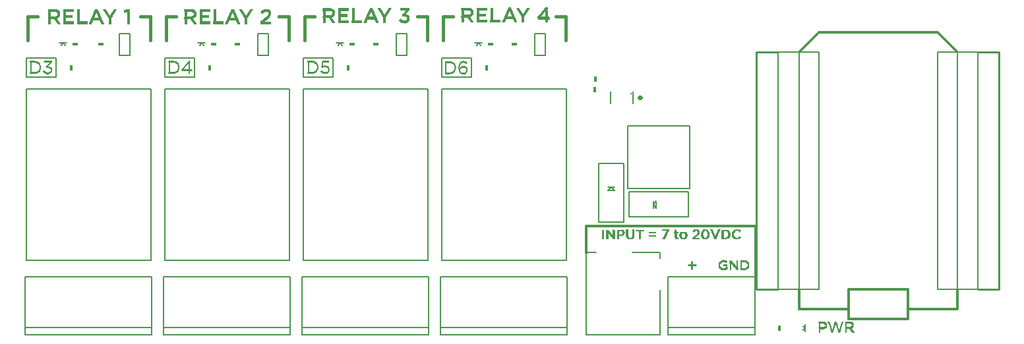
<source format=gto>
G75*
%MOIN*%
%OFA0B0*%
%FSLAX24Y24*%
%IPPOS*%
%LPD*%
%AMOC8*
5,1,8,0,0,1.08239X$1,22.5*
%
%ADD10C,0.0160*%
%ADD11C,0.0080*%
%ADD12C,0.0100*%
%ADD13C,0.0120*%
%ADD14R,0.0126X0.0003*%
%ADD15R,0.0154X0.0003*%
%ADD16R,0.0546X0.0003*%
%ADD17R,0.0511X0.0003*%
%ADD18R,0.0133X0.0003*%
%ADD19R,0.0136X0.0003*%
%ADD20R,0.0130X0.0003*%
%ADD21R,0.0150X0.0003*%
%ADD22R,0.0129X0.0003*%
%ADD23R,0.0154X0.0003*%
%ADD24R,0.0137X0.0003*%
%ADD25R,0.0612X0.0003*%
%ADD26R,0.0605X0.0003*%
%ADD27R,0.0598X0.0003*%
%ADD28R,0.0591X0.0003*%
%ADD29R,0.0584X0.0003*%
%ADD30R,0.0578X0.0003*%
%ADD31R,0.0570X0.0003*%
%ADD32R,0.0563X0.0003*%
%ADD33R,0.0556X0.0003*%
%ADD34R,0.0549X0.0003*%
%ADD35R,0.0542X0.0003*%
%ADD36R,0.0441X0.0003*%
%ADD37R,0.0437X0.0003*%
%ADD38R,0.0535X0.0003*%
%ADD39R,0.0434X0.0003*%
%ADD40R,0.0430X0.0003*%
%ADD41R,0.0528X0.0003*%
%ADD42R,0.0427X0.0003*%
%ADD43R,0.0521X0.0003*%
%ADD44R,0.0445X0.0003*%
%ADD45R,0.0514X0.0003*%
%ADD46R,0.0455X0.0003*%
%ADD47R,0.0465X0.0003*%
%ADD48R,0.0473X0.0003*%
%ADD49R,0.0480X0.0003*%
%ADD50R,0.0140X0.0003*%
%ADD51R,0.0486X0.0003*%
%ADD52R,0.0143X0.0003*%
%ADD53R,0.0493X0.0003*%
%ADD54R,0.0147X0.0003*%
%ADD55R,0.0497X0.0003*%
%ADD56R,0.0504X0.0003*%
%ADD57R,0.0158X0.0003*%
%ADD58R,0.0161X0.0003*%
%ADD59R,0.0515X0.0003*%
%ADD60R,0.0168X0.0003*%
%ADD61R,0.0518X0.0003*%
%ADD62R,0.0172X0.0003*%
%ADD63R,0.0525X0.0003*%
%ADD64R,0.0175X0.0003*%
%ADD65R,0.0182X0.0003*%
%ADD66R,0.0532X0.0003*%
%ADD67R,0.0185X0.0003*%
%ADD68R,0.0189X0.0003*%
%ADD69R,0.0539X0.0003*%
%ADD70R,0.0196X0.0003*%
%ADD71R,0.0200X0.0003*%
%ADD72R,0.0203X0.0003*%
%ADD73R,0.0550X0.0003*%
%ADD74R,0.0210X0.0003*%
%ADD75R,0.0553X0.0003*%
%ADD76R,0.0213X0.0003*%
%ADD77R,0.0217X0.0003*%
%ADD78R,0.0224X0.0003*%
%ADD79R,0.0560X0.0003*%
%ADD80R,0.0227X0.0003*%
%ADD81R,0.0231X0.0003*%
%ADD82R,0.0235X0.0003*%
%ADD83R,0.0242X0.0003*%
%ADD84R,0.0189X0.0003*%
%ADD85R,0.0245X0.0003*%
%ADD86R,0.0182X0.0003*%
%ADD87R,0.0248X0.0003*%
%ADD88R,0.0255X0.0003*%
%ADD89R,0.0259X0.0003*%
%ADD90R,0.0164X0.0003*%
%ADD91R,0.0262X0.0003*%
%ADD92R,0.0270X0.0003*%
%ADD93R,0.0273X0.0003*%
%ADD94R,0.0277X0.0003*%
%ADD95R,0.0283X0.0003*%
%ADD96R,0.0147X0.0003*%
%ADD97R,0.0123X0.0003*%
%ADD98R,0.0010X0.0003*%
%ADD99R,0.0021X0.0003*%
%ADD100R,0.0035X0.0003*%
%ADD101R,0.0049X0.0003*%
%ADD102R,0.0063X0.0003*%
%ADD103R,0.0077X0.0003*%
%ADD104R,0.0171X0.0003*%
%ADD105R,0.0088X0.0003*%
%ADD106R,0.0241X0.0003*%
%ADD107R,0.0105X0.0003*%
%ADD108R,0.0115X0.0003*%
%ADD109R,0.0192X0.0003*%
%ADD110R,0.0234X0.0003*%
%ADD111R,0.0269X0.0003*%
%ADD112R,0.0220X0.0003*%
%ADD113R,0.0574X0.0003*%
%ADD114R,0.0567X0.0003*%
%ADD115R,0.0206X0.0003*%
%ADD116R,0.0276X0.0003*%
%ADD117R,0.0199X0.0003*%
%ADD118R,0.0280X0.0003*%
%ADD119R,0.0178X0.0003*%
%ADD120R,0.0287X0.0003*%
%ADD121R,0.0508X0.0003*%
%ADD122R,0.0500X0.0003*%
%ADD123R,0.0490X0.0003*%
%ADD124R,0.0483X0.0003*%
%ADD125R,0.0476X0.0003*%
%ADD126R,0.0469X0.0003*%
%ADD127R,0.0458X0.0003*%
%ADD128R,0.0451X0.0003*%
%ADD129R,0.0413X0.0003*%
%ADD130R,0.0395X0.0003*%
%ADD131R,0.0364X0.0003*%
%ADD132R,0.0094X0.0003*%
%ADD133R,0.0165X0.0003*%
%ADD134R,0.0003X0.0003*%
%ADD135R,0.0007X0.0003*%
%ADD136R,0.0014X0.0003*%
%ADD137R,0.0031X0.0003*%
%ADD138R,0.0038X0.0003*%
%ADD139R,0.0042X0.0003*%
%ADD140R,0.0059X0.0003*%
%ADD141R,0.0066X0.0003*%
%ADD142R,0.0073X0.0003*%
%ADD143R,0.0080X0.0003*%
%ADD144R,0.0091X0.0003*%
%ADD145R,0.0098X0.0003*%
%ADD146R,0.0101X0.0003*%
%ADD147R,0.0448X0.0003*%
%ADD148R,0.0423X0.0003*%
%ADD149R,0.0416X0.0003*%
%ADD150R,0.0410X0.0003*%
%ADD151R,0.0406X0.0003*%
%ADD152R,0.0399X0.0003*%
%ADD153R,0.0392X0.0003*%
%ADD154R,0.0385X0.0003*%
%ADD155R,0.0378X0.0003*%
%ADD156R,0.0371X0.0003*%
%ADD157R,0.0353X0.0003*%
%ADD158R,0.0347X0.0003*%
%ADD159R,0.0336X0.0003*%
%ADD160R,0.0325X0.0003*%
%ADD161R,0.0318X0.0003*%
%ADD162R,0.0305X0.0003*%
%ADD163R,0.0297X0.0003*%
%ADD164R,0.0119X0.0003*%
%ADD165R,0.0252X0.0003*%
%ADD166R,0.0266X0.0003*%
%ADD167R,0.0311X0.0003*%
%ADD168R,0.0322X0.0003*%
%ADD169R,0.0346X0.0003*%
%ADD170R,0.0357X0.0003*%
%ADD171R,0.0367X0.0003*%
%ADD172R,0.0392X0.0003*%
%ADD173R,0.0427X0.0003*%
%ADD174R,0.0462X0.0003*%
%ADD175R,0.0238X0.0003*%
%ADD176R,0.0108X0.0003*%
%ADD177R,0.0084X0.0003*%
%ADD178R,0.0077X0.0003*%
%ADD179R,0.0070X0.0003*%
%ADD180R,0.0056X0.0003*%
%ADD181R,0.0042X0.0003*%
%ADD182R,0.0025X0.0003*%
%ADD183R,0.0018X0.0003*%
%ADD184R,0.0315X0.0003*%
%ADD185R,0.0312X0.0003*%
%ADD186R,0.0308X0.0003*%
%ADD187R,0.0304X0.0003*%
%ADD188R,0.0301X0.0003*%
%ADD189R,0.0294X0.0003*%
%ADD190R,0.0290X0.0003*%
%ADD191R,0.0602X0.0003*%
%ADD192R,0.0609X0.0003*%
%ADD193R,0.0616X0.0003*%
%ADD194R,0.0619X0.0003*%
%ADD195R,0.0623X0.0003*%
%ADD196R,0.0252X0.0003*%
%ADD197R,0.0112X0.0003*%
%ADD198R,0.0060X0.0003*%
%ADD199R,0.0105X0.0003*%
%ADD200R,0.0132X0.0003*%
%ADD201R,0.0156X0.0003*%
%ADD202R,0.0252X0.0003*%
%ADD203R,0.0174X0.0003*%
%ADD204R,0.0276X0.0003*%
%ADD205R,0.0192X0.0003*%
%ADD206R,0.0294X0.0003*%
%ADD207R,0.0207X0.0003*%
%ADD208R,0.0306X0.0003*%
%ADD209R,0.0219X0.0003*%
%ADD210R,0.0321X0.0003*%
%ADD211R,0.0234X0.0003*%
%ADD212R,0.0330X0.0003*%
%ADD213R,0.0246X0.0003*%
%ADD214R,0.0339X0.0003*%
%ADD215R,0.0258X0.0003*%
%ADD216R,0.0348X0.0003*%
%ADD217R,0.0267X0.0003*%
%ADD218R,0.0357X0.0003*%
%ADD219R,0.0363X0.0003*%
%ADD220R,0.0285X0.0003*%
%ADD221R,0.0369X0.0003*%
%ADD222R,0.0297X0.0003*%
%ADD223R,0.0375X0.0003*%
%ADD224R,0.0384X0.0003*%
%ADD225R,0.0312X0.0003*%
%ADD226R,0.0387X0.0003*%
%ADD227R,0.0318X0.0003*%
%ADD228R,0.0393X0.0003*%
%ADD229R,0.0327X0.0003*%
%ADD230R,0.0399X0.0003*%
%ADD231R,0.0333X0.0003*%
%ADD232R,0.0405X0.0003*%
%ADD233R,0.0408X0.0003*%
%ADD234R,0.0414X0.0003*%
%ADD235R,0.0159X0.0003*%
%ADD236R,0.0132X0.0003*%
%ADD237R,0.0417X0.0003*%
%ADD238R,0.0144X0.0003*%
%ADD239R,0.0120X0.0003*%
%ADD240R,0.0423X0.0003*%
%ADD241R,0.0138X0.0003*%
%ADD242R,0.0114X0.0003*%
%ADD243R,0.0426X0.0003*%
%ADD244R,0.0129X0.0003*%
%ADD245R,0.0111X0.0003*%
%ADD246R,0.0072X0.0003*%
%ADD247R,0.0180X0.0003*%
%ADD248R,0.0123X0.0003*%
%ADD249R,0.0162X0.0003*%
%ADD250R,0.0099X0.0003*%
%ADD251R,0.0150X0.0003*%
%ADD252R,0.0117X0.0003*%
%ADD253R,0.0096X0.0003*%
%ADD254R,0.0141X0.0003*%
%ADD255R,0.0135X0.0003*%
%ADD256R,0.0090X0.0003*%
%ADD257R,0.0108X0.0003*%
%ADD258R,0.0126X0.0003*%
%ADD259R,0.0087X0.0003*%
%ADD260R,0.0102X0.0003*%
%ADD261R,0.0087X0.0003*%
%ADD262R,0.0102X0.0003*%
%ADD263R,0.0084X0.0003*%
%ADD264R,0.0099X0.0003*%
%ADD265R,0.0084X0.0003*%
%ADD266R,0.0081X0.0003*%
%ADD267R,0.0078X0.0003*%
%ADD268R,0.0066X0.0003*%
%ADD269R,0.0075X0.0003*%
%ADD270R,0.0054X0.0003*%
%ADD271R,0.0048X0.0003*%
%ADD272R,0.0093X0.0003*%
%ADD273R,0.0042X0.0003*%
%ADD274R,0.0033X0.0003*%
%ADD275R,0.0027X0.0003*%
%ADD276R,0.0072X0.0003*%
%ADD277R,0.0021X0.0003*%
%ADD278R,0.0015X0.0003*%
%ADD279R,0.0009X0.0003*%
%ADD280R,0.0003X0.0003*%
%ADD281R,0.0069X0.0003*%
%ADD282R,0.0114X0.0003*%
%ADD283R,0.0117X0.0003*%
%ADD284R,0.0147X0.0003*%
%ADD285R,0.0165X0.0003*%
%ADD286R,0.0237X0.0003*%
%ADD287R,0.0231X0.0003*%
%ADD288R,0.0228X0.0003*%
%ADD289R,0.0222X0.0003*%
%ADD290R,0.0216X0.0003*%
%ADD291R,0.0210X0.0003*%
%ADD292R,0.0204X0.0003*%
%ADD293R,0.0201X0.0003*%
%ADD294R,0.0195X0.0003*%
%ADD295R,0.0189X0.0003*%
%ADD296R,0.0183X0.0003*%
%ADD297R,0.0177X0.0003*%
%ADD298R,0.0144X0.0003*%
%ADD299R,0.0390X0.0003*%
%ADD300R,0.0420X0.0003*%
%ADD301R,0.0396X0.0003*%
%ADD302R,0.0411X0.0003*%
%ADD303R,0.0402X0.0003*%
%ADD304R,0.0378X0.0003*%
%ADD305R,0.0309X0.0003*%
%ADD306R,0.0501X0.0003*%
%ADD307R,0.0504X0.0003*%
%ADD308R,0.0507X0.0003*%
%ADD309R,0.0510X0.0003*%
%ADD310R,0.0513X0.0003*%
%ADD311R,0.0516X0.0003*%
%ADD312R,0.0519X0.0003*%
%ADD313R,0.0063X0.0003*%
%ADD314R,0.0171X0.0003*%
%ADD315R,0.0219X0.0003*%
%ADD316R,0.0243X0.0003*%
%ADD317R,0.0255X0.0003*%
%ADD318R,0.0288X0.0003*%
%ADD319R,0.0297X0.0003*%
%ADD320R,0.0315X0.0003*%
%ADD321R,0.0336X0.0003*%
%ADD322R,0.0345X0.0003*%
%ADD323R,0.0351X0.0003*%
%ADD324R,0.0159X0.0003*%
%ADD325R,0.0129X0.0003*%
%ADD326R,0.0054X0.0003*%
%ADD327R,0.0045X0.0003*%
%ADD328R,0.0036X0.0003*%
%ADD329R,0.0030X0.0003*%
%ADD330R,0.0024X0.0003*%
%ADD331R,0.0018X0.0003*%
%ADD332R,0.0012X0.0003*%
%ADD333R,0.0006X0.0003*%
%ADD334R,0.0027X0.0003*%
%ADD335R,0.0057X0.0003*%
%ADD336R,0.0153X0.0003*%
%ADD337R,0.0354X0.0003*%
%ADD338R,0.0342X0.0003*%
%ADD339R,0.0327X0.0003*%
%ADD340R,0.0324X0.0003*%
%ADD341R,0.0204X0.0003*%
%ADD342R,0.0189X0.0003*%
%ADD343R,0.0366X0.0003*%
%ADD344R,0.0057X0.0003*%
%ADD345R,0.0168X0.0003*%
%ADD346R,0.0198X0.0003*%
%ADD347R,0.0213X0.0003*%
%ADD348R,0.0225X0.0003*%
%ADD349R,0.0237X0.0003*%
%ADD350R,0.0267X0.0003*%
%ADD351R,0.0291X0.0003*%
%ADD352R,0.0300X0.0003*%
%ADD353R,0.0069X0.0003*%
%ADD354R,0.0303X0.0003*%
%ADD355R,0.0270X0.0003*%
%ADD356R,0.0261X0.0003*%
%ADD357R,0.0222X0.0003*%
%ADD358R,0.0024X0.0003*%
%ADD359R,0.0324X0.0003*%
%ADD360R,0.0264X0.0003*%
%ADD361R,0.0053X0.0002*%
%ADD362R,0.0092X0.0002*%
%ADD363R,0.0117X0.0002*%
%ADD364R,0.0138X0.0002*%
%ADD365R,0.0154X0.0002*%
%ADD366R,0.0083X0.0002*%
%ADD367R,0.0071X0.0002*%
%ADD368R,0.0207X0.0002*%
%ADD369R,0.0170X0.0002*%
%ADD370R,0.0083X0.0002*%
%ADD371R,0.0074X0.0002*%
%ADD372R,0.0225X0.0002*%
%ADD373R,0.0184X0.0002*%
%ADD374R,0.0076X0.0002*%
%ADD375R,0.0239X0.0002*%
%ADD376R,0.0198X0.0002*%
%ADD377R,0.0076X0.0002*%
%ADD378R,0.0248X0.0002*%
%ADD379R,0.0209X0.0002*%
%ADD380R,0.0078X0.0002*%
%ADD381R,0.0258X0.0002*%
%ADD382R,0.0223X0.0002*%
%ADD383R,0.0080X0.0002*%
%ADD384R,0.0267X0.0002*%
%ADD385R,0.0232X0.0002*%
%ADD386R,0.0083X0.0002*%
%ADD387R,0.0274X0.0002*%
%ADD388R,0.0241X0.0002*%
%ADD389R,0.0083X0.0002*%
%ADD390R,0.0281X0.0002*%
%ADD391R,0.0251X0.0002*%
%ADD392R,0.0085X0.0002*%
%ADD393R,0.0285X0.0002*%
%ADD394R,0.0262X0.0002*%
%ADD395R,0.0087X0.0002*%
%ADD396R,0.0292X0.0002*%
%ADD397R,0.0271X0.0002*%
%ADD398R,0.0090X0.0002*%
%ADD399R,0.0297X0.0002*%
%ADD400R,0.0278X0.0002*%
%ADD401R,0.0301X0.0002*%
%ADD402R,0.0285X0.0002*%
%ADD403R,0.0092X0.0002*%
%ADD404R,0.0306X0.0002*%
%ADD405R,0.0294X0.0002*%
%ADD406R,0.0094X0.0002*%
%ADD407R,0.0310X0.0002*%
%ADD408R,0.0301X0.0002*%
%ADD409R,0.0097X0.0002*%
%ADD410R,0.0315X0.0002*%
%ADD411R,0.0308X0.0002*%
%ADD412R,0.0099X0.0002*%
%ADD413R,0.0320X0.0002*%
%ADD414R,0.0099X0.0002*%
%ADD415R,0.0322X0.0002*%
%ADD416R,0.0322X0.0002*%
%ADD417R,0.0101X0.0002*%
%ADD418R,0.0327X0.0002*%
%ADD419R,0.0103X0.0002*%
%ADD420R,0.0331X0.0002*%
%ADD421R,0.0336X0.0002*%
%ADD422R,0.0106X0.0002*%
%ADD423R,0.0333X0.0002*%
%ADD424R,0.0340X0.0002*%
%ADD425R,0.0108X0.0002*%
%ADD426R,0.0338X0.0002*%
%ADD427R,0.0347X0.0002*%
%ADD428R,0.0108X0.0002*%
%ADD429R,0.0340X0.0002*%
%ADD430R,0.0352X0.0002*%
%ADD431R,0.0110X0.0002*%
%ADD432R,0.0343X0.0002*%
%ADD433R,0.0356X0.0002*%
%ADD434R,0.0113X0.0002*%
%ADD435R,0.0363X0.0002*%
%ADD436R,0.0115X0.0002*%
%ADD437R,0.0350X0.0002*%
%ADD438R,0.0368X0.0002*%
%ADD439R,0.0373X0.0002*%
%ADD440R,0.0354X0.0002*%
%ADD441R,0.0377X0.0002*%
%ADD442R,0.0120X0.0002*%
%ADD443R,0.0356X0.0002*%
%ADD444R,0.0384X0.0002*%
%ADD445R,0.0122X0.0002*%
%ADD446R,0.0361X0.0002*%
%ADD447R,0.0386X0.0002*%
%ADD448R,0.0124X0.0002*%
%ADD449R,0.0166X0.0002*%
%ADD450R,0.0124X0.0002*%
%ADD451R,0.0366X0.0002*%
%ADD452R,0.0156X0.0002*%
%ADD453R,0.0126X0.0002*%
%ADD454R,0.0147X0.0002*%
%ADD455R,0.0129X0.0002*%
%ADD456R,0.0370X0.0002*%
%ADD457R,0.0143X0.0002*%
%ADD458R,0.0131X0.0002*%
%ADD459R,0.0373X0.0002*%
%ADD460R,0.0168X0.0002*%
%ADD461R,0.0131X0.0002*%
%ADD462R,0.0124X0.0002*%
%ADD463R,0.0133X0.0002*%
%ADD464R,0.0156X0.0002*%
%ADD465R,0.0129X0.0002*%
%ADD466R,0.0136X0.0002*%
%ADD467R,0.0149X0.0002*%
%ADD468R,0.0127X0.0002*%
%ADD469R,0.0115X0.0002*%
%ADD470R,0.0138X0.0002*%
%ADD471R,0.0140X0.0002*%
%ADD472R,0.0140X0.0002*%
%ADD473R,0.0140X0.0002*%
%ADD474R,0.0117X0.0002*%
%ADD475R,0.0145X0.0002*%
%ADD476R,0.0126X0.0002*%
%ADD477R,0.0092X0.0002*%
%ADD478R,0.0147X0.0002*%
%ADD479R,0.0122X0.0002*%
%ADD480R,0.0090X0.0002*%
%ADD481R,0.0085X0.0002*%
%ADD482R,0.0150X0.0002*%
%ADD483R,0.0120X0.0002*%
%ADD484R,0.0152X0.0002*%
%ADD485R,0.0117X0.0002*%
%ADD486R,0.0110X0.0002*%
%ADD487R,0.0154X0.0002*%
%ADD488R,0.0108X0.0002*%
%ADD489R,0.0156X0.0002*%
%ADD490R,0.0113X0.0002*%
%ADD491R,0.0106X0.0002*%
%ADD492R,0.0159X0.0002*%
%ADD493R,0.0161X0.0002*%
%ADD494R,0.0163X0.0002*%
%ADD495R,0.0166X0.0002*%
%ADD496R,0.0103X0.0002*%
%ADD497R,0.0168X0.0002*%
%ADD498R,0.0101X0.0002*%
%ADD499R,0.0173X0.0002*%
%ADD500R,0.0173X0.0002*%
%ADD501R,0.0101X0.0002*%
%ADD502R,0.0175X0.0002*%
%ADD503R,0.0177X0.0002*%
%ADD504R,0.0179X0.0002*%
%ADD505R,0.0097X0.0002*%
%ADD506R,0.0182X0.0002*%
%ADD507R,0.0099X0.0002*%
%ADD508R,0.0182X0.0002*%
%ADD509R,0.0186X0.0002*%
%ADD510R,0.0189X0.0002*%
%ADD511R,0.0094X0.0002*%
%ADD512R,0.0092X0.0002*%
%ADD513R,0.0205X0.0002*%
%ADD514R,0.0205X0.0002*%
%ADD515R,0.0087X0.0002*%
%ADD516R,0.0186X0.0002*%
%ADD517R,0.0182X0.0002*%
%ADD518R,0.0182X0.0002*%
%ADD519R,0.0175X0.0002*%
%ADD520R,0.0002X0.0002*%
%ADD521R,0.0108X0.0002*%
%ADD522R,0.0005X0.0002*%
%ADD523R,0.0170X0.0002*%
%ADD524R,0.0009X0.0002*%
%ADD525R,0.0014X0.0002*%
%ADD526R,0.0166X0.0002*%
%ADD527R,0.0018X0.0002*%
%ADD528R,0.0166X0.0002*%
%ADD529R,0.0023X0.0002*%
%ADD530R,0.0028X0.0002*%
%ADD531R,0.0117X0.0002*%
%ADD532R,0.0034X0.0002*%
%ADD533R,0.0159X0.0002*%
%ADD534R,0.0039X0.0002*%
%ADD535R,0.0044X0.0002*%
%ADD536R,0.0156X0.0002*%
%ADD537R,0.0048X0.0002*%
%ADD538R,0.0127X0.0002*%
%ADD539R,0.0055X0.0002*%
%ADD540R,0.0060X0.0002*%
%ADD541R,0.0149X0.0002*%
%ADD542R,0.0067X0.0002*%
%ADD543R,0.0133X0.0002*%
%ADD544R,0.0145X0.0002*%
%ADD545R,0.0085X0.0002*%
%ADD546R,0.0143X0.0002*%
%ADD547R,0.0133X0.0002*%
%ADD548R,0.0140X0.0002*%
%ADD549R,0.0136X0.0002*%
%ADD550R,0.0370X0.0002*%
%ADD551R,0.0368X0.0002*%
%ADD552R,0.0366X0.0002*%
%ADD553R,0.0363X0.0002*%
%ADD554R,0.0357X0.0002*%
%ADD555R,0.0361X0.0002*%
%ADD556R,0.0359X0.0002*%
%ADD557R,0.0124X0.0002*%
%ADD558R,0.0354X0.0002*%
%ADD559R,0.0352X0.0002*%
%ADD560R,0.0350X0.0002*%
%ADD561R,0.0347X0.0002*%
%ADD562R,0.0343X0.0002*%
%ADD563R,0.0345X0.0002*%
%ADD564R,0.0340X0.0002*%
%ADD565R,0.0338X0.0002*%
%ADD566R,0.0333X0.0002*%
%ADD567R,0.0320X0.0002*%
%ADD568R,0.0331X0.0002*%
%ADD569R,0.0315X0.0002*%
%ADD570R,0.0324X0.0002*%
%ADD571R,0.0304X0.0002*%
%ADD572R,0.0290X0.0002*%
%ADD573R,0.0310X0.0002*%
%ADD574R,0.0281X0.0002*%
%ADD575R,0.0274X0.0002*%
%ADD576R,0.0099X0.0002*%
%ADD577R,0.0267X0.0002*%
%ADD578R,0.0297X0.0002*%
%ADD579R,0.0258X0.0002*%
%ADD580R,0.0248X0.0002*%
%ADD581R,0.0230X0.0002*%
%ADD582R,0.0221X0.0002*%
%ADD583R,0.0209X0.0002*%
%ADD584R,0.0260X0.0002*%
%ADD585R,0.0198X0.0002*%
%ADD586R,0.0248X0.0002*%
%ADD587R,0.0184X0.0002*%
%ADD588R,0.0239X0.0002*%
%ADD589R,0.0080X0.0002*%
%ADD590R,0.0225X0.0002*%
%ADD591R,0.0057X0.0002*%
%ADD592R,0.0002X0.0483*%
%ADD593R,0.0002X0.0483*%
%ADD594R,0.0002X0.0481*%
%ADD595R,0.0002X0.0478*%
%ADD596R,0.0002X0.0133*%
%ADD597R,0.0002X0.0133*%
%ADD598R,0.0002X0.0133*%
%ADD599R,0.0002X0.0131*%
%ADD600R,0.0002X0.0131*%
%ADD601R,0.0002X0.0133*%
%ADD602R,0.0002X0.0469*%
%ADD603R,0.0002X0.0471*%
%ADD604R,0.0002X0.0476*%
%ADD605R,0.0002X0.0478*%
%ADD606R,0.0002X0.0481*%
%ADD607R,0.0002X0.0078*%
%ADD608R,0.0002X0.0076*%
%ADD609R,0.0002X0.0078*%
%ADD610R,0.0002X0.0076*%
%ADD611R,0.0002X0.0080*%
%ADD612R,0.0002X0.0080*%
%ADD613R,0.0002X0.0076*%
%ADD614R,0.0002X0.0083*%
%ADD615R,0.0002X0.0083*%
%ADD616R,0.0002X0.0083*%
%ADD617R,0.0002X0.0085*%
%ADD618R,0.0002X0.0085*%
%ADD619R,0.0002X0.0087*%
%ADD620R,0.0002X0.0085*%
%ADD621R,0.0002X0.0087*%
%ADD622R,0.0002X0.0090*%
%ADD623R,0.0002X0.0092*%
%ADD624R,0.0002X0.0092*%
%ADD625R,0.0002X0.0092*%
%ADD626R,0.0002X0.0094*%
%ADD627R,0.0002X0.0092*%
%ADD628R,0.0002X0.0097*%
%ADD629R,0.0002X0.0094*%
%ADD630R,0.0002X0.0097*%
%ADD631R,0.0002X0.0099*%
%ADD632R,0.0002X0.0099*%
%ADD633R,0.0002X0.0103*%
%ADD634R,0.0002X0.0101*%
%ADD635R,0.0002X0.0108*%
%ADD636R,0.0002X0.0113*%
%ADD637R,0.0002X0.0110*%
%ADD638R,0.0002X0.0120*%
%ADD639R,0.0002X0.0117*%
%ADD640R,0.0002X0.0126*%
%ADD641R,0.0002X0.0283*%
%ADD642R,0.0002X0.0281*%
%ADD643R,0.0002X0.0278*%
%ADD644R,0.0002X0.0274*%
%ADD645R,0.0002X0.0269*%
%ADD646R,0.0002X0.0269*%
%ADD647R,0.0002X0.0264*%
%ADD648R,0.0002X0.0260*%
%ADD649R,0.0002X0.0260*%
%ADD650R,0.0002X0.0255*%
%ADD651R,0.0002X0.0251*%
%ADD652R,0.0002X0.0248*%
%ADD653R,0.0002X0.0246*%
%ADD654R,0.0002X0.0241*%
%ADD655R,0.0002X0.0237*%
%ADD656R,0.0002X0.0232*%
%ADD657R,0.0002X0.0228*%
%ADD658R,0.0002X0.0223*%
%ADD659R,0.0002X0.0218*%
%ADD660R,0.0002X0.0214*%
%ADD661R,0.0002X0.0209*%
%ADD662R,0.0002X0.0205*%
%ADD663R,0.0002X0.0200*%
%ADD664R,0.0002X0.0191*%
%ADD665R,0.0002X0.0186*%
%ADD666R,0.0002X0.0179*%
%ADD667R,0.0002X0.0173*%
%ADD668R,0.0002X0.0163*%
%ADD669R,0.0002X0.0156*%
%ADD670R,0.0002X0.0149*%
%ADD671R,0.0002X0.0138*%
%ADD672R,0.0002X0.0126*%
%ADD673R,0.0002X0.0057*%
%ADD674R,0.0002X0.0007*%
%ADD675R,0.0002X0.0313*%
%ADD676R,0.0002X0.0329*%
%ADD677R,0.0002X0.0340*%
%ADD678R,0.0002X0.0352*%
%ADD679R,0.0002X0.0359*%
%ADD680R,0.0002X0.0366*%
%ADD681R,0.0002X0.0373*%
%ADD682R,0.0002X0.0379*%
%ADD683R,0.0002X0.0384*%
%ADD684R,0.0002X0.0389*%
%ADD685R,0.0002X0.0393*%
%ADD686R,0.0002X0.0398*%
%ADD687R,0.0002X0.0403*%
%ADD688R,0.0002X0.0407*%
%ADD689R,0.0002X0.0409*%
%ADD690R,0.0002X0.0414*%
%ADD691R,0.0002X0.0416*%
%ADD692R,0.0002X0.0419*%
%ADD693R,0.0002X0.0423*%
%ADD694R,0.0002X0.0425*%
%ADD695R,0.0002X0.0428*%
%ADD696R,0.0002X0.0430*%
%ADD697R,0.0002X0.0432*%
%ADD698R,0.0002X0.0435*%
%ADD699R,0.0002X0.0437*%
%ADD700R,0.0002X0.0439*%
%ADD701R,0.0002X0.0442*%
%ADD702R,0.0002X0.0444*%
%ADD703R,0.0002X0.0446*%
%ADD704R,0.0002X0.0448*%
%ADD705R,0.0002X0.0451*%
%ADD706R,0.0002X0.0453*%
%ADD707R,0.0002X0.0455*%
%ADD708R,0.0002X0.0455*%
%ADD709R,0.0002X0.0458*%
%ADD710R,0.0002X0.0391*%
%ADD711R,0.0002X0.0154*%
%ADD712R,0.0002X0.0143*%
%ADD713R,0.0002X0.0136*%
%ADD714R,0.0002X0.0129*%
%ADD715R,0.0002X0.0124*%
%ADD716R,0.0002X0.0120*%
%ADD717R,0.0002X0.0117*%
%ADD718R,0.0002X0.0110*%
%ADD719R,0.0002X0.0108*%
%ADD720R,0.0002X0.0103*%
%ADD721R,0.0002X0.0101*%
%ADD722R,0.0002X0.0090*%
%ADD723R,0.0002X0.0085*%
%ADD724R,0.0002X0.0106*%
%ADD725R,0.0002X0.0106*%
%ADD726R,0.0002X0.0140*%
%ADD727R,0.0002X0.0150*%
%ADD728R,0.0002X0.0458*%
%ADD729R,0.0002X0.0453*%
%ADD730R,0.0002X0.0444*%
%ADD731R,0.0002X0.0442*%
%ADD732R,0.0002X0.0439*%
%ADD733R,0.0002X0.0437*%
%ADD734R,0.0002X0.0435*%
%ADD735R,0.0002X0.0430*%
%ADD736R,0.0002X0.0421*%
%ADD737R,0.0002X0.0419*%
%ADD738R,0.0002X0.0412*%
%ADD739R,0.0002X0.0407*%
%ADD740R,0.0002X0.0405*%
%ADD741R,0.0002X0.0400*%
%ADD742R,0.0002X0.0396*%
%ADD743R,0.0002X0.0389*%
%ADD744R,0.0002X0.0382*%
%ADD745R,0.0002X0.0377*%
%ADD746R,0.0002X0.0370*%
%ADD747R,0.0002X0.0363*%
%ADD748R,0.0002X0.0356*%
%ADD749R,0.0002X0.0350*%
%ADD750R,0.0002X0.0338*%
%ADD751R,0.0002X0.0327*%
%ADD752R,0.0002X0.0308*%
%ADD753R,0.0002X0.0074*%
%ADD754R,0.0002X0.0074*%
%ADD755R,0.0002X0.0011*%
%ADD756R,0.0002X0.0016*%
%ADD757R,0.0002X0.0021*%
%ADD758R,0.0002X0.0025*%
%ADD759R,0.0002X0.0030*%
%ADD760R,0.0002X0.0035*%
%ADD761R,0.0002X0.0037*%
%ADD762R,0.0002X0.0041*%
%ADD763R,0.0002X0.0046*%
%ADD764R,0.0002X0.0051*%
%ADD765R,0.0002X0.0055*%
%ADD766R,0.0002X0.0060*%
%ADD767R,0.0002X0.0064*%
%ADD768R,0.0002X0.0069*%
%ADD769R,0.0002X0.0076*%
%ADD770R,0.0002X0.0099*%
%ADD771R,0.0002X0.0113*%
%ADD772R,0.0002X0.0115*%
%ADD773R,0.0002X0.0124*%
%ADD774R,0.0002X0.0129*%
%ADD775R,0.0002X0.0147*%
%ADD776R,0.0002X0.0152*%
%ADD777R,0.0002X0.0159*%
%ADD778R,0.0002X0.0168*%
%ADD779R,0.0002X0.0173*%
%ADD780R,0.0002X0.0177*%
%ADD781R,0.0002X0.0179*%
%ADD782R,0.0002X0.0182*%
%ADD783R,0.0002X0.0177*%
%ADD784R,0.0002X0.0175*%
%ADD785R,0.0002X0.0175*%
%ADD786R,0.0002X0.0175*%
%ADD787R,0.0002X0.0175*%
%ADD788R,0.0002X0.0244*%
%ADD789R,0.0002X0.0239*%
%ADD790R,0.0002X0.0235*%
%ADD791R,0.0002X0.0230*%
%ADD792R,0.0002X0.0225*%
%ADD793R,0.0002X0.0221*%
%ADD794R,0.0002X0.0216*%
%ADD795R,0.0002X0.0212*%
%ADD796R,0.0002X0.0207*%
%ADD797R,0.0002X0.0202*%
%ADD798R,0.0002X0.0198*%
%ADD799R,0.0002X0.0193*%
%ADD800R,0.0002X0.0189*%
%ADD801R,0.0002X0.0186*%
%ADD802R,0.0002X0.0168*%
%ADD803R,0.0002X0.0163*%
%ADD804R,0.0002X0.0159*%
%ADD805R,0.0002X0.0145*%
%ADD806R,0.0002X0.0140*%
%ADD807R,0.0002X0.0110*%
%ADD808R,0.0002X0.0101*%
%ADD809R,0.0002X0.0069*%
%ADD810R,0.0002X0.0067*%
%ADD811R,0.0002X0.0071*%
%ADD812R,0.0002X0.0071*%
%ADD813R,0.0002X0.0377*%
%ADD814R,0.0002X0.0414*%
%ADD815R,0.0002X0.0428*%
%ADD816R,0.0002X0.0432*%
%ADD817R,0.0002X0.0446*%
%ADD818R,0.0002X0.0448*%
%ADD819R,0.0002X0.0451*%
%ADD820R,0.0002X0.0460*%
%ADD821R,0.0002X0.0460*%
%ADD822R,0.0002X0.0462*%
%ADD823R,0.0002X0.0462*%
%ADD824R,0.0002X0.0465*%
%ADD825R,0.0002X0.0465*%
%ADD826R,0.0002X0.0467*%
%ADD827R,0.0002X0.0467*%
%ADD828R,0.0002X0.0469*%
%ADD829R,0.0002X0.0069*%
%ADD830R,0.0002X0.0069*%
%ADD831R,0.0002X0.0039*%
%ADD832R,0.0002X0.0159*%
%ADD833R,0.0002X0.0168*%
%ADD834R,0.0002X0.0193*%
%ADD835R,0.0002X0.0202*%
%ADD836R,0.0002X0.0239*%
%ADD837R,0.0002X0.0262*%
%ADD838R,0.0002X0.0267*%
%ADD839R,0.0002X0.0271*%
%ADD840R,0.0002X0.0276*%
%ADD841R,0.0002X0.0278*%
%ADD842R,0.0002X0.0288*%
%ADD843R,0.0002X0.0290*%
%ADD844R,0.0002X0.0294*%
%ADD845R,0.0002X0.0299*%
%ADD846R,0.0002X0.0301*%
%ADD847R,0.0002X0.0304*%
%ADD848R,0.0002X0.0308*%
%ADD849R,0.0002X0.0313*%
%ADD850R,0.0002X0.0147*%
%ADD851R,0.0002X0.0117*%
%ADD852R,0.0002X0.0115*%
%ADD853R,0.0002X0.0094*%
%ADD854R,0.0002X0.0083*%
%ADD855R,0.0002X0.0108*%
%ADD856R,0.0002X0.0122*%
%ADD857R,0.0002X0.0122*%
%ADD858R,0.0002X0.0149*%
%ADD859R,0.0002X0.0306*%
%ADD860R,0.0002X0.0301*%
%ADD861R,0.0002X0.0299*%
%ADD862R,0.0002X0.0294*%
%ADD863R,0.0002X0.0292*%
%ADD864R,0.0002X0.0288*%
%ADD865R,0.0002X0.0283*%
%ADD866R,0.0002X0.0274*%
%ADD867R,0.0002X0.0255*%
%ADD868R,0.0002X0.0251*%
%ADD869R,0.0002X0.0228*%
%ADD870R,0.0002X0.0223*%
%ADD871R,0.0002X0.0216*%
%ADD872R,0.0002X0.0209*%
%ADD873R,0.0002X0.0195*%
%ADD874R,0.0002X0.0159*%
%ADD875R,0.0002X0.0136*%
%ADD876R,0.0002X0.0005*%
%ADD877R,0.0002X0.0009*%
%ADD878R,0.0002X0.0014*%
%ADD879R,0.0002X0.0018*%
%ADD880R,0.0002X0.0023*%
%ADD881R,0.0002X0.0032*%
%ADD882R,0.0002X0.0041*%
%ADD883R,0.0002X0.0048*%
%ADD884R,0.0002X0.0053*%
%ADD885R,0.0002X0.0055*%
%ADD886R,0.0002X0.0060*%
%ADD887R,0.0002X0.0064*%
%ADD888R,0.0002X0.0101*%
%ADD889R,0.0002X0.0143*%
%ADD890R,0.0002X0.0145*%
%ADD891R,0.0002X0.0152*%
%ADD892R,0.0002X0.0161*%
%ADD893R,0.0002X0.0166*%
%ADD894R,0.0002X0.0166*%
%ADD895R,0.0002X0.0108*%
%ADD896R,0.0002X0.0285*%
%ADD897R,0.0002X0.0285*%
%ADD898R,0.0002X0.0271*%
%ADD899R,0.0002X0.0265*%
%ADD900R,0.0002X0.0258*%
%ADD901R,0.0002X0.0253*%
%ADD902R,0.0002X0.0248*%
%ADD903R,0.0002X0.0246*%
%ADD904R,0.0002X0.0241*%
%ADD905R,0.0002X0.0237*%
%ADD906R,0.0002X0.0225*%
%ADD907R,0.0002X0.0221*%
%ADD908R,0.0002X0.0216*%
%ADD909R,0.0002X0.0212*%
%ADD910R,0.0002X0.0205*%
%ADD911R,0.0002X0.0200*%
%ADD912R,0.0002X0.0195*%
%ADD913R,0.0002X0.0191*%
%ADD914R,0.0002X0.0184*%
%ADD915R,0.0002X0.0170*%
%ADD916R,0.0002X0.0140*%
%ADD917R,0.0002X0.0053*%
%ADD918R,0.0002X0.0207*%
%ADD919R,0.0002X0.0232*%
%ADD920R,0.0002X0.0281*%
%ADD921R,0.0002X0.0297*%
%ADD922R,0.0002X0.0310*%
%ADD923R,0.0002X0.0320*%
%ADD924R,0.0002X0.0324*%
%ADD925R,0.0002X0.0331*%
%ADD926R,0.0002X0.0338*%
%ADD927R,0.0002X0.0345*%
%ADD928R,0.0002X0.0350*%
%ADD929R,0.0002X0.0361*%
%ADD930R,0.0002X0.0370*%
%ADD931R,0.0002X0.0386*%
%ADD932R,0.0002X0.0396*%
%ADD933R,0.0002X0.0398*%
%ADD934R,0.0002X0.0403*%
%ADD935R,0.0002X0.0170*%
%ADD936R,0.0002X0.0143*%
%ADD937R,0.0002X0.0117*%
%ADD938R,0.0002X0.0124*%
%ADD939R,0.0002X0.0138*%
%ADD940R,0.0002X0.0412*%
%ADD941R,0.0002X0.0391*%
%ADD942R,0.0002X0.0386*%
%ADD943R,0.0002X0.0382*%
%ADD944R,0.0002X0.0366*%
%ADD945R,0.0002X0.0361*%
%ADD946R,0.0002X0.0357*%
%ADD947R,0.0002X0.0345*%
%ADD948R,0.0002X0.0338*%
%ADD949R,0.0002X0.0331*%
%ADD950R,0.0002X0.0324*%
%ADD951R,0.0002X0.0320*%
%ADD952R,0.0002X0.0310*%
%ADD953R,0.0002X0.0281*%
%ADD954R,0.0002X0.0262*%
%ADD955R,0.0002X0.0244*%
%ADD956R,0.0002X0.0232*%
%ADD957R,0.0002X0.0002*%
%ADD958R,0.0002X0.0009*%
%ADD959R,0.0002X0.0014*%
%ADD960R,0.0002X0.0048*%
%ADD961R,0.0002X0.0053*%
%ADD962R,0.0002X0.0127*%
%ADD963R,0.0002X0.0198*%
%ADD964R,0.0002X0.0225*%
%ADD965R,0.0002X0.0223*%
%ADD966R,0.0002X0.0223*%
%ADD967R,0.0002X0.0218*%
%ADD968R,0.0002X0.0216*%
%ADD969R,0.0002X0.0214*%
%ADD970R,0.0002X0.0189*%
%ADD971R,0.0002X0.0182*%
%ADD972R,0.0002X0.0124*%
%ADD973R,0.0002X0.0182*%
%ADD974R,0.0002X0.0200*%
%ADD975R,0.0002X0.0207*%
%ADD976R,0.0002X0.0207*%
%ADD977R,0.0002X0.0214*%
%ADD978R,0.0002X0.0046*%
%ADD979R,0.0002X0.0035*%
%ADD980R,0.0002X0.0030*%
%ADD981R,0.0002X0.0018*%
%ADD982R,0.0002X0.0007*%
%ADD983R,0.0002X0.0154*%
%ADD984R,0.0002X0.0166*%
%ADD985R,0.0002X0.0373*%
%ADD986R,0.0002X0.0368*%
%ADD987R,0.0002X0.0354*%
%ADD988R,0.0002X0.0340*%
%ADD989R,0.0002X0.0336*%
%ADD990R,0.0002X0.0322*%
%ADD991R,0.0002X0.0317*%
%ADD992R,0.0002X0.0306*%
%ADD993R,0.0002X0.0299*%
%ADD994R,0.0002X0.0232*%
%ADD995R,0.0002X0.0182*%
%ADD996R,0.0002X0.0037*%
%ADD997R,0.0002X0.0062*%
%ADD998R,0.0002X0.0235*%
%ADD999R,0.0002X0.0290*%
%ADD1000R,0.0002X0.0327*%
%ADD1001R,0.0002X0.0336*%
%ADD1002R,0.0002X0.0359*%
%ADD1003R,0.0002X0.0099*%
%ADD1004R,0.0002X0.0067*%
%ADD1005R,0.0002X0.0062*%
%ADD1006R,0.0002X0.0044*%
%ADD1007R,0.0002X0.0051*%
%ADD1008R,0.0002X0.0032*%
%ADD1009R,0.0002X0.0025*%
%ADD1010R,0.0002X0.0021*%
%ADD1011R,0.0002X0.0028*%
%ADD1012R,0.0002X0.0016*%
%ADD1013R,0.0002X0.0012*%
%ADD1014R,0.0002X0.0009*%
%ADD1015R,0.0002X0.0002*%
%ADD1016R,0.0080X0.0003*%
%ADD1017R,0.0090X0.0003*%
%ADD1018R,0.0085X0.0003*%
%ADD1019R,0.0110X0.0003*%
%ADD1020R,0.0107X0.0003*%
%ADD1021R,0.0095X0.0003*%
%ADD1022R,0.0097X0.0003*%
%ADD1023R,0.0100X0.0003*%
%ADD1024R,0.0103X0.0003*%
%ADD1025R,0.0105X0.0003*%
%ADD1026R,0.0115X0.0003*%
%ADD1027R,0.0120X0.0003*%
%ADD1028R,0.0125X0.0003*%
%ADD1029R,0.0130X0.0003*%
%ADD1030R,0.0135X0.0003*%
%ADD1031R,0.0140X0.0003*%
%ADD1032R,0.0145X0.0003*%
%ADD1033R,0.0150X0.0003*%
%ADD1034R,0.0155X0.0003*%
%ADD1035R,0.0160X0.0003*%
%ADD1036R,0.0163X0.0003*%
%ADD1037R,0.0165X0.0003*%
%ADD1038R,0.0168X0.0003*%
%ADD1039R,0.0170X0.0003*%
%ADD1040R,0.0173X0.0003*%
%ADD1041R,0.0175X0.0003*%
%ADD1042R,0.0177X0.0003*%
%ADD1043R,0.0088X0.0003*%
%ADD1044R,0.0092X0.0003*%
%ADD1045R,0.0217X0.0003*%
%ADD1046R,0.0240X0.0003*%
%ADD1047R,0.0255X0.0003*%
%ADD1048R,0.0265X0.0003*%
%ADD1049R,0.0275X0.0003*%
%ADD1050R,0.0283X0.0003*%
%ADD1051R,0.0290X0.0003*%
%ADD1052R,0.0315X0.0003*%
%ADD1053R,0.0297X0.0003*%
%ADD1054R,0.0312X0.0003*%
%ADD1055R,0.0302X0.0003*%
%ADD1056R,0.0310X0.0003*%
%ADD1057R,0.0307X0.0003*%
%ADD1058R,0.0318X0.0003*%
%ADD1059R,0.0305X0.0003*%
%ADD1060R,0.0323X0.0003*%
%ADD1061R,0.0328X0.0003*%
%ADD1062R,0.0330X0.0003*%
%ADD1063R,0.0335X0.0003*%
%ADD1064R,0.0325X0.0003*%
%ADD1065R,0.0338X0.0003*%
%ADD1066R,0.0333X0.0003*%
%ADD1067R,0.0343X0.0003*%
%ADD1068R,0.0345X0.0003*%
%ADD1069R,0.0348X0.0003*%
%ADD1070R,0.0350X0.0003*%
%ADD1071R,0.0352X0.0003*%
%ADD1072R,0.0355X0.0003*%
%ADD1073R,0.0357X0.0003*%
%ADD1074R,0.0360X0.0003*%
%ADD1075R,0.0365X0.0003*%
%ADD1076R,0.0362X0.0003*%
%ADD1077R,0.0367X0.0003*%
%ADD1078R,0.0370X0.0003*%
%ADD1079R,0.0375X0.0003*%
%ADD1080R,0.0377X0.0003*%
%ADD1081R,0.0380X0.0003*%
%ADD1082R,0.0372X0.0003*%
%ADD1083R,0.0382X0.0003*%
%ADD1084R,0.0385X0.0003*%
%ADD1085R,0.0387X0.0003*%
%ADD1086R,0.0390X0.0003*%
%ADD1087R,0.0393X0.0003*%
%ADD1088R,0.0395X0.0003*%
%ADD1089R,0.0147X0.0003*%
%ADD1090R,0.0398X0.0003*%
%ADD1091R,0.0132X0.0003*%
%ADD1092R,0.0400X0.0003*%
%ADD1093R,0.0403X0.0003*%
%ADD1094R,0.0152X0.0003*%
%ADD1095R,0.0123X0.0003*%
%ADD1096R,0.0143X0.0003*%
%ADD1097R,0.0118X0.0003*%
%ADD1098R,0.0112X0.0003*%
%ADD1099R,0.0158X0.0003*%
%ADD1100R,0.0127X0.0003*%
%ADD1101R,0.0138X0.0003*%
%ADD1102R,0.0410X0.0003*%
%ADD1103R,0.0408X0.0003*%
%ADD1104R,0.0405X0.0003*%
%ADD1105R,0.0340X0.0003*%
%ADD1106R,0.0320X0.0003*%
%ADD1107R,0.0300X0.0003*%
%ADD1108R,0.0293X0.0003*%
%ADD1109R,0.0285X0.0003*%
%ADD1110R,0.0278X0.0003*%
%ADD1111R,0.0295X0.0003*%
%ADD1112R,0.0253X0.0003*%
%ADD1113R,0.0232X0.0003*%
%ADD1114R,0.0260X0.0003*%
%ADD1115C,0.0050*%
%ADD1116R,0.0180X0.0300*%
%ADD1117R,0.0300X0.0180*%
%ADD1118C,0.0060*%
%ADD1119C,0.0220*%
%ADD1120C,0.0079*%
D10*
X003050Y016600D02*
X003050Y017800D01*
X003550Y017800D01*
X008750Y017800D02*
X009250Y017800D01*
X009250Y016600D01*
X010050Y016600D02*
X010050Y017800D01*
X010550Y017800D01*
X015750Y017800D02*
X016250Y017800D01*
X016250Y016600D01*
X017050Y016600D02*
X017050Y017800D01*
X017550Y017800D01*
X022750Y017800D02*
X023250Y017800D01*
X023250Y016600D01*
X024050Y016600D02*
X024050Y017800D01*
X024550Y017800D01*
X029750Y017800D02*
X030250Y017800D01*
X030250Y016600D01*
D11*
X002930Y002094D02*
X002930Y001701D01*
X009307Y001701D01*
X009307Y002094D01*
X002930Y002094D01*
X002930Y004654D01*
X009307Y004654D01*
X009307Y002094D01*
X009930Y002094D02*
X016307Y002094D01*
X016307Y001701D01*
X009930Y001701D01*
X009930Y002094D01*
X009930Y004654D01*
X016307Y004654D01*
X016307Y002094D01*
X016930Y002094D02*
X023307Y002094D01*
X023307Y001701D01*
X016930Y001701D01*
X016930Y002094D01*
X016930Y004654D01*
X023307Y004654D01*
X023307Y002094D01*
X023930Y002094D02*
X030307Y002094D01*
X030307Y001701D01*
X023930Y001701D01*
X023930Y002094D01*
X023930Y004654D01*
X030307Y004654D01*
X030307Y002094D01*
X031278Y001720D02*
X031278Y005894D01*
X031789Y005894D01*
X033640Y005894D02*
X035018Y005894D01*
X035018Y005579D01*
X035430Y004654D02*
X035430Y002094D01*
X039839Y002094D01*
X039839Y001701D01*
X035430Y001701D01*
X035430Y002094D01*
X035030Y001720D02*
X035018Y001720D01*
X035018Y003965D01*
X035430Y004654D02*
X039839Y004654D01*
X039839Y002094D01*
X042245Y002136D02*
X042361Y002060D01*
X042367Y002050D02*
X042367Y002231D01*
X042367Y002050D02*
X042245Y001958D01*
X042367Y001869D02*
X042367Y002050D01*
X042050Y004000D02*
X041000Y004000D01*
X041000Y016000D01*
X042050Y016000D01*
X042050Y004000D01*
X043050Y004000D01*
X043050Y016000D01*
X042050Y016000D01*
X049050Y016000D02*
X050050Y016000D01*
X050050Y004000D01*
X049050Y004000D01*
X049050Y016000D01*
X050050Y016000D02*
X051100Y016000D01*
X051100Y004000D01*
X050100Y004000D01*
X035018Y001720D02*
X031278Y001720D01*
X025500Y014750D02*
X024000Y014750D01*
X024000Y015700D01*
X025500Y015700D01*
X025500Y014750D01*
X025764Y016345D02*
X025840Y016461D01*
X025850Y016467D02*
X025942Y016345D01*
X026031Y016467D02*
X025850Y016467D01*
X025669Y016467D01*
X019031Y016467D02*
X018850Y016467D01*
X018942Y016345D01*
X018850Y016467D02*
X018669Y016467D01*
X018764Y016345D02*
X018840Y016461D01*
X018500Y015700D02*
X017000Y015700D01*
X017000Y014750D01*
X018500Y014750D01*
X018500Y015700D01*
X012031Y016467D02*
X011850Y016467D01*
X011942Y016345D01*
X011850Y016467D02*
X011669Y016467D01*
X011764Y016345D02*
X011840Y016461D01*
X011500Y015700D02*
X010000Y015700D01*
X010000Y014750D01*
X011500Y014750D01*
X011500Y015700D01*
X005031Y016467D02*
X004850Y016467D01*
X004942Y016345D01*
X004850Y016467D02*
X004669Y016467D01*
X004764Y016345D02*
X004840Y016461D01*
X004500Y015700D02*
X003000Y015700D01*
X003000Y014750D01*
X004500Y014750D01*
X004500Y015700D01*
D12*
X036633Y005417D02*
X036633Y005043D01*
X036446Y005230D02*
X036820Y005230D01*
X039900Y004000D02*
X039900Y016000D01*
X041000Y016000D01*
X051100Y016000D02*
X052150Y016000D01*
X052150Y004000D01*
X051100Y004000D01*
X041000Y004000D02*
X039900Y004000D01*
D13*
X039850Y004650D02*
X039850Y007200D01*
X031300Y007200D01*
X031300Y005850D01*
X042050Y004000D02*
X042050Y003000D01*
X044550Y003000D01*
X044550Y004000D01*
X047550Y004000D01*
X047550Y003000D01*
X050050Y003000D01*
X050050Y004000D01*
X047550Y003000D02*
X047550Y002500D01*
X044550Y002500D01*
X044550Y003000D01*
X042050Y016000D02*
X043050Y017000D01*
X049050Y017000D01*
X050050Y016000D01*
D14*
X029278Y018219D03*
X027507Y018030D03*
X027496Y018054D03*
X027353Y018075D03*
X027349Y018068D03*
X027349Y018065D03*
X027346Y018061D03*
X027346Y018058D03*
X027342Y018050D03*
X027339Y018044D03*
X027339Y018040D03*
X027335Y018036D03*
X027335Y018033D03*
X027332Y018026D03*
X027328Y018019D03*
X027328Y018015D03*
X027325Y018012D03*
X027325Y018009D03*
X027321Y018005D03*
X027321Y018001D03*
X027318Y017995D03*
X027318Y017991D03*
X027314Y017988D03*
X027314Y017984D03*
X027311Y017980D03*
X027311Y017977D03*
X027307Y017970D03*
X027307Y017966D03*
X027304Y017963D03*
X027304Y017960D03*
X027300Y017956D03*
X027300Y017953D03*
X027297Y017949D03*
X027297Y017945D03*
X027297Y017942D03*
X027293Y017939D03*
X027293Y017935D03*
X027290Y017931D03*
X027290Y017928D03*
X027286Y017925D03*
X027286Y017921D03*
X027286Y017918D03*
X027283Y017914D03*
X027283Y017910D03*
X027279Y017907D03*
X027279Y017904D03*
X027276Y017900D03*
X027276Y017896D03*
X027276Y017893D03*
X027272Y017890D03*
X027272Y017886D03*
X027269Y017883D03*
X027269Y017879D03*
X027265Y017875D03*
X027265Y017872D03*
X027262Y017865D03*
X027262Y017861D03*
X027258Y017858D03*
X027258Y017855D03*
X027255Y017851D03*
X027255Y017848D03*
X027251Y017840D03*
X027251Y017837D03*
X027248Y017834D03*
X027248Y017830D03*
X027244Y017826D03*
X027244Y017823D03*
X027241Y017816D03*
X027237Y017809D03*
X027237Y017805D03*
X027234Y017802D03*
X027234Y017799D03*
X027230Y017791D03*
X026513Y017791D03*
X026513Y017788D03*
X026513Y017785D03*
X026513Y017781D03*
X026513Y017778D03*
X026513Y017774D03*
X026513Y017770D03*
X026513Y017767D03*
X026513Y017764D03*
X026513Y017760D03*
X026513Y017756D03*
X026513Y017753D03*
X026513Y017750D03*
X026513Y017746D03*
X026513Y017743D03*
X026513Y017739D03*
X026513Y017735D03*
X026513Y017732D03*
X026513Y017729D03*
X026513Y017725D03*
X026513Y017721D03*
X026513Y017718D03*
X026513Y017715D03*
X026513Y017711D03*
X026513Y017708D03*
X026513Y017704D03*
X026513Y017700D03*
X026513Y017697D03*
X026513Y017694D03*
X026513Y017690D03*
X026513Y017686D03*
X026513Y017683D03*
X026513Y017680D03*
X026513Y017676D03*
X026513Y017673D03*
X026513Y017669D03*
X026513Y017665D03*
X026513Y017662D03*
X026513Y017659D03*
X026513Y017655D03*
X026513Y017651D03*
X026513Y017648D03*
X026513Y017645D03*
X026513Y017641D03*
X026513Y017638D03*
X026513Y017634D03*
X026513Y017630D03*
X026513Y017627D03*
X026513Y017624D03*
X026513Y017620D03*
X026513Y017616D03*
X026513Y017795D03*
X026513Y017799D03*
X026513Y017802D03*
X026513Y017805D03*
X026513Y017809D03*
X026513Y017813D03*
X026513Y017816D03*
X026513Y017820D03*
X026513Y017823D03*
X026513Y017826D03*
X026513Y017830D03*
X026513Y017834D03*
X026513Y017837D03*
X026513Y017840D03*
X026513Y017844D03*
X026513Y017848D03*
X026513Y017851D03*
X026513Y017855D03*
X026513Y017858D03*
X026513Y017861D03*
X026513Y017865D03*
X026513Y017869D03*
X026513Y017872D03*
X026513Y017875D03*
X026513Y017879D03*
X026513Y017883D03*
X026513Y017886D03*
X026513Y017890D03*
X026513Y017893D03*
X026513Y017896D03*
X026513Y017900D03*
X026513Y017904D03*
X026513Y017907D03*
X026513Y017910D03*
X026513Y017914D03*
X026513Y017918D03*
X026513Y017921D03*
X026513Y017925D03*
X026513Y017928D03*
X026513Y017931D03*
X026513Y017935D03*
X026513Y017939D03*
X026513Y017942D03*
X026513Y017945D03*
X026513Y017949D03*
X026513Y017953D03*
X026513Y017956D03*
X026513Y017960D03*
X026513Y017963D03*
X026513Y017966D03*
X026513Y017970D03*
X026513Y017974D03*
X026513Y017977D03*
X026513Y017980D03*
X026513Y017984D03*
X026513Y017988D03*
X026513Y017991D03*
X026513Y017995D03*
X026513Y017998D03*
X026513Y018001D03*
X026513Y018005D03*
X026513Y018009D03*
X026513Y018012D03*
X026513Y018015D03*
X026513Y018019D03*
X026513Y018023D03*
X026513Y018026D03*
X026513Y018030D03*
X026513Y018033D03*
X026513Y018036D03*
X026513Y018040D03*
X026513Y018044D03*
X026513Y018047D03*
X026513Y018050D03*
X026513Y018054D03*
X026513Y018058D03*
X026513Y018061D03*
X026513Y018065D03*
X026513Y018068D03*
X026513Y018071D03*
X026513Y018075D03*
X026513Y018079D03*
X026513Y018082D03*
X026513Y018085D03*
X026513Y018089D03*
X026513Y018093D03*
X026513Y018096D03*
X026513Y018100D03*
X026513Y018103D03*
X026513Y018106D03*
X026513Y018110D03*
X026513Y018114D03*
X026513Y018117D03*
X026513Y018120D03*
X026513Y018124D03*
X026513Y018128D03*
X026513Y018131D03*
X026513Y018135D03*
X026513Y018138D03*
X026513Y018141D03*
X026513Y018145D03*
X026513Y018149D03*
X026513Y018152D03*
X026513Y018155D03*
X026513Y018159D03*
X026513Y018163D03*
X026513Y018166D03*
X026513Y018170D03*
X026513Y018173D03*
X026513Y018176D03*
X026513Y018180D03*
X026513Y018184D03*
X026513Y018187D03*
X026513Y018190D03*
X026513Y018194D03*
X026513Y018198D03*
X026513Y018201D03*
X026513Y018205D03*
X026513Y018208D03*
X026513Y018211D03*
X026513Y018215D03*
X026513Y018219D03*
X026513Y018222D03*
X026513Y018225D03*
X026513Y018229D03*
X025809Y018114D03*
X025809Y018110D03*
X025809Y018106D03*
X025809Y018103D03*
X025809Y018100D03*
X025809Y018096D03*
X025809Y018093D03*
X025809Y018089D03*
X025809Y018085D03*
X025809Y018082D03*
X025809Y018079D03*
X025809Y018075D03*
X025809Y018071D03*
X025809Y018068D03*
X025809Y018065D03*
X025809Y018061D03*
X025809Y018058D03*
X025809Y018054D03*
X025809Y018050D03*
X025809Y018047D03*
X025809Y018044D03*
X025809Y018040D03*
X025809Y018036D03*
X025809Y018033D03*
X025809Y018030D03*
X025809Y018026D03*
X025809Y018023D03*
X025809Y018019D03*
X025809Y018015D03*
X025809Y018012D03*
X025809Y018009D03*
X025809Y018005D03*
X025809Y018001D03*
X025809Y017998D03*
X025809Y017995D03*
X025809Y017991D03*
X025809Y017988D03*
X025809Y017984D03*
X025809Y017980D03*
X025809Y017977D03*
X025809Y017974D03*
X025809Y017970D03*
X025809Y017966D03*
X025809Y017963D03*
X025809Y017960D03*
X025809Y017956D03*
X025809Y017953D03*
X025809Y017949D03*
X025809Y017945D03*
X025809Y017942D03*
X025809Y017939D03*
X025809Y017935D03*
X025809Y017931D03*
X025809Y017928D03*
X025809Y017925D03*
X025809Y017805D03*
X025809Y017802D03*
X025809Y017799D03*
X025809Y017795D03*
X025809Y017791D03*
X025809Y017788D03*
X025809Y017785D03*
X025809Y017781D03*
X025809Y017778D03*
X025809Y017774D03*
X025809Y017770D03*
X025809Y017767D03*
X025809Y017764D03*
X025809Y017760D03*
X025809Y017756D03*
X025809Y017753D03*
X025809Y017750D03*
X025809Y017746D03*
X025809Y017743D03*
X025809Y017739D03*
X025809Y017735D03*
X025809Y017732D03*
X025809Y017729D03*
X025809Y017725D03*
X025809Y017721D03*
X025809Y017718D03*
X025809Y017715D03*
X025809Y017711D03*
X025809Y017708D03*
X025809Y017704D03*
X025809Y017700D03*
X025809Y017697D03*
X025809Y017694D03*
X025809Y017690D03*
X025809Y017686D03*
X025809Y017683D03*
X025809Y017680D03*
X025809Y017676D03*
X025809Y017673D03*
X025809Y017669D03*
X025809Y017665D03*
X025809Y017662D03*
X025809Y017659D03*
X025809Y017655D03*
X025809Y017651D03*
X025809Y017648D03*
X025809Y017645D03*
X025809Y017641D03*
X025809Y017638D03*
X025809Y017634D03*
X025809Y017630D03*
X025809Y017627D03*
X025809Y017624D03*
X025809Y017620D03*
X025809Y017616D03*
X025809Y017613D03*
X025050Y017613D03*
X025050Y017610D03*
X025050Y017606D03*
X025050Y017603D03*
X025050Y017599D03*
X025050Y017595D03*
X025050Y017592D03*
X025050Y017589D03*
X025050Y017585D03*
X025050Y017581D03*
X025050Y017578D03*
X025050Y017575D03*
X025050Y017571D03*
X025050Y017568D03*
X025050Y017564D03*
X025050Y017560D03*
X025050Y017557D03*
X025050Y017554D03*
X025050Y017550D03*
X025050Y017546D03*
X025050Y017543D03*
X025050Y017540D03*
X025050Y017536D03*
X025050Y017533D03*
X025050Y017529D03*
X025050Y017525D03*
X025050Y017522D03*
X025050Y017519D03*
X025050Y017515D03*
X025050Y017511D03*
X025050Y017508D03*
X025050Y017505D03*
X025050Y017501D03*
X025050Y017498D03*
X025050Y017616D03*
X025050Y017620D03*
X025050Y017624D03*
X025050Y017627D03*
X025050Y017630D03*
X025050Y017634D03*
X025050Y017638D03*
X025050Y017641D03*
X025050Y017645D03*
X025050Y017648D03*
X025050Y017651D03*
X025050Y017655D03*
X025050Y017659D03*
X025050Y017662D03*
X025050Y017665D03*
X025050Y017669D03*
X025050Y017673D03*
X025050Y017676D03*
X025050Y017680D03*
X025050Y017683D03*
X025050Y017686D03*
X025050Y017690D03*
X025050Y017694D03*
X025050Y017697D03*
X025050Y017700D03*
X025050Y017704D03*
X025050Y017708D03*
X025050Y017711D03*
X025050Y017715D03*
X025050Y017718D03*
X025050Y017721D03*
X025050Y017725D03*
X025050Y017729D03*
X025050Y017732D03*
X025050Y017735D03*
X025050Y017739D03*
X025050Y017743D03*
X025050Y017746D03*
X025050Y017750D03*
X025050Y017869D03*
X025050Y017872D03*
X025050Y017875D03*
X025050Y017879D03*
X025050Y017883D03*
X025050Y017886D03*
X025050Y017890D03*
X025050Y017893D03*
X025050Y017896D03*
X025050Y017900D03*
X025050Y017904D03*
X025050Y017907D03*
X025050Y017910D03*
X025050Y017914D03*
X025050Y017918D03*
X025050Y017921D03*
X025050Y017925D03*
X025050Y017928D03*
X025050Y017931D03*
X025050Y017935D03*
X025050Y017939D03*
X025050Y017942D03*
X025050Y017945D03*
X025050Y017949D03*
X025050Y017953D03*
X025050Y017956D03*
X025050Y017960D03*
X025050Y017963D03*
X025050Y017966D03*
X025050Y017970D03*
X025050Y017974D03*
X025050Y017977D03*
X025050Y017980D03*
X025050Y017984D03*
X025050Y017988D03*
X025050Y017991D03*
X025050Y017995D03*
X025050Y017998D03*
X025050Y018001D03*
X025050Y018005D03*
X025050Y018009D03*
X025050Y018012D03*
X025050Y018015D03*
X025050Y018019D03*
X025050Y018023D03*
X025050Y018026D03*
X025050Y018030D03*
X025050Y018033D03*
X025050Y018036D03*
X025050Y018040D03*
X025050Y018044D03*
X025050Y018047D03*
X025050Y018050D03*
X025050Y018054D03*
X025050Y018058D03*
X025050Y018061D03*
X025050Y018065D03*
X025050Y018068D03*
X025050Y018071D03*
X025050Y018075D03*
X025050Y018079D03*
X025050Y018082D03*
X025050Y018085D03*
X025050Y018089D03*
X025050Y018093D03*
X025050Y018096D03*
X025050Y018100D03*
X025050Y018103D03*
X025050Y018106D03*
X025050Y018110D03*
X022306Y017709D03*
X022306Y017705D03*
X022306Y017702D03*
X022306Y017698D03*
X022306Y017695D03*
X022306Y017691D03*
X022306Y017688D03*
X022306Y017684D03*
X022306Y017681D03*
X022306Y017677D03*
X022306Y017674D03*
X022306Y017670D03*
X022302Y017663D03*
X022302Y017660D03*
X022302Y017656D03*
X022302Y017653D03*
X022302Y017723D03*
X021924Y017614D03*
X022110Y017464D03*
X020507Y018006D03*
X020496Y018031D03*
X020353Y018052D03*
X020349Y018045D03*
X020349Y018041D03*
X020346Y018038D03*
X020346Y018034D03*
X020342Y018027D03*
X020339Y018020D03*
X020339Y018017D03*
X020335Y018013D03*
X020335Y018010D03*
X020332Y018003D03*
X020328Y017996D03*
X020328Y017992D03*
X020325Y017989D03*
X020325Y017985D03*
X020321Y017982D03*
X020321Y017978D03*
X020318Y017971D03*
X020318Y017968D03*
X020314Y017964D03*
X020314Y017961D03*
X020311Y017957D03*
X020311Y017954D03*
X020307Y017947D03*
X020307Y017943D03*
X020304Y017940D03*
X020304Y017936D03*
X020300Y017933D03*
X020300Y017929D03*
X020297Y017926D03*
X020297Y017922D03*
X020297Y017919D03*
X020293Y017915D03*
X020293Y017912D03*
X020290Y017908D03*
X020290Y017905D03*
X020286Y017901D03*
X020286Y017898D03*
X020286Y017894D03*
X020283Y017891D03*
X020283Y017887D03*
X020279Y017884D03*
X020279Y017880D03*
X020276Y017877D03*
X020276Y017873D03*
X020276Y017870D03*
X020272Y017866D03*
X020272Y017863D03*
X020269Y017859D03*
X020269Y017856D03*
X020265Y017852D03*
X020265Y017849D03*
X020262Y017842D03*
X020262Y017838D03*
X020258Y017835D03*
X020258Y017831D03*
X020255Y017828D03*
X020255Y017824D03*
X020251Y017817D03*
X020251Y017814D03*
X020248Y017810D03*
X020248Y017807D03*
X020244Y017803D03*
X020244Y017800D03*
X020241Y017793D03*
X020237Y017786D03*
X020237Y017782D03*
X020234Y017779D03*
X020234Y017775D03*
X020230Y017768D03*
X019513Y017768D03*
X019513Y017765D03*
X019513Y017761D03*
X019513Y017758D03*
X019513Y017754D03*
X019513Y017751D03*
X019513Y017747D03*
X019513Y017744D03*
X019513Y017740D03*
X019513Y017737D03*
X019513Y017733D03*
X019513Y017730D03*
X019513Y017726D03*
X019513Y017723D03*
X019513Y017719D03*
X019513Y017716D03*
X019513Y017712D03*
X019513Y017709D03*
X019513Y017705D03*
X019513Y017702D03*
X019513Y017698D03*
X019513Y017695D03*
X019513Y017691D03*
X019513Y017688D03*
X019513Y017684D03*
X019513Y017681D03*
X019513Y017677D03*
X019513Y017674D03*
X019513Y017670D03*
X019513Y017667D03*
X019513Y017663D03*
X019513Y017660D03*
X019513Y017656D03*
X019513Y017653D03*
X019513Y017649D03*
X019513Y017646D03*
X019513Y017642D03*
X019513Y017639D03*
X019513Y017635D03*
X019513Y017632D03*
X019513Y017628D03*
X019513Y017625D03*
X019513Y017621D03*
X019513Y017618D03*
X019513Y017614D03*
X019513Y017611D03*
X019513Y017607D03*
X019513Y017604D03*
X019513Y017600D03*
X019513Y017597D03*
X019513Y017593D03*
X019513Y017772D03*
X019513Y017775D03*
X019513Y017779D03*
X019513Y017782D03*
X019513Y017786D03*
X019513Y017789D03*
X019513Y017793D03*
X019513Y017796D03*
X019513Y017800D03*
X019513Y017803D03*
X019513Y017807D03*
X019513Y017810D03*
X019513Y017814D03*
X019513Y017817D03*
X019513Y017821D03*
X019513Y017824D03*
X019513Y017828D03*
X019513Y017831D03*
X019513Y017835D03*
X019513Y017838D03*
X019513Y017842D03*
X019513Y017845D03*
X019513Y017849D03*
X019513Y017852D03*
X019513Y017856D03*
X019513Y017859D03*
X019513Y017863D03*
X019513Y017866D03*
X019513Y017870D03*
X019513Y017873D03*
X019513Y017877D03*
X019513Y017880D03*
X019513Y017884D03*
X019513Y017887D03*
X019513Y017891D03*
X019513Y017894D03*
X019513Y017898D03*
X019513Y017901D03*
X019513Y017905D03*
X019513Y017908D03*
X019513Y017912D03*
X019513Y017915D03*
X019513Y017919D03*
X019513Y017922D03*
X019513Y017926D03*
X019513Y017929D03*
X019513Y017933D03*
X019513Y017936D03*
X019513Y017940D03*
X019513Y017943D03*
X019513Y017947D03*
X019513Y017950D03*
X019513Y017954D03*
X019513Y017957D03*
X019513Y017961D03*
X019513Y017964D03*
X019513Y017968D03*
X019513Y017971D03*
X019513Y017975D03*
X019513Y017978D03*
X019513Y017982D03*
X019513Y017985D03*
X019513Y017989D03*
X019513Y017992D03*
X019513Y017996D03*
X019513Y017999D03*
X019513Y018003D03*
X019513Y018006D03*
X019513Y018010D03*
X019513Y018013D03*
X019513Y018017D03*
X019513Y018020D03*
X019513Y018024D03*
X019513Y018027D03*
X019513Y018031D03*
X019513Y018034D03*
X019513Y018038D03*
X019513Y018041D03*
X019513Y018045D03*
X019513Y018048D03*
X019513Y018052D03*
X019513Y018055D03*
X019513Y018059D03*
X019513Y018062D03*
X019513Y018066D03*
X019513Y018069D03*
X019513Y018073D03*
X019513Y018076D03*
X019513Y018080D03*
X019513Y018083D03*
X019513Y018087D03*
X019513Y018090D03*
X019513Y018094D03*
X019513Y018097D03*
X019513Y018101D03*
X019513Y018104D03*
X019513Y018108D03*
X019513Y018111D03*
X019513Y018115D03*
X019513Y018118D03*
X019513Y018122D03*
X019513Y018125D03*
X019513Y018129D03*
X019513Y018132D03*
X019513Y018136D03*
X019513Y018139D03*
X019513Y018143D03*
X019513Y018146D03*
X019513Y018150D03*
X019513Y018153D03*
X019513Y018157D03*
X019513Y018160D03*
X019513Y018164D03*
X019513Y018167D03*
X019513Y018171D03*
X019513Y018174D03*
X019513Y018178D03*
X019513Y018181D03*
X019513Y018185D03*
X019513Y018188D03*
X019513Y018192D03*
X019513Y018195D03*
X019513Y018199D03*
X019513Y018202D03*
X019513Y018206D03*
X018809Y018090D03*
X018809Y018087D03*
X018809Y018083D03*
X018809Y018080D03*
X018809Y018076D03*
X018809Y018073D03*
X018809Y018069D03*
X018809Y018066D03*
X018809Y018062D03*
X018809Y018059D03*
X018809Y018055D03*
X018809Y018052D03*
X018809Y018048D03*
X018809Y018045D03*
X018809Y018041D03*
X018809Y018038D03*
X018809Y018034D03*
X018809Y018031D03*
X018809Y018027D03*
X018809Y018024D03*
X018809Y018020D03*
X018809Y018017D03*
X018809Y018013D03*
X018809Y018010D03*
X018809Y018006D03*
X018809Y018003D03*
X018809Y017999D03*
X018809Y017996D03*
X018809Y017992D03*
X018809Y017989D03*
X018809Y017985D03*
X018809Y017982D03*
X018809Y017978D03*
X018809Y017975D03*
X018809Y017971D03*
X018809Y017968D03*
X018809Y017964D03*
X018809Y017961D03*
X018809Y017957D03*
X018809Y017954D03*
X018809Y017950D03*
X018809Y017947D03*
X018809Y017943D03*
X018809Y017940D03*
X018809Y017936D03*
X018809Y017933D03*
X018809Y017929D03*
X018809Y017926D03*
X018809Y017922D03*
X018809Y017919D03*
X018809Y017915D03*
X018809Y017912D03*
X018809Y017908D03*
X018809Y017905D03*
X018809Y017901D03*
X018809Y017782D03*
X018809Y017779D03*
X018809Y017775D03*
X018809Y017772D03*
X018809Y017768D03*
X018809Y017765D03*
X018809Y017761D03*
X018809Y017758D03*
X018809Y017754D03*
X018809Y017751D03*
X018809Y017747D03*
X018809Y017744D03*
X018809Y017740D03*
X018809Y017737D03*
X018809Y017733D03*
X018809Y017730D03*
X018809Y017726D03*
X018809Y017723D03*
X018809Y017719D03*
X018809Y017716D03*
X018809Y017712D03*
X018809Y017709D03*
X018809Y017705D03*
X018809Y017702D03*
X018809Y017698D03*
X018809Y017695D03*
X018809Y017691D03*
X018809Y017688D03*
X018809Y017684D03*
X018809Y017681D03*
X018809Y017677D03*
X018809Y017674D03*
X018809Y017670D03*
X018809Y017667D03*
X018809Y017663D03*
X018809Y017660D03*
X018809Y017656D03*
X018809Y017653D03*
X018809Y017649D03*
X018809Y017646D03*
X018809Y017642D03*
X018809Y017639D03*
X018809Y017635D03*
X018809Y017632D03*
X018809Y017628D03*
X018809Y017625D03*
X018809Y017621D03*
X018809Y017618D03*
X018809Y017614D03*
X018809Y017611D03*
X018809Y017607D03*
X018809Y017604D03*
X018809Y017600D03*
X018809Y017597D03*
X018809Y017593D03*
X018809Y017590D03*
X018050Y017590D03*
X018050Y017593D03*
X018050Y017597D03*
X018050Y017600D03*
X018050Y017604D03*
X018050Y017607D03*
X018050Y017611D03*
X018050Y017614D03*
X018050Y017618D03*
X018050Y017621D03*
X018050Y017625D03*
X018050Y017628D03*
X018050Y017632D03*
X018050Y017635D03*
X018050Y017639D03*
X018050Y017642D03*
X018050Y017646D03*
X018050Y017649D03*
X018050Y017653D03*
X018050Y017656D03*
X018050Y017660D03*
X018050Y017663D03*
X018050Y017667D03*
X018050Y017670D03*
X018050Y017674D03*
X018050Y017677D03*
X018050Y017681D03*
X018050Y017684D03*
X018050Y017688D03*
X018050Y017691D03*
X018050Y017695D03*
X018050Y017698D03*
X018050Y017702D03*
X018050Y017705D03*
X018050Y017709D03*
X018050Y017712D03*
X018050Y017716D03*
X018050Y017719D03*
X018050Y017723D03*
X018050Y017726D03*
X018050Y017845D03*
X018050Y017849D03*
X018050Y017852D03*
X018050Y017856D03*
X018050Y017859D03*
X018050Y017863D03*
X018050Y017866D03*
X018050Y017870D03*
X018050Y017873D03*
X018050Y017877D03*
X018050Y017880D03*
X018050Y017884D03*
X018050Y017887D03*
X018050Y017891D03*
X018050Y017894D03*
X018050Y017898D03*
X018050Y017901D03*
X018050Y017905D03*
X018050Y017908D03*
X018050Y017912D03*
X018050Y017915D03*
X018050Y017919D03*
X018050Y017922D03*
X018050Y017926D03*
X018050Y017929D03*
X018050Y017933D03*
X018050Y017936D03*
X018050Y017940D03*
X018050Y017943D03*
X018050Y017947D03*
X018050Y017950D03*
X018050Y017954D03*
X018050Y017957D03*
X018050Y017961D03*
X018050Y017964D03*
X018050Y017968D03*
X018050Y017971D03*
X018050Y017975D03*
X018050Y017978D03*
X018050Y017982D03*
X018050Y017985D03*
X018050Y017989D03*
X018050Y017992D03*
X018050Y017996D03*
X018050Y017999D03*
X018050Y018003D03*
X018050Y018006D03*
X018050Y018010D03*
X018050Y018013D03*
X018050Y018017D03*
X018050Y018020D03*
X018050Y018024D03*
X018050Y018027D03*
X018050Y018031D03*
X018050Y018034D03*
X018050Y018038D03*
X018050Y018041D03*
X018050Y018045D03*
X018050Y018048D03*
X018050Y018052D03*
X018050Y018055D03*
X018050Y018059D03*
X018050Y018062D03*
X018050Y018066D03*
X018050Y018069D03*
X018050Y018073D03*
X018050Y018076D03*
X018050Y018080D03*
X018050Y018083D03*
X018050Y018087D03*
X018050Y017586D03*
X018050Y017583D03*
X018050Y017579D03*
X018050Y017576D03*
X018050Y017572D03*
X018050Y017569D03*
X018050Y017565D03*
X018050Y017562D03*
X018050Y017558D03*
X018050Y017555D03*
X018050Y017551D03*
X018050Y017548D03*
X018050Y017544D03*
X018050Y017541D03*
X018050Y017537D03*
X018050Y017534D03*
X018050Y017530D03*
X018050Y017527D03*
X018050Y017523D03*
X018050Y017520D03*
X018050Y017516D03*
X018050Y017513D03*
X018050Y017509D03*
X018050Y017506D03*
X018050Y017502D03*
X018050Y017499D03*
X018050Y017495D03*
X018050Y017492D03*
X018050Y017488D03*
X018050Y017485D03*
X018050Y017481D03*
X018050Y017478D03*
X018050Y017474D03*
X013504Y017952D03*
X013494Y017976D03*
X013350Y017998D03*
X013347Y017990D03*
X013347Y017987D03*
X013343Y017984D03*
X013343Y017980D03*
X013340Y017973D03*
X013336Y017966D03*
X013336Y017963D03*
X013333Y017959D03*
X013333Y017955D03*
X013329Y017949D03*
X013326Y017941D03*
X013326Y017938D03*
X013322Y017935D03*
X013322Y017931D03*
X013319Y017928D03*
X013319Y017924D03*
X013315Y017917D03*
X013315Y017914D03*
X013312Y017910D03*
X013312Y017906D03*
X013308Y017903D03*
X013308Y017900D03*
X013305Y017893D03*
X013305Y017889D03*
X013301Y017885D03*
X013301Y017882D03*
X013298Y017879D03*
X013298Y017875D03*
X013294Y017871D03*
X013294Y017868D03*
X013294Y017865D03*
X013291Y017861D03*
X013291Y017858D03*
X013287Y017854D03*
X013287Y017850D03*
X013284Y017847D03*
X013284Y017844D03*
X013284Y017840D03*
X013280Y017836D03*
X013280Y017833D03*
X013277Y017830D03*
X013277Y017826D03*
X013273Y017823D03*
X013273Y017819D03*
X013273Y017815D03*
X013270Y017812D03*
X013270Y017809D03*
X013266Y017805D03*
X013266Y017801D03*
X013263Y017798D03*
X013263Y017795D03*
X013259Y017788D03*
X013259Y017784D03*
X013256Y017780D03*
X013256Y017777D03*
X013252Y017774D03*
X013252Y017770D03*
X013249Y017763D03*
X013249Y017760D03*
X013245Y017756D03*
X013245Y017753D03*
X013242Y017749D03*
X013242Y017745D03*
X013238Y017739D03*
X013235Y017731D03*
X013235Y017728D03*
X013231Y017725D03*
X013231Y017721D03*
X013228Y017714D03*
X012510Y017714D03*
X012510Y017710D03*
X012510Y017707D03*
X012510Y017704D03*
X012510Y017700D03*
X012510Y017696D03*
X012510Y017693D03*
X012510Y017690D03*
X012510Y017686D03*
X012510Y017683D03*
X012510Y017679D03*
X012510Y017675D03*
X012510Y017672D03*
X012510Y017669D03*
X012510Y017665D03*
X012510Y017661D03*
X012510Y017658D03*
X012510Y017655D03*
X012510Y017651D03*
X012510Y017648D03*
X012510Y017644D03*
X012510Y017640D03*
X012510Y017637D03*
X012510Y017634D03*
X012510Y017630D03*
X012510Y017626D03*
X012510Y017623D03*
X012510Y017620D03*
X012510Y017616D03*
X012510Y017613D03*
X012510Y017609D03*
X012510Y017605D03*
X012510Y017602D03*
X012510Y017599D03*
X012510Y017595D03*
X012510Y017591D03*
X012510Y017588D03*
X012510Y017585D03*
X012510Y017581D03*
X012510Y017578D03*
X012510Y017574D03*
X012510Y017570D03*
X012510Y017567D03*
X012510Y017564D03*
X012510Y017560D03*
X012510Y017556D03*
X012510Y017553D03*
X012510Y017550D03*
X012510Y017546D03*
X012510Y017543D03*
X012510Y017539D03*
X012510Y017718D03*
X012510Y017721D03*
X012510Y017725D03*
X012510Y017728D03*
X012510Y017731D03*
X012510Y017735D03*
X012510Y017739D03*
X012510Y017742D03*
X012510Y017745D03*
X012510Y017749D03*
X012510Y017753D03*
X012510Y017756D03*
X012510Y017760D03*
X012510Y017763D03*
X012510Y017766D03*
X012510Y017770D03*
X012510Y017774D03*
X012510Y017777D03*
X012510Y017780D03*
X012510Y017784D03*
X012510Y017788D03*
X012510Y017791D03*
X012510Y017795D03*
X012510Y017798D03*
X012510Y017801D03*
X012510Y017805D03*
X012510Y017809D03*
X012510Y017812D03*
X012510Y017815D03*
X012510Y017819D03*
X012510Y017823D03*
X012510Y017826D03*
X012510Y017830D03*
X012510Y017833D03*
X012510Y017836D03*
X012510Y017840D03*
X012510Y017844D03*
X012510Y017847D03*
X012510Y017850D03*
X012510Y017854D03*
X012510Y017858D03*
X012510Y017861D03*
X012510Y017865D03*
X012510Y017868D03*
X012510Y017871D03*
X012510Y017875D03*
X012510Y017879D03*
X012510Y017882D03*
X012510Y017885D03*
X012510Y017889D03*
X012510Y017893D03*
X012510Y017896D03*
X012510Y017900D03*
X012510Y017903D03*
X012510Y017906D03*
X012510Y017910D03*
X012510Y017914D03*
X012510Y017917D03*
X012510Y017920D03*
X012510Y017924D03*
X012510Y017928D03*
X012510Y017931D03*
X012510Y017935D03*
X012510Y017938D03*
X012510Y017941D03*
X012510Y017945D03*
X012510Y017949D03*
X012510Y017952D03*
X012510Y017955D03*
X012510Y017959D03*
X012510Y017963D03*
X012510Y017966D03*
X012510Y017970D03*
X012510Y017973D03*
X012510Y017976D03*
X012510Y017980D03*
X012510Y017984D03*
X012510Y017987D03*
X012510Y017990D03*
X012510Y017994D03*
X012510Y017998D03*
X012510Y018001D03*
X012510Y018005D03*
X012510Y018008D03*
X012510Y018011D03*
X012510Y018015D03*
X012510Y018019D03*
X012510Y018022D03*
X012510Y018025D03*
X012510Y018029D03*
X012510Y018033D03*
X012510Y018036D03*
X012510Y018040D03*
X012510Y018043D03*
X012510Y018046D03*
X012510Y018050D03*
X012510Y018054D03*
X012510Y018057D03*
X012510Y018060D03*
X012510Y018064D03*
X012510Y018068D03*
X012510Y018071D03*
X012510Y018075D03*
X012510Y018078D03*
X012510Y018081D03*
X012510Y018085D03*
X012510Y018089D03*
X012510Y018092D03*
X012510Y018095D03*
X012510Y018099D03*
X012510Y018103D03*
X012510Y018106D03*
X012510Y018110D03*
X012510Y018113D03*
X012510Y018116D03*
X012510Y018120D03*
X012510Y018124D03*
X012510Y018127D03*
X012510Y018130D03*
X012510Y018134D03*
X012510Y018138D03*
X012510Y018141D03*
X012510Y018145D03*
X012510Y018148D03*
X012510Y018151D03*
X011807Y018036D03*
X011807Y018033D03*
X011807Y018029D03*
X011807Y018025D03*
X011807Y018022D03*
X011807Y018019D03*
X011807Y018015D03*
X011807Y018011D03*
X011807Y018008D03*
X011807Y018005D03*
X011807Y018001D03*
X011807Y017998D03*
X011807Y017994D03*
X011807Y017990D03*
X011807Y017987D03*
X011807Y017984D03*
X011807Y017980D03*
X011807Y017976D03*
X011807Y017973D03*
X011807Y017970D03*
X011807Y017966D03*
X011807Y017963D03*
X011807Y017959D03*
X011807Y017955D03*
X011807Y017952D03*
X011807Y017949D03*
X011807Y017945D03*
X011807Y017941D03*
X011807Y017938D03*
X011807Y017935D03*
X011807Y017931D03*
X011807Y017928D03*
X011807Y017924D03*
X011807Y017920D03*
X011807Y017917D03*
X011807Y017914D03*
X011807Y017910D03*
X011807Y017906D03*
X011807Y017903D03*
X011807Y017900D03*
X011807Y017896D03*
X011807Y017893D03*
X011807Y017889D03*
X011807Y017885D03*
X011807Y017882D03*
X011807Y017879D03*
X011807Y017875D03*
X011807Y017871D03*
X011807Y017868D03*
X011807Y017865D03*
X011807Y017861D03*
X011807Y017858D03*
X011807Y017854D03*
X011807Y017850D03*
X011807Y017847D03*
X011807Y017728D03*
X011807Y017725D03*
X011807Y017721D03*
X011807Y017718D03*
X011807Y017714D03*
X011807Y017710D03*
X011807Y017707D03*
X011807Y017704D03*
X011807Y017700D03*
X011807Y017696D03*
X011807Y017693D03*
X011807Y017690D03*
X011807Y017686D03*
X011807Y017683D03*
X011807Y017679D03*
X011807Y017675D03*
X011807Y017672D03*
X011807Y017669D03*
X011807Y017665D03*
X011807Y017661D03*
X011807Y017658D03*
X011807Y017655D03*
X011807Y017651D03*
X011807Y017648D03*
X011807Y017644D03*
X011807Y017640D03*
X011807Y017637D03*
X011807Y017634D03*
X011807Y017630D03*
X011807Y017626D03*
X011807Y017623D03*
X011807Y017620D03*
X011807Y017616D03*
X011807Y017613D03*
X011807Y017609D03*
X011807Y017605D03*
X011807Y017602D03*
X011807Y017599D03*
X011807Y017595D03*
X011807Y017591D03*
X011807Y017588D03*
X011807Y017585D03*
X011807Y017581D03*
X011807Y017578D03*
X011807Y017574D03*
X011807Y017570D03*
X011807Y017567D03*
X011807Y017564D03*
X011807Y017560D03*
X011807Y017556D03*
X011807Y017553D03*
X011807Y017550D03*
X011807Y017546D03*
X011807Y017543D03*
X011807Y017539D03*
X011807Y017535D03*
X011047Y017535D03*
X011047Y017532D03*
X011047Y017529D03*
X011047Y017525D03*
X011047Y017521D03*
X011047Y017518D03*
X011047Y017515D03*
X011047Y017511D03*
X011047Y017508D03*
X011047Y017504D03*
X011047Y017500D03*
X011047Y017497D03*
X011047Y017494D03*
X011047Y017490D03*
X011047Y017486D03*
X011047Y017483D03*
X011047Y017480D03*
X011047Y017476D03*
X011047Y017473D03*
X011047Y017469D03*
X011047Y017465D03*
X011047Y017462D03*
X011047Y017459D03*
X011047Y017455D03*
X011047Y017451D03*
X011047Y017448D03*
X011047Y017445D03*
X011047Y017441D03*
X011047Y017438D03*
X011047Y017434D03*
X011047Y017430D03*
X011047Y017427D03*
X011047Y017424D03*
X011047Y017420D03*
X011047Y017539D03*
X011047Y017543D03*
X011047Y017546D03*
X011047Y017550D03*
X011047Y017553D03*
X011047Y017556D03*
X011047Y017560D03*
X011047Y017564D03*
X011047Y017567D03*
X011047Y017570D03*
X011047Y017574D03*
X011047Y017578D03*
X011047Y017581D03*
X011047Y017585D03*
X011047Y017588D03*
X011047Y017591D03*
X011047Y017595D03*
X011047Y017599D03*
X011047Y017602D03*
X011047Y017605D03*
X011047Y017609D03*
X011047Y017613D03*
X011047Y017616D03*
X011047Y017620D03*
X011047Y017623D03*
X011047Y017626D03*
X011047Y017630D03*
X011047Y017634D03*
X011047Y017637D03*
X011047Y017640D03*
X011047Y017644D03*
X011047Y017648D03*
X011047Y017651D03*
X011047Y017655D03*
X011047Y017658D03*
X011047Y017661D03*
X011047Y017665D03*
X011047Y017669D03*
X011047Y017672D03*
X011047Y017791D03*
X011047Y017795D03*
X011047Y017798D03*
X011047Y017801D03*
X011047Y017805D03*
X011047Y017809D03*
X011047Y017812D03*
X011047Y017815D03*
X011047Y017819D03*
X011047Y017823D03*
X011047Y017826D03*
X011047Y017830D03*
X011047Y017833D03*
X011047Y017836D03*
X011047Y017840D03*
X011047Y017844D03*
X011047Y017847D03*
X011047Y017850D03*
X011047Y017854D03*
X011047Y017858D03*
X011047Y017861D03*
X011047Y017865D03*
X011047Y017868D03*
X011047Y017871D03*
X011047Y017875D03*
X011047Y017879D03*
X011047Y017882D03*
X011047Y017885D03*
X011047Y017889D03*
X011047Y017893D03*
X011047Y017896D03*
X011047Y017900D03*
X011047Y017903D03*
X011047Y017906D03*
X011047Y017910D03*
X011047Y017914D03*
X011047Y017917D03*
X011047Y017920D03*
X011047Y017924D03*
X011047Y017928D03*
X011047Y017931D03*
X011047Y017935D03*
X011047Y017938D03*
X011047Y017941D03*
X011047Y017945D03*
X011047Y017949D03*
X011047Y017952D03*
X011047Y017955D03*
X011047Y017959D03*
X011047Y017963D03*
X011047Y017966D03*
X011047Y017970D03*
X011047Y017973D03*
X011047Y017976D03*
X011047Y017980D03*
X011047Y017984D03*
X011047Y017987D03*
X011047Y017990D03*
X011047Y017994D03*
X011047Y017998D03*
X011047Y018001D03*
X011047Y018005D03*
X011047Y018008D03*
X011047Y018011D03*
X011047Y018015D03*
X011047Y018019D03*
X011047Y018022D03*
X011047Y018025D03*
X011047Y018029D03*
X011047Y018033D03*
X008148Y018027D03*
X008148Y018024D03*
X008148Y018020D03*
X008148Y018017D03*
X008148Y018013D03*
X008148Y018010D03*
X008148Y018006D03*
X008148Y018003D03*
X008148Y017999D03*
X008148Y017996D03*
X008148Y017992D03*
X008148Y017989D03*
X008148Y017985D03*
X008148Y017982D03*
X008148Y017978D03*
X008148Y017975D03*
X008148Y017971D03*
X008148Y017968D03*
X008148Y017964D03*
X008148Y017961D03*
X008148Y017957D03*
X008148Y017954D03*
X008148Y017950D03*
X008148Y017947D03*
X008148Y017943D03*
X008148Y017940D03*
X008148Y017936D03*
X008148Y017933D03*
X008148Y017929D03*
X008148Y017926D03*
X008148Y017922D03*
X008148Y017919D03*
X008148Y017915D03*
X008148Y017912D03*
X008148Y017908D03*
X008148Y017905D03*
X008148Y017901D03*
X008148Y017898D03*
X008148Y017894D03*
X008148Y017891D03*
X008148Y017887D03*
X008148Y017884D03*
X008148Y017880D03*
X008148Y017877D03*
X008148Y017873D03*
X008148Y017870D03*
X008148Y017866D03*
X008148Y017863D03*
X008148Y017859D03*
X008148Y017856D03*
X008148Y017852D03*
X008148Y017849D03*
X008148Y017845D03*
X008148Y017842D03*
X008148Y017838D03*
X008148Y017835D03*
X008148Y017831D03*
X008148Y017828D03*
X008148Y017824D03*
X008148Y017821D03*
X008148Y017817D03*
X008148Y017814D03*
X008148Y017810D03*
X008148Y017807D03*
X008148Y017803D03*
X008148Y017800D03*
X008148Y017796D03*
X008148Y017793D03*
X008148Y017789D03*
X008148Y017786D03*
X008148Y017782D03*
X008148Y017779D03*
X008148Y017775D03*
X008148Y017772D03*
X008148Y017768D03*
X008148Y017765D03*
X008148Y017761D03*
X008148Y017758D03*
X008148Y017754D03*
X008148Y017751D03*
X008148Y017747D03*
X008148Y017744D03*
X008148Y017740D03*
X008148Y017737D03*
X008148Y017733D03*
X008148Y017730D03*
X008148Y017726D03*
X008148Y017723D03*
X008148Y017719D03*
X008148Y017716D03*
X008148Y017712D03*
X008148Y017709D03*
X008148Y017705D03*
X008148Y017702D03*
X008148Y017698D03*
X008148Y017695D03*
X008148Y017691D03*
X008148Y017688D03*
X008148Y017684D03*
X008148Y017681D03*
X008148Y017677D03*
X008148Y017674D03*
X008148Y017670D03*
X008148Y017667D03*
X008148Y017663D03*
X008148Y017660D03*
X008148Y017656D03*
X008148Y017653D03*
X008148Y017649D03*
X008148Y017646D03*
X008148Y017642D03*
X008148Y017639D03*
X008148Y017635D03*
X008148Y017632D03*
X008148Y017628D03*
X008148Y017625D03*
X008148Y017621D03*
X008148Y017618D03*
X008148Y017614D03*
X008148Y017611D03*
X008148Y017607D03*
X008148Y017604D03*
X008148Y017600D03*
X008148Y017597D03*
X008148Y017593D03*
X008148Y017590D03*
X008148Y017586D03*
X008148Y017583D03*
X008148Y017579D03*
X008148Y017576D03*
X008148Y017572D03*
X008148Y017569D03*
X008148Y017565D03*
X008148Y017562D03*
X008148Y017558D03*
X008148Y017555D03*
X008148Y017551D03*
X008148Y017548D03*
X008148Y017544D03*
X008148Y017541D03*
X008148Y017537D03*
X008148Y017534D03*
X008148Y017530D03*
X008148Y017527D03*
X008148Y017523D03*
X008148Y017520D03*
X008148Y017516D03*
X008148Y017513D03*
X008148Y017509D03*
X008148Y017506D03*
X008148Y017502D03*
X008148Y017499D03*
X008148Y017495D03*
X008148Y017492D03*
X008148Y017488D03*
X008148Y017485D03*
X008148Y017481D03*
X008148Y017478D03*
X008148Y017474D03*
X008148Y017471D03*
X008148Y017467D03*
X008148Y017464D03*
X008148Y017460D03*
X008148Y017457D03*
X008148Y017453D03*
X008148Y017450D03*
X008148Y017446D03*
X008148Y017443D03*
X008148Y017439D03*
X008148Y017436D03*
X008148Y017432D03*
X008148Y017429D03*
X008148Y017425D03*
X008148Y017422D03*
X006619Y017954D03*
X006608Y017978D03*
X006465Y017999D03*
X006461Y017992D03*
X006461Y017989D03*
X006458Y017985D03*
X006458Y017982D03*
X006454Y017975D03*
X006451Y017968D03*
X006451Y017964D03*
X006447Y017961D03*
X006447Y017957D03*
X006444Y017950D03*
X006440Y017943D03*
X006440Y017940D03*
X006437Y017936D03*
X006437Y017933D03*
X006433Y017929D03*
X006433Y017926D03*
X006430Y017919D03*
X006430Y017915D03*
X006426Y017912D03*
X006426Y017908D03*
X006423Y017905D03*
X006423Y017901D03*
X006419Y017894D03*
X006419Y017891D03*
X006416Y017887D03*
X006416Y017884D03*
X006412Y017880D03*
X006412Y017877D03*
X006409Y017873D03*
X006409Y017870D03*
X006409Y017866D03*
X006405Y017863D03*
X006405Y017859D03*
X006402Y017856D03*
X006402Y017852D03*
X006398Y017849D03*
X006398Y017845D03*
X006398Y017842D03*
X006395Y017838D03*
X006395Y017835D03*
X006391Y017831D03*
X006391Y017828D03*
X006388Y017824D03*
X006388Y017821D03*
X006388Y017817D03*
X006384Y017814D03*
X006384Y017810D03*
X006381Y017807D03*
X006381Y017803D03*
X006377Y017800D03*
X006377Y017796D03*
X006374Y017789D03*
X006374Y017786D03*
X006370Y017782D03*
X006370Y017779D03*
X006367Y017775D03*
X006367Y017772D03*
X006363Y017765D03*
X006363Y017761D03*
X006360Y017758D03*
X006360Y017754D03*
X006356Y017751D03*
X006356Y017747D03*
X006353Y017740D03*
X006349Y017733D03*
X006349Y017730D03*
X006346Y017726D03*
X006346Y017723D03*
X006342Y017716D03*
X005625Y017716D03*
X005625Y017719D03*
X005625Y017723D03*
X005625Y017726D03*
X005625Y017730D03*
X005625Y017733D03*
X005625Y017737D03*
X005625Y017740D03*
X005625Y017744D03*
X005625Y017747D03*
X005625Y017751D03*
X005625Y017754D03*
X005625Y017758D03*
X005625Y017761D03*
X005625Y017765D03*
X005625Y017768D03*
X005625Y017772D03*
X005625Y017775D03*
X005625Y017779D03*
X005625Y017782D03*
X005625Y017786D03*
X005625Y017789D03*
X005625Y017793D03*
X005625Y017796D03*
X005625Y017800D03*
X005625Y017803D03*
X005625Y017807D03*
X005625Y017810D03*
X005625Y017814D03*
X005625Y017817D03*
X005625Y017821D03*
X005625Y017824D03*
X005625Y017828D03*
X005625Y017831D03*
X005625Y017835D03*
X005625Y017838D03*
X005625Y017842D03*
X005625Y017845D03*
X005625Y017849D03*
X005625Y017852D03*
X005625Y017856D03*
X005625Y017859D03*
X005625Y017863D03*
X005625Y017866D03*
X005625Y017870D03*
X005625Y017873D03*
X005625Y017877D03*
X005625Y017880D03*
X005625Y017884D03*
X005625Y017887D03*
X005625Y017891D03*
X005625Y017894D03*
X005625Y017898D03*
X005625Y017901D03*
X005625Y017905D03*
X005625Y017908D03*
X005625Y017912D03*
X005625Y017915D03*
X005625Y017919D03*
X005625Y017922D03*
X005625Y017926D03*
X005625Y017929D03*
X005625Y017933D03*
X005625Y017936D03*
X005625Y017940D03*
X005625Y017943D03*
X005625Y017947D03*
X005625Y017950D03*
X005625Y017954D03*
X005625Y017957D03*
X005625Y017961D03*
X005625Y017964D03*
X005625Y017968D03*
X005625Y017971D03*
X005625Y017975D03*
X005625Y017978D03*
X005625Y017982D03*
X005625Y017985D03*
X005625Y017989D03*
X005625Y017992D03*
X005625Y017996D03*
X005625Y017999D03*
X005625Y018003D03*
X005625Y018006D03*
X005625Y018010D03*
X005625Y018013D03*
X005625Y018017D03*
X005625Y018020D03*
X005625Y018024D03*
X005625Y018027D03*
X005625Y018031D03*
X005625Y018034D03*
X005625Y018038D03*
X005625Y018041D03*
X005625Y018045D03*
X005625Y018048D03*
X005625Y018052D03*
X005625Y018055D03*
X005625Y018059D03*
X005625Y018062D03*
X005625Y018066D03*
X005625Y018069D03*
X005625Y018073D03*
X005625Y018076D03*
X005625Y018080D03*
X005625Y018083D03*
X005625Y018087D03*
X005625Y018090D03*
X005625Y018094D03*
X005625Y018097D03*
X005625Y018101D03*
X005625Y018104D03*
X005625Y018108D03*
X005625Y018111D03*
X005625Y018115D03*
X005625Y018118D03*
X005625Y018122D03*
X005625Y018125D03*
X005625Y018129D03*
X005625Y018132D03*
X005625Y018136D03*
X005625Y018139D03*
X005625Y018143D03*
X005625Y018146D03*
X005625Y018150D03*
X005625Y018153D03*
X004921Y018038D03*
X004921Y018034D03*
X004921Y018031D03*
X004921Y018027D03*
X004921Y018024D03*
X004921Y018020D03*
X004921Y018017D03*
X004921Y018013D03*
X004921Y018010D03*
X004921Y018006D03*
X004921Y018003D03*
X004921Y017999D03*
X004921Y017996D03*
X004921Y017992D03*
X004921Y017989D03*
X004921Y017985D03*
X004921Y017982D03*
X004921Y017978D03*
X004921Y017975D03*
X004921Y017971D03*
X004921Y017968D03*
X004921Y017964D03*
X004921Y017961D03*
X004921Y017957D03*
X004921Y017954D03*
X004921Y017950D03*
X004921Y017947D03*
X004921Y017943D03*
X004921Y017940D03*
X004921Y017936D03*
X004921Y017933D03*
X004921Y017929D03*
X004921Y017926D03*
X004921Y017922D03*
X004921Y017919D03*
X004921Y017915D03*
X004921Y017912D03*
X004921Y017908D03*
X004921Y017905D03*
X004921Y017901D03*
X004921Y017898D03*
X004921Y017894D03*
X004921Y017891D03*
X004921Y017887D03*
X004921Y017884D03*
X004921Y017880D03*
X004921Y017877D03*
X004921Y017873D03*
X004921Y017870D03*
X004921Y017866D03*
X004921Y017863D03*
X004921Y017859D03*
X004921Y017856D03*
X004921Y017852D03*
X004921Y017849D03*
X004921Y017730D03*
X004921Y017726D03*
X004921Y017723D03*
X004921Y017719D03*
X004921Y017716D03*
X004921Y017712D03*
X004921Y017709D03*
X004921Y017705D03*
X004921Y017702D03*
X004921Y017698D03*
X004921Y017695D03*
X004921Y017691D03*
X004921Y017688D03*
X004921Y017684D03*
X004921Y017681D03*
X004921Y017677D03*
X004921Y017674D03*
X004921Y017670D03*
X004921Y017667D03*
X004921Y017663D03*
X004921Y017660D03*
X004921Y017656D03*
X004921Y017653D03*
X004921Y017649D03*
X004921Y017646D03*
X004921Y017642D03*
X004921Y017639D03*
X004921Y017635D03*
X004921Y017632D03*
X004921Y017628D03*
X004921Y017625D03*
X004921Y017621D03*
X004921Y017618D03*
X004921Y017614D03*
X004921Y017611D03*
X004921Y017607D03*
X004921Y017604D03*
X004921Y017600D03*
X004921Y017597D03*
X004921Y017593D03*
X004921Y017590D03*
X004921Y017586D03*
X004921Y017583D03*
X004921Y017579D03*
X004921Y017576D03*
X004921Y017572D03*
X004921Y017569D03*
X004921Y017565D03*
X004921Y017562D03*
X004921Y017558D03*
X004921Y017555D03*
X004921Y017551D03*
X004921Y017548D03*
X004921Y017544D03*
X004921Y017541D03*
X004921Y017537D03*
X005625Y017541D03*
X005625Y017544D03*
X005625Y017548D03*
X005625Y017551D03*
X005625Y017555D03*
X005625Y017558D03*
X005625Y017562D03*
X005625Y017565D03*
X005625Y017569D03*
X005625Y017572D03*
X005625Y017576D03*
X005625Y017579D03*
X005625Y017583D03*
X005625Y017586D03*
X005625Y017590D03*
X005625Y017593D03*
X005625Y017597D03*
X005625Y017600D03*
X005625Y017604D03*
X005625Y017607D03*
X005625Y017611D03*
X005625Y017614D03*
X005625Y017618D03*
X005625Y017621D03*
X005625Y017625D03*
X005625Y017628D03*
X005625Y017632D03*
X005625Y017635D03*
X005625Y017639D03*
X005625Y017642D03*
X005625Y017646D03*
X005625Y017649D03*
X005625Y017653D03*
X005625Y017656D03*
X005625Y017660D03*
X005625Y017663D03*
X005625Y017667D03*
X005625Y017670D03*
X005625Y017674D03*
X005625Y017677D03*
X005625Y017681D03*
X005625Y017684D03*
X005625Y017688D03*
X005625Y017691D03*
X005625Y017695D03*
X005625Y017698D03*
X005625Y017702D03*
X005625Y017705D03*
X005625Y017709D03*
X005625Y017712D03*
X004162Y017674D03*
X004162Y017670D03*
X004162Y017667D03*
X004162Y017663D03*
X004162Y017660D03*
X004162Y017656D03*
X004162Y017653D03*
X004162Y017649D03*
X004162Y017646D03*
X004162Y017642D03*
X004162Y017639D03*
X004162Y017635D03*
X004162Y017632D03*
X004162Y017628D03*
X004162Y017625D03*
X004162Y017621D03*
X004162Y017618D03*
X004162Y017614D03*
X004162Y017611D03*
X004162Y017607D03*
X004162Y017604D03*
X004162Y017600D03*
X004162Y017597D03*
X004162Y017593D03*
X004162Y017590D03*
X004162Y017586D03*
X004162Y017583D03*
X004162Y017579D03*
X004162Y017576D03*
X004162Y017572D03*
X004162Y017569D03*
X004162Y017565D03*
X004162Y017562D03*
X004162Y017558D03*
X004162Y017555D03*
X004162Y017551D03*
X004162Y017548D03*
X004162Y017544D03*
X004162Y017541D03*
X004162Y017537D03*
X004162Y017534D03*
X004162Y017530D03*
X004162Y017527D03*
X004162Y017523D03*
X004162Y017520D03*
X004162Y017516D03*
X004162Y017513D03*
X004162Y017509D03*
X004162Y017506D03*
X004162Y017502D03*
X004162Y017499D03*
X004162Y017495D03*
X004162Y017492D03*
X004162Y017488D03*
X004162Y017485D03*
X004162Y017481D03*
X004162Y017478D03*
X004162Y017474D03*
X004162Y017471D03*
X004162Y017467D03*
X004162Y017464D03*
X004162Y017460D03*
X004162Y017457D03*
X004162Y017453D03*
X004162Y017450D03*
X004162Y017446D03*
X004162Y017443D03*
X004162Y017439D03*
X004162Y017436D03*
X004162Y017432D03*
X004162Y017429D03*
X004162Y017425D03*
X004162Y017422D03*
X004162Y017793D03*
X004162Y017796D03*
X004162Y017800D03*
X004162Y017803D03*
X004162Y017807D03*
X004162Y017810D03*
X004162Y017814D03*
X004162Y017817D03*
X004162Y017821D03*
X004162Y017824D03*
X004162Y017828D03*
X004162Y017831D03*
X004162Y017835D03*
X004162Y017838D03*
X004162Y017842D03*
X004162Y017845D03*
X004162Y017849D03*
X004162Y017852D03*
X004162Y017856D03*
X004162Y017859D03*
X004162Y017863D03*
X004162Y017866D03*
X004162Y017870D03*
X004162Y017873D03*
X004162Y017877D03*
X004162Y017880D03*
X004162Y017884D03*
X004162Y017887D03*
X004162Y017891D03*
X004162Y017894D03*
X004162Y017898D03*
X004162Y017901D03*
X004162Y017905D03*
X004162Y017908D03*
X004162Y017912D03*
X004162Y017915D03*
X004162Y017919D03*
X004162Y017922D03*
X004162Y017926D03*
X004162Y017929D03*
X004162Y017933D03*
X004162Y017936D03*
X004162Y017940D03*
X004162Y017943D03*
X004162Y017947D03*
X004162Y017950D03*
X004162Y017954D03*
X004162Y017957D03*
X004162Y017961D03*
X004162Y017964D03*
X004162Y017968D03*
X004162Y017971D03*
X004162Y017975D03*
X004162Y017978D03*
X004162Y017982D03*
X004162Y017985D03*
X004162Y017989D03*
X004162Y017992D03*
X004162Y017996D03*
X004162Y017999D03*
X004162Y018003D03*
X004162Y018006D03*
X004162Y018010D03*
X004162Y018013D03*
X004162Y018017D03*
X004162Y018020D03*
X004162Y018024D03*
X004162Y018027D03*
X004162Y018031D03*
X004162Y018034D03*
X008148Y018150D03*
D15*
X011390Y017616D03*
X011408Y017591D03*
X011425Y017567D03*
X011443Y017543D03*
X011460Y017518D03*
X011478Y017494D03*
X011495Y017469D03*
X011513Y017445D03*
X011530Y017420D03*
X011495Y018001D03*
X015240Y017809D03*
X018393Y017670D03*
X018410Y017646D03*
X018428Y017621D03*
X018445Y017597D03*
X018463Y017572D03*
X018480Y017548D03*
X018498Y017523D03*
X018515Y017499D03*
X018533Y017474D03*
X018498Y018055D03*
X022278Y017772D03*
X025393Y017694D03*
X025410Y017669D03*
X025428Y017645D03*
X025445Y017620D03*
X025463Y017595D03*
X025480Y017571D03*
X025498Y017546D03*
X025515Y017522D03*
X025533Y017498D03*
X025498Y018079D03*
X004645Y017422D03*
X004627Y017446D03*
X004610Y017471D03*
X004592Y017495D03*
X004575Y017520D03*
X004557Y017544D03*
X004540Y017569D03*
X004522Y017593D03*
X004505Y017618D03*
X004610Y018003D03*
D16*
X004372Y018076D03*
X004372Y017768D03*
X005131Y017534D03*
X005131Y017530D03*
X005131Y017527D03*
X005131Y017523D03*
X005131Y017520D03*
X005131Y017516D03*
X005131Y017513D03*
X005131Y017509D03*
X005131Y017506D03*
X005131Y017502D03*
X005131Y017499D03*
X005131Y017495D03*
X005131Y017492D03*
X005131Y017488D03*
X005131Y017485D03*
X005131Y017481D03*
X005131Y017478D03*
X005131Y017474D03*
X005131Y017471D03*
X005131Y017467D03*
X005131Y017464D03*
X005131Y017460D03*
X005131Y017457D03*
X005131Y017453D03*
X005131Y017450D03*
X005131Y017446D03*
X005131Y017443D03*
X005131Y017439D03*
X005131Y017436D03*
X005131Y017432D03*
X005131Y017429D03*
X005131Y017425D03*
X005131Y017422D03*
X011257Y017766D03*
X011257Y018075D03*
X012017Y017532D03*
X012017Y017529D03*
X012017Y017525D03*
X012017Y017521D03*
X012017Y017518D03*
X012017Y017515D03*
X012017Y017511D03*
X012017Y017508D03*
X012017Y017504D03*
X012017Y017500D03*
X012017Y017497D03*
X012017Y017494D03*
X012017Y017490D03*
X012017Y017486D03*
X012017Y017483D03*
X012017Y017480D03*
X012017Y017476D03*
X012017Y017473D03*
X012017Y017469D03*
X012017Y017465D03*
X012017Y017462D03*
X012017Y017459D03*
X012017Y017455D03*
X012017Y017451D03*
X012017Y017448D03*
X012017Y017445D03*
X012017Y017441D03*
X012017Y017438D03*
X012017Y017434D03*
X012017Y017430D03*
X012017Y017427D03*
X012017Y017424D03*
X012017Y017420D03*
X018260Y017821D03*
X019019Y017586D03*
X019019Y017583D03*
X019019Y017579D03*
X019019Y017576D03*
X019019Y017572D03*
X019019Y017569D03*
X019019Y017565D03*
X019019Y017562D03*
X019019Y017558D03*
X019019Y017555D03*
X019019Y017551D03*
X019019Y017548D03*
X019019Y017544D03*
X019019Y017541D03*
X019019Y017537D03*
X019019Y017534D03*
X019019Y017530D03*
X019019Y017527D03*
X019019Y017523D03*
X019019Y017520D03*
X019019Y017516D03*
X019019Y017513D03*
X019019Y017509D03*
X019019Y017506D03*
X019019Y017502D03*
X019019Y017499D03*
X019019Y017495D03*
X019019Y017492D03*
X019019Y017488D03*
X019019Y017485D03*
X019019Y017481D03*
X019019Y017478D03*
X019019Y017474D03*
X018260Y018129D03*
X025260Y018152D03*
X025260Y017844D03*
X026019Y017610D03*
X026019Y017606D03*
X026019Y017603D03*
X026019Y017599D03*
X026019Y017595D03*
X026019Y017592D03*
X026019Y017589D03*
X026019Y017585D03*
X026019Y017581D03*
X026019Y017578D03*
X026019Y017575D03*
X026019Y017571D03*
X026019Y017568D03*
X026019Y017564D03*
X026019Y017560D03*
X026019Y017557D03*
X026019Y017554D03*
X026019Y017550D03*
X026019Y017546D03*
X026019Y017543D03*
X026019Y017540D03*
X026019Y017536D03*
X026019Y017533D03*
X026019Y017529D03*
X026019Y017525D03*
X026019Y017522D03*
X026019Y017519D03*
X026019Y017515D03*
X026019Y017511D03*
X026019Y017508D03*
X026019Y017505D03*
X026019Y017501D03*
X026019Y017498D03*
D17*
X026705Y017498D03*
X026705Y017501D03*
X026705Y017505D03*
X026705Y017508D03*
X026705Y017511D03*
X026705Y017515D03*
X026705Y017519D03*
X026705Y017522D03*
X026705Y017525D03*
X026705Y017529D03*
X026705Y017533D03*
X026705Y017536D03*
X026705Y017540D03*
X026705Y017543D03*
X026705Y017546D03*
X026705Y017550D03*
X026705Y017554D03*
X026705Y017557D03*
X026705Y017560D03*
X026705Y017564D03*
X026705Y017568D03*
X026705Y017571D03*
X026705Y017575D03*
X026705Y017578D03*
X026705Y017581D03*
X026705Y017585D03*
X026705Y017589D03*
X026705Y017592D03*
X026705Y017595D03*
X026705Y017599D03*
X026705Y017603D03*
X026705Y017606D03*
X026705Y017610D03*
X026705Y017613D03*
X025242Y017813D03*
X025242Y018180D03*
X019705Y017590D03*
X019705Y017586D03*
X019705Y017583D03*
X019705Y017579D03*
X019705Y017576D03*
X019705Y017572D03*
X019705Y017569D03*
X019705Y017565D03*
X019705Y017562D03*
X019705Y017558D03*
X019705Y017555D03*
X019705Y017551D03*
X019705Y017548D03*
X019705Y017544D03*
X019705Y017541D03*
X019705Y017537D03*
X019705Y017534D03*
X019705Y017530D03*
X019705Y017527D03*
X019705Y017523D03*
X019705Y017520D03*
X019705Y017516D03*
X019705Y017513D03*
X019705Y017509D03*
X019705Y017506D03*
X019705Y017502D03*
X019705Y017499D03*
X019705Y017495D03*
X019705Y017492D03*
X019705Y017488D03*
X019705Y017485D03*
X019705Y017481D03*
X019705Y017478D03*
X019705Y017474D03*
X018242Y017789D03*
X018242Y018157D03*
X012703Y017535D03*
X012703Y017532D03*
X012703Y017529D03*
X012703Y017525D03*
X012703Y017521D03*
X012703Y017518D03*
X012703Y017515D03*
X012703Y017511D03*
X012703Y017508D03*
X012703Y017504D03*
X012703Y017500D03*
X012703Y017497D03*
X012703Y017494D03*
X012703Y017490D03*
X012703Y017486D03*
X012703Y017483D03*
X012703Y017480D03*
X012703Y017476D03*
X012703Y017473D03*
X012703Y017469D03*
X012703Y017465D03*
X012703Y017462D03*
X012703Y017459D03*
X012703Y017455D03*
X012703Y017451D03*
X012703Y017448D03*
X012703Y017445D03*
X012703Y017441D03*
X012703Y017438D03*
X012703Y017434D03*
X012703Y017430D03*
X012703Y017427D03*
X012703Y017424D03*
X012703Y017420D03*
X011240Y017735D03*
X011240Y018103D03*
X005817Y017537D03*
X005817Y017534D03*
X005817Y017530D03*
X005817Y017527D03*
X005817Y017523D03*
X005817Y017520D03*
X005817Y017516D03*
X005817Y017513D03*
X005817Y017509D03*
X005817Y017506D03*
X005817Y017502D03*
X005817Y017499D03*
X005817Y017495D03*
X005817Y017492D03*
X005817Y017488D03*
X005817Y017485D03*
X005817Y017481D03*
X005817Y017478D03*
X005817Y017474D03*
X005817Y017471D03*
X005817Y017467D03*
X005817Y017464D03*
X005817Y017460D03*
X005817Y017457D03*
X005817Y017453D03*
X005817Y017450D03*
X005817Y017446D03*
X005817Y017443D03*
X005817Y017439D03*
X005817Y017436D03*
X005817Y017432D03*
X005817Y017429D03*
X005817Y017425D03*
X005817Y017422D03*
X004354Y017737D03*
X004354Y018104D03*
D18*
X004631Y017954D03*
X004631Y017950D03*
X004634Y017940D03*
X004634Y017936D03*
X004634Y017933D03*
X004634Y017929D03*
X004634Y017926D03*
X004634Y017922D03*
X004634Y017919D03*
X004634Y017915D03*
X004634Y017912D03*
X004634Y017908D03*
X004634Y017905D03*
X004634Y017901D03*
X004634Y017898D03*
X004631Y017887D03*
X004631Y017884D03*
X004631Y017880D03*
X004631Y017877D03*
X004627Y017870D03*
X006216Y017422D03*
X006220Y017429D03*
X006223Y017436D03*
X006223Y017439D03*
X006227Y017443D03*
X006227Y017446D03*
X006230Y017453D03*
X006234Y017460D03*
X006234Y017464D03*
X006237Y017467D03*
X006237Y017471D03*
X006241Y017478D03*
X006244Y017485D03*
X006248Y017495D03*
X006251Y017502D03*
X006255Y017509D03*
X006258Y017520D03*
X006262Y017527D03*
X006265Y017534D03*
X006272Y017551D03*
X006276Y017558D03*
X006283Y017576D03*
X006699Y017768D03*
X006710Y017744D03*
X006713Y017737D03*
X006720Y017719D03*
X006689Y017793D03*
X006664Y017849D03*
X006654Y017873D03*
X006773Y017597D03*
X006773Y017593D03*
X006776Y017590D03*
X006776Y017586D03*
X006780Y017583D03*
X006780Y017579D03*
X006783Y017572D03*
X006783Y017569D03*
X006787Y017565D03*
X006787Y017562D03*
X006790Y017558D03*
X006790Y017555D03*
X006794Y017548D03*
X006794Y017544D03*
X006797Y017541D03*
X006797Y017537D03*
X006801Y017530D03*
X006804Y017523D03*
X006808Y017516D03*
X006808Y017513D03*
X006811Y017506D03*
X006815Y017499D03*
X006818Y017488D03*
X006822Y017481D03*
X006825Y017474D03*
X006832Y017457D03*
X006843Y017432D03*
X007207Y017716D03*
X011513Y017868D03*
X011516Y017875D03*
X011516Y017879D03*
X011516Y017882D03*
X011516Y017885D03*
X011520Y017896D03*
X011520Y017900D03*
X011520Y017903D03*
X011520Y017906D03*
X011520Y017910D03*
X011520Y017914D03*
X011520Y017917D03*
X011520Y017920D03*
X011520Y017924D03*
X011520Y017928D03*
X011520Y017931D03*
X011520Y017935D03*
X011520Y017938D03*
X011516Y017949D03*
X011516Y017952D03*
X013151Y017532D03*
X013147Y017525D03*
X013144Y017518D03*
X013140Y017508D03*
X013137Y017500D03*
X013133Y017494D03*
X013130Y017483D03*
X013126Y017476D03*
X013123Y017469D03*
X013123Y017465D03*
X013119Y017462D03*
X013119Y017459D03*
X013116Y017451D03*
X013112Y017445D03*
X013112Y017441D03*
X013109Y017438D03*
X013109Y017434D03*
X013105Y017427D03*
X013102Y017420D03*
X013158Y017550D03*
X013161Y017556D03*
X013168Y017574D03*
X013585Y017766D03*
X013595Y017742D03*
X013599Y017735D03*
X013606Y017718D03*
X013574Y017791D03*
X013550Y017847D03*
X013539Y017871D03*
X013658Y017595D03*
X013658Y017591D03*
X013662Y017588D03*
X013662Y017585D03*
X013665Y017581D03*
X013665Y017578D03*
X013669Y017570D03*
X013669Y017567D03*
X013672Y017564D03*
X013672Y017560D03*
X013676Y017556D03*
X013676Y017553D03*
X013679Y017546D03*
X013679Y017543D03*
X013683Y017539D03*
X013683Y017535D03*
X013686Y017529D03*
X013690Y017521D03*
X013693Y017515D03*
X013693Y017511D03*
X013697Y017504D03*
X013700Y017497D03*
X013704Y017486D03*
X013707Y017480D03*
X013711Y017473D03*
X013718Y017455D03*
X013728Y017430D03*
X014092Y017714D03*
X015282Y017885D03*
X015282Y017889D03*
X015286Y017896D03*
X015286Y017900D03*
X015286Y017903D03*
X015286Y017906D03*
X015289Y017917D03*
X015289Y017920D03*
X015289Y017924D03*
X015289Y017928D03*
X015289Y017931D03*
X015289Y017935D03*
X015289Y017938D03*
X015289Y017941D03*
X015289Y017945D03*
X015289Y017949D03*
X015289Y017952D03*
X015289Y017955D03*
X018515Y017922D03*
X018519Y017929D03*
X018519Y017933D03*
X018519Y017936D03*
X018519Y017940D03*
X018522Y017950D03*
X018522Y017954D03*
X018522Y017957D03*
X018522Y017961D03*
X018522Y017964D03*
X018522Y017968D03*
X018522Y017971D03*
X018522Y017975D03*
X018522Y017978D03*
X018522Y017982D03*
X018522Y017985D03*
X018522Y017989D03*
X018522Y017992D03*
X018519Y018003D03*
X018519Y018006D03*
X020104Y017474D03*
X020108Y017481D03*
X020111Y017488D03*
X020111Y017492D03*
X020115Y017495D03*
X020115Y017499D03*
X020118Y017506D03*
X020122Y017513D03*
X020122Y017516D03*
X020125Y017520D03*
X020125Y017523D03*
X020129Y017530D03*
X020132Y017537D03*
X020136Y017548D03*
X020139Y017555D03*
X020143Y017562D03*
X020146Y017572D03*
X020150Y017579D03*
X020153Y017586D03*
X020160Y017604D03*
X020164Y017611D03*
X020171Y017628D03*
X020598Y017796D03*
X020601Y017789D03*
X020608Y017772D03*
X020587Y017821D03*
X020577Y017845D03*
X020552Y017901D03*
X020542Y017926D03*
X021095Y017768D03*
X020678Y017611D03*
X020678Y017607D03*
X020682Y017600D03*
X020682Y017597D03*
X020685Y017593D03*
X020685Y017590D03*
X020689Y017583D03*
X020692Y017576D03*
X020696Y017569D03*
X020696Y017565D03*
X020699Y017558D03*
X020703Y017551D03*
X020706Y017541D03*
X020710Y017534D03*
X020713Y017527D03*
X020720Y017509D03*
X020731Y017485D03*
X020675Y017614D03*
X020675Y017618D03*
X020671Y017621D03*
X020671Y017625D03*
X020668Y017632D03*
X020668Y017635D03*
X020664Y017639D03*
X020664Y017642D03*
X020661Y017646D03*
X020661Y017649D03*
X022295Y017635D03*
X022295Y017632D03*
X022299Y017642D03*
X022299Y017733D03*
X022299Y017737D03*
X022295Y017744D03*
X025515Y017945D03*
X025519Y017953D03*
X025519Y017956D03*
X025519Y017960D03*
X025519Y017963D03*
X025522Y017974D03*
X025522Y017977D03*
X025522Y017980D03*
X025522Y017984D03*
X025522Y017988D03*
X025522Y017991D03*
X025522Y017995D03*
X025522Y017998D03*
X025522Y018001D03*
X025522Y018005D03*
X025522Y018009D03*
X025522Y018012D03*
X025522Y018015D03*
X025519Y018026D03*
X025519Y018030D03*
X027122Y017540D03*
X027122Y017536D03*
X027125Y017543D03*
X027125Y017546D03*
X027129Y017554D03*
X027132Y017560D03*
X027136Y017571D03*
X027139Y017578D03*
X027143Y017585D03*
X027146Y017595D03*
X027150Y017603D03*
X027153Y017610D03*
X027160Y017627D03*
X027164Y017634D03*
X027171Y017651D03*
X027118Y017529D03*
X027115Y017522D03*
X027115Y017519D03*
X027111Y017515D03*
X027111Y017511D03*
X027108Y017505D03*
X027104Y017498D03*
X027661Y017669D03*
X027661Y017673D03*
X027664Y017665D03*
X027664Y017662D03*
X027668Y017659D03*
X027668Y017655D03*
X027671Y017648D03*
X027671Y017645D03*
X027675Y017641D03*
X027675Y017638D03*
X027678Y017634D03*
X027678Y017630D03*
X027682Y017624D03*
X027682Y017620D03*
X027685Y017616D03*
X027685Y017613D03*
X027689Y017606D03*
X027692Y017599D03*
X027696Y017592D03*
X027696Y017589D03*
X027699Y017581D03*
X027703Y017575D03*
X027706Y017564D03*
X027710Y017557D03*
X027713Y017550D03*
X027720Y017533D03*
X027731Y017508D03*
X027608Y017795D03*
X027601Y017813D03*
X027598Y017820D03*
X027587Y017844D03*
X027577Y017869D03*
X027552Y017925D03*
X027542Y017949D03*
X028095Y017791D03*
X029274Y018208D03*
D19*
X029272Y018205D03*
X029143Y018050D03*
X029132Y018036D03*
X029125Y018030D03*
X029115Y018015D03*
X029108Y018009D03*
X029097Y017995D03*
X029090Y017988D03*
X029080Y017974D03*
X027736Y017498D03*
X027732Y017501D03*
X027732Y017505D03*
X027725Y017519D03*
X027725Y017522D03*
X027722Y017525D03*
X027722Y017529D03*
X027718Y017536D03*
X027718Y017540D03*
X027715Y017543D03*
X027715Y017546D03*
X027708Y017560D03*
X027704Y017568D03*
X027704Y017571D03*
X027701Y017578D03*
X027697Y017585D03*
X027690Y017603D03*
X027687Y017610D03*
X027680Y017627D03*
X027669Y017651D03*
X027421Y018215D03*
X027421Y018219D03*
X027421Y018222D03*
X025520Y018023D03*
X025520Y018019D03*
X025517Y018033D03*
X025517Y018036D03*
X025517Y018040D03*
X025517Y017949D03*
X025513Y017942D03*
X025513Y017939D03*
X025513Y017935D03*
X022297Y017740D03*
X022293Y017747D03*
X022293Y017628D03*
X022290Y017625D03*
X022290Y017621D03*
X020736Y017474D03*
X020732Y017478D03*
X020732Y017481D03*
X020725Y017495D03*
X020725Y017499D03*
X020722Y017502D03*
X020722Y017506D03*
X020718Y017513D03*
X020718Y017516D03*
X020715Y017520D03*
X020715Y017523D03*
X020708Y017537D03*
X020704Y017544D03*
X020704Y017548D03*
X020701Y017555D03*
X020697Y017562D03*
X020690Y017579D03*
X020687Y017586D03*
X020680Y017604D03*
X020669Y017628D03*
X020421Y018192D03*
X020421Y018195D03*
X020421Y018199D03*
X018520Y017999D03*
X018520Y017996D03*
X018517Y018010D03*
X018517Y018013D03*
X018517Y018017D03*
X018517Y017926D03*
X018513Y017919D03*
X018513Y017915D03*
X018513Y017912D03*
X015287Y017959D03*
X015287Y017963D03*
X015287Y017966D03*
X015287Y017970D03*
X015280Y017882D03*
X015280Y017879D03*
X015280Y017875D03*
X015277Y017871D03*
X015277Y017868D03*
X015273Y017861D03*
X014923Y018001D03*
X013684Y017532D03*
X013688Y017525D03*
X013695Y017508D03*
X013698Y017500D03*
X013702Y017494D03*
X013702Y017490D03*
X013705Y017483D03*
X013712Y017469D03*
X013712Y017465D03*
X013716Y017462D03*
X013716Y017459D03*
X013719Y017451D03*
X013719Y017448D03*
X013723Y017445D03*
X013723Y017441D03*
X013730Y017427D03*
X013730Y017424D03*
X013733Y017420D03*
X013677Y017550D03*
X013667Y017574D03*
X013418Y018138D03*
X013418Y018141D03*
X013418Y018145D03*
X011518Y017945D03*
X011518Y017941D03*
X011514Y017955D03*
X011514Y017959D03*
X011514Y017963D03*
X011514Y017871D03*
X011511Y017865D03*
X011511Y017861D03*
X011511Y017858D03*
X008143Y018146D03*
X006781Y017576D03*
X006792Y017551D03*
X006799Y017534D03*
X006803Y017527D03*
X006809Y017509D03*
X006813Y017502D03*
X006816Y017495D03*
X006816Y017492D03*
X006820Y017485D03*
X006827Y017471D03*
X006827Y017467D03*
X006830Y017464D03*
X006830Y017460D03*
X006834Y017453D03*
X006834Y017450D03*
X006838Y017446D03*
X006838Y017443D03*
X006844Y017429D03*
X006844Y017425D03*
X006848Y017422D03*
X006533Y018139D03*
X006533Y018143D03*
X006533Y018146D03*
X004633Y017947D03*
X004633Y017943D03*
X004629Y017957D03*
X004629Y017961D03*
X004629Y017964D03*
X004629Y017873D03*
X004625Y017866D03*
X004625Y017863D03*
X004625Y017859D03*
D20*
X004633Y017891D03*
X004633Y017894D03*
X006229Y017450D03*
X006232Y017457D03*
X006243Y017481D03*
X006246Y017488D03*
X006246Y017492D03*
X006250Y017499D03*
X006260Y017523D03*
X006264Y017530D03*
X006267Y017537D03*
X006267Y017541D03*
X006278Y017562D03*
X006278Y017565D03*
X006281Y017569D03*
X006281Y017572D03*
X006285Y017579D03*
X006285Y017583D03*
X006351Y017737D03*
X006355Y017744D03*
X006365Y017768D03*
X006645Y017891D03*
X006645Y017894D03*
X006649Y017887D03*
X006649Y017884D03*
X006652Y017880D03*
X006652Y017877D03*
X006663Y017856D03*
X006663Y017852D03*
X006666Y017845D03*
X006666Y017842D03*
X006670Y017838D03*
X006670Y017835D03*
X006680Y017814D03*
X006680Y017810D03*
X006684Y017807D03*
X006684Y017803D03*
X006687Y017800D03*
X006687Y017796D03*
X006698Y017775D03*
X006698Y017772D03*
X006701Y017765D03*
X006701Y017761D03*
X006705Y017758D03*
X006705Y017754D03*
X006715Y017733D03*
X006715Y017730D03*
X006719Y017726D03*
X006719Y017723D03*
X006722Y017716D03*
X007209Y017712D03*
X007209Y017709D03*
X007209Y017705D03*
X007209Y017702D03*
X007209Y017698D03*
X007209Y017695D03*
X007209Y017691D03*
X007209Y017688D03*
X007209Y017684D03*
X007209Y017681D03*
X007209Y017677D03*
X007209Y017674D03*
X007209Y017670D03*
X007209Y017667D03*
X007209Y017663D03*
X007209Y017660D03*
X007209Y017656D03*
X007209Y017653D03*
X007209Y017649D03*
X007209Y017646D03*
X007209Y017642D03*
X007209Y017639D03*
X007209Y017635D03*
X007209Y017632D03*
X007209Y017628D03*
X007209Y017625D03*
X007209Y017621D03*
X007209Y017618D03*
X007209Y017614D03*
X007209Y017611D03*
X007209Y017607D03*
X007209Y017604D03*
X007209Y017600D03*
X007209Y017597D03*
X007209Y017593D03*
X007209Y017590D03*
X007209Y017586D03*
X007209Y017583D03*
X007209Y017579D03*
X007209Y017576D03*
X007209Y017572D03*
X007209Y017569D03*
X007209Y017565D03*
X007209Y017562D03*
X007209Y017558D03*
X007209Y017555D03*
X007209Y017551D03*
X007209Y017548D03*
X007209Y017544D03*
X007209Y017541D03*
X007209Y017537D03*
X007209Y017534D03*
X007209Y017530D03*
X007209Y017527D03*
X007209Y017523D03*
X007209Y017520D03*
X007209Y017516D03*
X007209Y017513D03*
X007209Y017509D03*
X007209Y017506D03*
X007209Y017502D03*
X007209Y017499D03*
X007209Y017495D03*
X007209Y017492D03*
X007209Y017488D03*
X007209Y017485D03*
X007209Y017481D03*
X007209Y017478D03*
X007209Y017474D03*
X007209Y017471D03*
X007209Y017467D03*
X007209Y017464D03*
X007209Y017460D03*
X007209Y017457D03*
X007209Y017453D03*
X007209Y017450D03*
X007209Y017446D03*
X007209Y017443D03*
X007209Y017439D03*
X007209Y017436D03*
X007209Y017432D03*
X007209Y017429D03*
X007209Y017425D03*
X007209Y017422D03*
X006635Y017915D03*
X006635Y017919D03*
X006631Y017922D03*
X006631Y017926D03*
X006631Y017929D03*
X006628Y017933D03*
X006628Y017936D03*
X006617Y017957D03*
X006617Y017961D03*
X006614Y017964D03*
X006614Y017968D03*
X006610Y017971D03*
X006610Y017975D03*
X006600Y017996D03*
X006600Y017999D03*
X006596Y018003D03*
X008010Y018027D03*
X011518Y017893D03*
X011518Y017889D03*
X013114Y017448D03*
X013118Y017455D03*
X013128Y017480D03*
X013131Y017486D03*
X013131Y017490D03*
X013135Y017497D03*
X013145Y017521D03*
X013149Y017529D03*
X013153Y017535D03*
X013153Y017539D03*
X013163Y017560D03*
X013163Y017564D03*
X013166Y017567D03*
X013166Y017570D03*
X013170Y017578D03*
X013170Y017581D03*
X013236Y017735D03*
X013240Y017742D03*
X013250Y017766D03*
X013530Y017889D03*
X013530Y017893D03*
X013534Y017885D03*
X013534Y017882D03*
X013538Y017879D03*
X013538Y017875D03*
X013548Y017854D03*
X013548Y017850D03*
X013551Y017844D03*
X013551Y017840D03*
X013555Y017836D03*
X013555Y017833D03*
X013565Y017812D03*
X013565Y017809D03*
X013569Y017805D03*
X013569Y017801D03*
X013573Y017798D03*
X013573Y017795D03*
X013583Y017774D03*
X013583Y017770D03*
X013586Y017763D03*
X013586Y017760D03*
X013590Y017756D03*
X013590Y017753D03*
X013600Y017731D03*
X013600Y017728D03*
X013604Y017725D03*
X013604Y017721D03*
X013608Y017714D03*
X014094Y017710D03*
X014094Y017707D03*
X014094Y017704D03*
X014094Y017700D03*
X014094Y017696D03*
X014094Y017693D03*
X014094Y017690D03*
X014094Y017686D03*
X014094Y017683D03*
X014094Y017679D03*
X014094Y017675D03*
X014094Y017672D03*
X014094Y017669D03*
X014094Y017665D03*
X014094Y017661D03*
X014094Y017658D03*
X014094Y017655D03*
X014094Y017651D03*
X014094Y017648D03*
X014094Y017644D03*
X014094Y017640D03*
X014094Y017637D03*
X014094Y017634D03*
X014094Y017630D03*
X014094Y017626D03*
X014094Y017623D03*
X014094Y017620D03*
X014094Y017616D03*
X014094Y017613D03*
X014094Y017609D03*
X014094Y017605D03*
X014094Y017602D03*
X014094Y017599D03*
X014094Y017595D03*
X014094Y017591D03*
X014094Y017588D03*
X014094Y017585D03*
X014094Y017581D03*
X014094Y017578D03*
X014094Y017574D03*
X014094Y017570D03*
X014094Y017567D03*
X014094Y017564D03*
X014094Y017560D03*
X014094Y017556D03*
X014094Y017553D03*
X014094Y017550D03*
X014094Y017546D03*
X014094Y017543D03*
X014094Y017539D03*
X014094Y017535D03*
X014094Y017532D03*
X014094Y017529D03*
X014094Y017525D03*
X014094Y017521D03*
X014094Y017518D03*
X014094Y017515D03*
X014094Y017511D03*
X014094Y017508D03*
X014094Y017504D03*
X014094Y017500D03*
X014094Y017497D03*
X014094Y017494D03*
X014094Y017490D03*
X014094Y017486D03*
X014094Y017483D03*
X014094Y017480D03*
X014094Y017476D03*
X014094Y017473D03*
X014094Y017469D03*
X014094Y017465D03*
X014094Y017462D03*
X014094Y017459D03*
X014094Y017455D03*
X014094Y017451D03*
X014094Y017448D03*
X014094Y017445D03*
X014094Y017441D03*
X014094Y017438D03*
X014094Y017434D03*
X014094Y017430D03*
X014094Y017427D03*
X014094Y017424D03*
X014094Y017420D03*
X013520Y017914D03*
X013520Y017917D03*
X013516Y017920D03*
X013516Y017924D03*
X013516Y017928D03*
X013513Y017931D03*
X013513Y017935D03*
X013503Y017955D03*
X013503Y017959D03*
X013499Y017963D03*
X013499Y017966D03*
X013495Y017970D03*
X013495Y017973D03*
X013485Y017994D03*
X013485Y017998D03*
X013481Y018001D03*
X015288Y017914D03*
X015288Y017910D03*
X018520Y017943D03*
X018520Y017947D03*
X020116Y017502D03*
X020120Y017509D03*
X020130Y017534D03*
X020134Y017541D03*
X020134Y017544D03*
X020138Y017551D03*
X020148Y017576D03*
X020151Y017583D03*
X020155Y017590D03*
X020155Y017593D03*
X020165Y017614D03*
X020165Y017618D03*
X020169Y017621D03*
X020169Y017625D03*
X020173Y017632D03*
X020173Y017635D03*
X020239Y017789D03*
X020243Y017796D03*
X020253Y017821D03*
X020533Y017943D03*
X020533Y017947D03*
X020536Y017940D03*
X020536Y017936D03*
X020540Y017933D03*
X020540Y017929D03*
X020550Y017908D03*
X020550Y017905D03*
X020554Y017898D03*
X020554Y017894D03*
X020558Y017891D03*
X020558Y017887D03*
X020568Y017866D03*
X020568Y017863D03*
X020571Y017859D03*
X020571Y017856D03*
X020575Y017852D03*
X020575Y017849D03*
X020585Y017828D03*
X020585Y017824D03*
X020589Y017817D03*
X020589Y017814D03*
X020593Y017810D03*
X020593Y017807D03*
X020603Y017786D03*
X020603Y017782D03*
X020606Y017779D03*
X020606Y017775D03*
X020610Y017768D03*
X020523Y017968D03*
X020523Y017971D03*
X020519Y017975D03*
X020519Y017978D03*
X020519Y017982D03*
X020515Y017985D03*
X020515Y017989D03*
X020505Y018010D03*
X020505Y018013D03*
X020501Y018017D03*
X020501Y018020D03*
X020498Y018024D03*
X020498Y018027D03*
X020488Y018048D03*
X020488Y018052D03*
X020484Y018055D03*
X021096Y017765D03*
X021096Y017761D03*
X021096Y017758D03*
X021096Y017754D03*
X021096Y017751D03*
X021096Y017747D03*
X021096Y017744D03*
X021096Y017740D03*
X021096Y017737D03*
X021096Y017733D03*
X021096Y017730D03*
X021096Y017726D03*
X021096Y017723D03*
X021096Y017719D03*
X021096Y017716D03*
X021096Y017712D03*
X021096Y017709D03*
X021096Y017705D03*
X021096Y017702D03*
X021096Y017698D03*
X021096Y017695D03*
X021096Y017691D03*
X021096Y017688D03*
X021096Y017684D03*
X021096Y017681D03*
X021096Y017677D03*
X021096Y017674D03*
X021096Y017670D03*
X021096Y017667D03*
X021096Y017663D03*
X021096Y017660D03*
X021096Y017656D03*
X021096Y017653D03*
X021096Y017649D03*
X021096Y017646D03*
X021096Y017642D03*
X021096Y017639D03*
X021096Y017635D03*
X021096Y017632D03*
X021096Y017628D03*
X021096Y017625D03*
X021096Y017621D03*
X021096Y017618D03*
X021096Y017614D03*
X021096Y017611D03*
X021096Y017607D03*
X021096Y017604D03*
X021096Y017600D03*
X021096Y017597D03*
X021096Y017593D03*
X021096Y017590D03*
X021096Y017586D03*
X021096Y017583D03*
X021096Y017579D03*
X021096Y017576D03*
X021096Y017572D03*
X021096Y017569D03*
X021096Y017565D03*
X021096Y017562D03*
X021096Y017558D03*
X021096Y017555D03*
X021096Y017551D03*
X021096Y017548D03*
X021096Y017544D03*
X021096Y017541D03*
X021096Y017537D03*
X021096Y017534D03*
X021096Y017530D03*
X021096Y017527D03*
X021096Y017523D03*
X021096Y017520D03*
X021096Y017516D03*
X021096Y017513D03*
X021096Y017509D03*
X021096Y017506D03*
X021096Y017502D03*
X021096Y017499D03*
X021096Y017495D03*
X021096Y017492D03*
X021096Y017488D03*
X021096Y017485D03*
X021096Y017481D03*
X021096Y017478D03*
X021096Y017474D03*
X022300Y017646D03*
X022300Y017649D03*
X022304Y017667D03*
X022304Y017712D03*
X022304Y017716D03*
X022304Y017719D03*
X022300Y017726D03*
X022300Y017730D03*
X025520Y017966D03*
X025520Y017970D03*
X027120Y017533D03*
X027116Y017525D03*
X027130Y017557D03*
X027134Y017564D03*
X027134Y017568D03*
X027138Y017575D03*
X027148Y017599D03*
X027151Y017606D03*
X027155Y017613D03*
X027155Y017616D03*
X027165Y017638D03*
X027165Y017641D03*
X027169Y017645D03*
X027169Y017648D03*
X027173Y017655D03*
X027173Y017659D03*
X027239Y017813D03*
X027243Y017820D03*
X027253Y017844D03*
X027533Y017966D03*
X027533Y017970D03*
X027536Y017963D03*
X027536Y017960D03*
X027540Y017956D03*
X027540Y017953D03*
X027550Y017931D03*
X027550Y017928D03*
X027554Y017921D03*
X027554Y017918D03*
X027558Y017914D03*
X027558Y017910D03*
X027568Y017890D03*
X027568Y017886D03*
X027571Y017883D03*
X027571Y017879D03*
X027575Y017875D03*
X027575Y017872D03*
X027585Y017851D03*
X027585Y017848D03*
X027589Y017840D03*
X027589Y017837D03*
X027593Y017834D03*
X027593Y017830D03*
X027603Y017809D03*
X027603Y017805D03*
X027606Y017802D03*
X027606Y017799D03*
X027610Y017791D03*
X027523Y017991D03*
X027523Y017995D03*
X027519Y017998D03*
X027519Y018001D03*
X027519Y018005D03*
X027515Y018009D03*
X027515Y018012D03*
X027505Y018033D03*
X027505Y018036D03*
X027501Y018040D03*
X027501Y018044D03*
X027498Y018047D03*
X027498Y018050D03*
X027488Y018071D03*
X027488Y018075D03*
X027484Y018079D03*
X028096Y017788D03*
X028096Y017785D03*
X028096Y017781D03*
X028096Y017778D03*
X028096Y017774D03*
X028096Y017770D03*
X028096Y017767D03*
X028096Y017764D03*
X028096Y017760D03*
X028096Y017756D03*
X028096Y017753D03*
X028096Y017750D03*
X028096Y017746D03*
X028096Y017743D03*
X028096Y017739D03*
X028096Y017735D03*
X028096Y017732D03*
X028096Y017729D03*
X028096Y017725D03*
X028096Y017721D03*
X028096Y017718D03*
X028096Y017715D03*
X028096Y017711D03*
X028096Y017708D03*
X028096Y017704D03*
X028096Y017700D03*
X028096Y017697D03*
X028096Y017694D03*
X028096Y017690D03*
X028096Y017686D03*
X028096Y017683D03*
X028096Y017680D03*
X028096Y017676D03*
X028096Y017673D03*
X028096Y017669D03*
X028096Y017665D03*
X028096Y017662D03*
X028096Y017659D03*
X028096Y017655D03*
X028096Y017651D03*
X028096Y017648D03*
X028096Y017645D03*
X028096Y017641D03*
X028096Y017638D03*
X028096Y017634D03*
X028096Y017630D03*
X028096Y017627D03*
X028096Y017624D03*
X028096Y017620D03*
X028096Y017616D03*
X028096Y017613D03*
X028096Y017610D03*
X028096Y017606D03*
X028096Y017603D03*
X028096Y017599D03*
X028096Y017595D03*
X028096Y017592D03*
X028096Y017589D03*
X028096Y017585D03*
X028096Y017581D03*
X028096Y017578D03*
X028096Y017575D03*
X028096Y017571D03*
X028096Y017568D03*
X028096Y017564D03*
X028096Y017560D03*
X028096Y017557D03*
X028096Y017554D03*
X028096Y017550D03*
X028096Y017546D03*
X028096Y017543D03*
X028096Y017540D03*
X028096Y017536D03*
X028096Y017533D03*
X028096Y017529D03*
X028096Y017525D03*
X028096Y017522D03*
X028096Y017519D03*
X028096Y017515D03*
X028096Y017511D03*
X028096Y017508D03*
X028096Y017505D03*
X028096Y017501D03*
X028096Y017498D03*
D21*
X027939Y018040D03*
X027932Y018050D03*
X027925Y018061D03*
X027918Y018071D03*
X027914Y018079D03*
X027908Y018089D03*
X027900Y018100D03*
X027897Y018106D03*
X027893Y018110D03*
X027890Y018117D03*
X027886Y018120D03*
X027883Y018128D03*
X027879Y018131D03*
X027876Y018138D03*
X027873Y018141D03*
X027873Y018145D03*
X027869Y018149D03*
X027865Y018152D03*
X027865Y018155D03*
X027862Y018159D03*
X027858Y018163D03*
X027858Y018166D03*
X027855Y018170D03*
X027851Y018176D03*
X027848Y018180D03*
X027844Y018187D03*
X027841Y018190D03*
X027841Y018194D03*
X027838Y018198D03*
X027834Y018201D03*
X027834Y018205D03*
X027830Y018208D03*
X027827Y018215D03*
X027823Y018219D03*
X027820Y018225D03*
X027816Y018229D03*
X027421Y018205D03*
X027421Y018201D03*
X028373Y018222D03*
X029265Y018187D03*
X025503Y018071D03*
X025499Y018075D03*
X025496Y017904D03*
X025353Y017750D03*
X025356Y017746D03*
X025359Y017743D03*
X025363Y017735D03*
X025366Y017732D03*
X025370Y017725D03*
X025373Y017721D03*
X025377Y017718D03*
X025380Y017711D03*
X025384Y017708D03*
X025388Y017700D03*
X025391Y017697D03*
X025398Y017686D03*
X025401Y017683D03*
X025405Y017676D03*
X025408Y017673D03*
X025415Y017662D03*
X025419Y017659D03*
X025426Y017648D03*
X025433Y017638D03*
X025436Y017634D03*
X025443Y017624D03*
X025450Y017613D03*
X025454Y017610D03*
X025461Y017599D03*
X025468Y017589D03*
X025471Y017585D03*
X025478Y017575D03*
X025485Y017564D03*
X025489Y017560D03*
X025496Y017550D03*
X025506Y017536D03*
X025513Y017525D03*
X025524Y017511D03*
X025531Y017501D03*
X022276Y017604D03*
X022283Y017765D03*
X022279Y017768D03*
X022178Y018003D03*
X022181Y018006D03*
X022185Y018010D03*
X022188Y018013D03*
X022192Y018017D03*
X022195Y018020D03*
X022199Y018024D03*
X022203Y018027D03*
X022206Y018031D03*
X022209Y018034D03*
X022230Y018059D03*
X022234Y018062D03*
X022238Y018066D03*
X022241Y018069D03*
X022244Y018073D03*
X022248Y018076D03*
X022251Y018080D03*
X022255Y018083D03*
X022258Y018087D03*
X022262Y018090D03*
X022265Y018094D03*
X021373Y018199D03*
X020939Y018017D03*
X020932Y018027D03*
X020925Y018038D03*
X020918Y018048D03*
X020914Y018055D03*
X020908Y018066D03*
X020900Y018076D03*
X020897Y018083D03*
X020893Y018087D03*
X020890Y018094D03*
X020886Y018097D03*
X020883Y018104D03*
X020879Y018108D03*
X020876Y018115D03*
X020873Y018118D03*
X020873Y018122D03*
X020869Y018125D03*
X020865Y018129D03*
X020865Y018132D03*
X020862Y018136D03*
X020858Y018139D03*
X020858Y018143D03*
X020855Y018146D03*
X020851Y018153D03*
X020848Y018157D03*
X020844Y018164D03*
X020841Y018167D03*
X020841Y018171D03*
X020838Y018174D03*
X020834Y018178D03*
X020834Y018181D03*
X020830Y018185D03*
X020827Y018192D03*
X020823Y018195D03*
X020820Y018202D03*
X020816Y018206D03*
X020421Y018181D03*
X020421Y018178D03*
X018503Y018048D03*
X018499Y018052D03*
X018496Y017880D03*
X018353Y017726D03*
X018356Y017723D03*
X018359Y017719D03*
X018363Y017712D03*
X018366Y017709D03*
X018370Y017702D03*
X018373Y017698D03*
X018377Y017695D03*
X018380Y017688D03*
X018384Y017684D03*
X018388Y017677D03*
X018391Y017674D03*
X018398Y017663D03*
X018401Y017660D03*
X018405Y017653D03*
X018408Y017649D03*
X018415Y017639D03*
X018419Y017635D03*
X018426Y017625D03*
X018433Y017614D03*
X018436Y017611D03*
X018443Y017600D03*
X018450Y017590D03*
X018454Y017586D03*
X018461Y017576D03*
X018468Y017565D03*
X018471Y017562D03*
X018478Y017551D03*
X018485Y017541D03*
X018489Y017537D03*
X018496Y017527D03*
X018506Y017513D03*
X018513Y017502D03*
X018524Y017488D03*
X018531Y017478D03*
X015249Y017819D03*
X015245Y017815D03*
X015238Y017805D03*
X015270Y018011D03*
X014370Y018145D03*
X013936Y017963D03*
X013929Y017973D03*
X013923Y017984D03*
X013915Y017994D03*
X013912Y018001D03*
X013905Y018011D03*
X013898Y018022D03*
X013894Y018029D03*
X013891Y018033D03*
X013888Y018040D03*
X013884Y018043D03*
X013880Y018050D03*
X013877Y018054D03*
X013873Y018060D03*
X013870Y018064D03*
X013870Y018068D03*
X013866Y018071D03*
X013863Y018075D03*
X013863Y018078D03*
X013859Y018081D03*
X013856Y018085D03*
X013856Y018089D03*
X013853Y018092D03*
X013849Y018099D03*
X013845Y018103D03*
X013842Y018110D03*
X013838Y018113D03*
X013838Y018116D03*
X013835Y018120D03*
X013831Y018124D03*
X013831Y018127D03*
X013828Y018130D03*
X013824Y018138D03*
X013821Y018141D03*
X013818Y018148D03*
X013814Y018151D03*
X013418Y018127D03*
X013418Y018124D03*
X011500Y017994D03*
X011497Y017998D03*
X011493Y017826D03*
X011350Y017672D03*
X011353Y017669D03*
X011357Y017665D03*
X011360Y017658D03*
X011364Y017655D03*
X011368Y017648D03*
X011371Y017644D03*
X011374Y017640D03*
X011378Y017634D03*
X011381Y017630D03*
X011385Y017623D03*
X011388Y017620D03*
X011395Y017609D03*
X011399Y017605D03*
X011403Y017599D03*
X011406Y017595D03*
X011413Y017585D03*
X011416Y017581D03*
X011423Y017570D03*
X011430Y017560D03*
X011434Y017556D03*
X011441Y017546D03*
X011448Y017535D03*
X011451Y017532D03*
X011458Y017521D03*
X011465Y017511D03*
X011469Y017508D03*
X011476Y017497D03*
X011483Y017486D03*
X011486Y017483D03*
X011493Y017473D03*
X011504Y017459D03*
X011511Y017448D03*
X011521Y017434D03*
X011528Y017424D03*
X007485Y018146D03*
X007051Y017964D03*
X007044Y017975D03*
X007037Y017985D03*
X007030Y017996D03*
X007026Y018003D03*
X007020Y018013D03*
X007013Y018024D03*
X007009Y018031D03*
X007005Y018034D03*
X007002Y018041D03*
X006999Y018045D03*
X006995Y018052D03*
X006991Y018055D03*
X006988Y018062D03*
X006985Y018066D03*
X006985Y018069D03*
X006981Y018073D03*
X006978Y018076D03*
X006978Y018080D03*
X006974Y018083D03*
X006970Y018087D03*
X006970Y018090D03*
X006967Y018094D03*
X006964Y018101D03*
X006960Y018104D03*
X006956Y018111D03*
X006953Y018115D03*
X006953Y018118D03*
X006950Y018122D03*
X006946Y018125D03*
X006946Y018129D03*
X006943Y018132D03*
X006939Y018139D03*
X006935Y018143D03*
X006932Y018150D03*
X006929Y018153D03*
X006533Y018129D03*
X006533Y018125D03*
X004615Y017996D03*
X004611Y017999D03*
X004608Y017828D03*
X004465Y017674D03*
X004468Y017670D03*
X004471Y017667D03*
X004475Y017660D03*
X004479Y017656D03*
X004482Y017649D03*
X004485Y017646D03*
X004489Y017642D03*
X004493Y017635D03*
X004496Y017632D03*
X004500Y017625D03*
X004503Y017621D03*
X004510Y017611D03*
X004514Y017607D03*
X004517Y017600D03*
X004520Y017597D03*
X004528Y017586D03*
X004531Y017583D03*
X004538Y017572D03*
X004545Y017562D03*
X004549Y017558D03*
X004555Y017548D03*
X004563Y017537D03*
X004566Y017534D03*
X004573Y017523D03*
X004580Y017513D03*
X004584Y017509D03*
X004590Y017499D03*
X004598Y017488D03*
X004601Y017485D03*
X004608Y017474D03*
X004619Y017460D03*
X004625Y017450D03*
X004636Y017436D03*
X004643Y017425D03*
D22*
X006218Y017425D03*
X006221Y017432D03*
X006239Y017474D03*
X006253Y017506D03*
X006256Y017513D03*
X006256Y017516D03*
X006270Y017544D03*
X006270Y017548D03*
X006274Y017555D03*
X006288Y017586D03*
X006288Y017590D03*
X006291Y017593D03*
X006291Y017597D03*
X006344Y017719D03*
X006375Y017793D03*
X006641Y017898D03*
X006641Y017901D03*
X006641Y017905D03*
X006638Y017908D03*
X006638Y017912D03*
X006624Y017940D03*
X006624Y017943D03*
X006620Y017947D03*
X006620Y017950D03*
X006606Y017982D03*
X006606Y017985D03*
X006603Y017989D03*
X006603Y017992D03*
X006655Y017870D03*
X006655Y017866D03*
X006659Y017863D03*
X006659Y017859D03*
X006673Y017831D03*
X006673Y017828D03*
X006676Y017824D03*
X006676Y017821D03*
X006676Y017817D03*
X006690Y017789D03*
X006690Y017786D03*
X006694Y017782D03*
X006694Y017779D03*
X006708Y017751D03*
X006708Y017747D03*
X006711Y017740D03*
X006533Y018150D03*
X006533Y018153D03*
X013103Y017424D03*
X013107Y017430D03*
X013124Y017473D03*
X013138Y017504D03*
X013142Y017511D03*
X013142Y017515D03*
X013156Y017543D03*
X013156Y017546D03*
X013159Y017553D03*
X013173Y017585D03*
X013173Y017588D03*
X013177Y017591D03*
X013177Y017595D03*
X013229Y017718D03*
X013261Y017791D03*
X013527Y017896D03*
X013527Y017900D03*
X013527Y017903D03*
X013523Y017906D03*
X013523Y017910D03*
X013509Y017938D03*
X013509Y017941D03*
X013506Y017945D03*
X013506Y017949D03*
X013492Y017980D03*
X013492Y017984D03*
X013488Y017987D03*
X013488Y017990D03*
X013541Y017868D03*
X013541Y017865D03*
X013544Y017861D03*
X013544Y017858D03*
X013558Y017830D03*
X013558Y017826D03*
X013562Y017823D03*
X013562Y017819D03*
X013562Y017815D03*
X013576Y017788D03*
X013576Y017784D03*
X013579Y017780D03*
X013579Y017777D03*
X013593Y017749D03*
X013593Y017745D03*
X013597Y017739D03*
X013418Y018148D03*
X013418Y018151D03*
X014923Y017998D03*
X020106Y017478D03*
X020109Y017485D03*
X020127Y017527D03*
X020141Y017558D03*
X020144Y017565D03*
X020144Y017569D03*
X020158Y017597D03*
X020158Y017600D03*
X020162Y017607D03*
X020176Y017639D03*
X020176Y017642D03*
X020179Y017646D03*
X020179Y017649D03*
X020232Y017772D03*
X020263Y017845D03*
X020529Y017950D03*
X020529Y017954D03*
X020529Y017957D03*
X020526Y017961D03*
X020526Y017964D03*
X020512Y017992D03*
X020512Y017996D03*
X020508Y017999D03*
X020508Y018003D03*
X020494Y018034D03*
X020494Y018038D03*
X020491Y018041D03*
X020491Y018045D03*
X020543Y017922D03*
X020543Y017919D03*
X020547Y017915D03*
X020547Y017912D03*
X020561Y017884D03*
X020561Y017880D03*
X020564Y017877D03*
X020564Y017873D03*
X020564Y017870D03*
X020578Y017842D03*
X020578Y017838D03*
X020582Y017835D03*
X020582Y017831D03*
X020596Y017803D03*
X020596Y017800D03*
X020599Y017793D03*
X020421Y018202D03*
X020421Y018206D03*
X022297Y017639D03*
X027106Y017501D03*
X027109Y017508D03*
X027127Y017550D03*
X027141Y017581D03*
X027144Y017589D03*
X027144Y017592D03*
X027158Y017620D03*
X027158Y017624D03*
X027162Y017630D03*
X027176Y017662D03*
X027176Y017665D03*
X027179Y017669D03*
X027179Y017673D03*
X027232Y017795D03*
X027263Y017869D03*
X027529Y017974D03*
X027529Y017977D03*
X027529Y017980D03*
X027526Y017984D03*
X027526Y017988D03*
X027512Y018015D03*
X027512Y018019D03*
X027508Y018023D03*
X027508Y018026D03*
X027494Y018058D03*
X027494Y018061D03*
X027491Y018065D03*
X027491Y018068D03*
X027543Y017945D03*
X027543Y017942D03*
X027547Y017939D03*
X027547Y017935D03*
X027561Y017907D03*
X027561Y017904D03*
X027564Y017900D03*
X027564Y017896D03*
X027564Y017893D03*
X027578Y017865D03*
X027578Y017861D03*
X027582Y017858D03*
X027582Y017855D03*
X027596Y017826D03*
X027596Y017823D03*
X027599Y017816D03*
X027421Y018225D03*
X027421Y018229D03*
X029276Y018215D03*
X029276Y018211D03*
D23*
X029264Y018184D03*
X028095Y017805D03*
X027853Y018173D03*
X027846Y018184D03*
X027829Y018211D03*
X027822Y018222D03*
X025491Y017900D03*
X025361Y017739D03*
X025368Y017729D03*
X025379Y017715D03*
X025386Y017704D03*
X025396Y017690D03*
X025403Y017680D03*
X025414Y017665D03*
X025421Y017655D03*
X025424Y017651D03*
X025431Y017641D03*
X025438Y017630D03*
X025442Y017627D03*
X025449Y017616D03*
X025456Y017606D03*
X025459Y017603D03*
X025466Y017592D03*
X025473Y017581D03*
X025477Y017578D03*
X025484Y017568D03*
X025491Y017557D03*
X025494Y017554D03*
X025501Y017543D03*
X025505Y017540D03*
X025508Y017533D03*
X025512Y017529D03*
X025519Y017519D03*
X025522Y017515D03*
X025526Y017508D03*
X025529Y017505D03*
X022274Y017600D03*
X022271Y017597D03*
X021095Y017782D03*
X020853Y018150D03*
X020846Y018160D03*
X020829Y018188D03*
X020822Y018199D03*
X018491Y017877D03*
X018361Y017716D03*
X018368Y017705D03*
X018379Y017691D03*
X018386Y017681D03*
X018396Y017667D03*
X018403Y017656D03*
X018414Y017642D03*
X018421Y017632D03*
X018424Y017628D03*
X018431Y017618D03*
X018438Y017607D03*
X018442Y017604D03*
X018449Y017593D03*
X018456Y017583D03*
X018459Y017579D03*
X018466Y017569D03*
X018473Y017558D03*
X018477Y017555D03*
X018484Y017544D03*
X018491Y017534D03*
X018494Y017530D03*
X018501Y017520D03*
X018505Y017516D03*
X018508Y017509D03*
X018512Y017506D03*
X018519Y017495D03*
X018522Y017492D03*
X018526Y017485D03*
X018529Y017481D03*
X015244Y017812D03*
X015237Y017801D03*
X015233Y017798D03*
X015230Y017795D03*
X015268Y018015D03*
X015111Y018155D03*
X014092Y017728D03*
X013851Y018095D03*
X013844Y018106D03*
X013826Y018134D03*
X013819Y018145D03*
X011488Y017823D03*
X011359Y017661D03*
X011366Y017651D03*
X011376Y017637D03*
X011383Y017626D03*
X011394Y017613D03*
X011401Y017602D03*
X011411Y017588D03*
X011418Y017578D03*
X011422Y017574D03*
X011429Y017564D03*
X011436Y017553D03*
X011439Y017550D03*
X011446Y017539D03*
X011453Y017529D03*
X011457Y017525D03*
X011464Y017515D03*
X011471Y017504D03*
X011474Y017500D03*
X011481Y017490D03*
X011488Y017480D03*
X011492Y017476D03*
X011499Y017465D03*
X011502Y017462D03*
X011506Y017455D03*
X011509Y017451D03*
X011516Y017441D03*
X011520Y017438D03*
X011523Y017430D03*
X011527Y017427D03*
X007207Y017730D03*
X006965Y018097D03*
X006958Y018108D03*
X006941Y018136D03*
X006934Y018146D03*
X004603Y017824D03*
X004473Y017663D03*
X004480Y017653D03*
X004491Y017639D03*
X004498Y017628D03*
X004508Y017614D03*
X004515Y017604D03*
X004526Y017590D03*
X004533Y017579D03*
X004536Y017576D03*
X004543Y017565D03*
X004550Y017555D03*
X004554Y017551D03*
X004561Y017541D03*
X004568Y017530D03*
X004571Y017527D03*
X004578Y017516D03*
X004585Y017506D03*
X004589Y017502D03*
X004596Y017492D03*
X004603Y017481D03*
X004606Y017478D03*
X004613Y017467D03*
X004617Y017464D03*
X004620Y017457D03*
X004624Y017453D03*
X004631Y017443D03*
X004634Y017439D03*
X004638Y017432D03*
X004641Y017429D03*
D24*
X006806Y017520D03*
X006824Y017478D03*
X006841Y017439D03*
X006841Y017436D03*
X013691Y017518D03*
X013709Y017476D03*
X013726Y017438D03*
X013726Y017434D03*
X015284Y017893D03*
X015284Y017973D03*
X015284Y017976D03*
X015284Y017980D03*
X020694Y017572D03*
X020711Y017530D03*
X020729Y017492D03*
X020729Y017488D03*
X027694Y017595D03*
X027711Y017554D03*
X027729Y017515D03*
X027729Y017511D03*
X029041Y017928D03*
X029059Y017949D03*
X029076Y017970D03*
X029094Y017991D03*
X029111Y018012D03*
X029129Y018033D03*
X029146Y018054D03*
D25*
X029139Y017764D03*
X029139Y017721D03*
X029139Y017718D03*
X029139Y017715D03*
X029139Y017711D03*
X027421Y017676D03*
X020421Y017653D03*
X013419Y017599D03*
X006533Y017600D03*
D26*
X006533Y017604D03*
X006533Y017607D03*
X013418Y017605D03*
X013418Y017602D03*
X020421Y017656D03*
X020421Y017660D03*
X027421Y017680D03*
X027421Y017683D03*
X029143Y017683D03*
X029143Y017686D03*
X029143Y017690D03*
X029143Y017694D03*
D27*
X029146Y017669D03*
X029146Y017665D03*
X029146Y017662D03*
X027421Y017686D03*
X027421Y017690D03*
X020421Y017667D03*
X020421Y017663D03*
X013418Y017613D03*
X013418Y017609D03*
X006533Y017611D03*
X006533Y017614D03*
D28*
X006533Y017618D03*
X006533Y017621D03*
X013418Y017620D03*
X013418Y017616D03*
X020421Y017670D03*
X020421Y017674D03*
X027421Y017694D03*
X027421Y017697D03*
D29*
X027421Y017700D03*
X027421Y017704D03*
X027421Y017708D03*
X020421Y017684D03*
X020421Y017681D03*
X020421Y017677D03*
X013418Y017630D03*
X013418Y017626D03*
X013418Y017623D03*
X006533Y017625D03*
X006533Y017628D03*
X006533Y017632D03*
D30*
X006533Y017635D03*
X006533Y017639D03*
X013419Y017637D03*
X013419Y017634D03*
X020421Y017688D03*
X020421Y017691D03*
X027421Y017711D03*
X027421Y017715D03*
D31*
X027421Y017718D03*
X027421Y017721D03*
X025272Y018117D03*
X020421Y017698D03*
X020421Y017695D03*
X018272Y018094D03*
X013418Y017644D03*
X013418Y017640D03*
X011269Y018040D03*
X006533Y017646D03*
X006533Y017642D03*
X004384Y018041D03*
D32*
X004380Y018052D03*
X004380Y017789D03*
X006533Y017656D03*
X006533Y017653D03*
X006533Y017649D03*
X011266Y017788D03*
X011266Y018050D03*
X013418Y017655D03*
X013418Y017651D03*
X013418Y017648D03*
X018268Y017842D03*
X018268Y018104D03*
X020421Y017709D03*
X020421Y017705D03*
X020421Y017702D03*
X025268Y017865D03*
X025268Y018128D03*
X027421Y017732D03*
X027421Y017729D03*
X027421Y017725D03*
D33*
X027421Y017735D03*
X027421Y017739D03*
X025265Y017855D03*
X025265Y017858D03*
X025265Y018138D03*
X020421Y017716D03*
X020421Y017712D03*
X018265Y017831D03*
X018265Y017835D03*
X018265Y018115D03*
X013418Y017661D03*
X013418Y017658D03*
X011262Y017777D03*
X011262Y017780D03*
X011262Y018060D03*
X006533Y017663D03*
X006533Y017660D03*
X004377Y017779D03*
X004377Y017782D03*
X004377Y018062D03*
D34*
X006533Y017670D03*
X006533Y017667D03*
X013418Y017669D03*
X013418Y017665D03*
X020421Y017719D03*
X020421Y017723D03*
X027421Y017743D03*
X027421Y017746D03*
D35*
X027421Y017750D03*
X027421Y017753D03*
X026018Y018117D03*
X026018Y018120D03*
X026018Y018124D03*
X026018Y018128D03*
X026018Y018131D03*
X026018Y018135D03*
X026018Y018138D03*
X026018Y018141D03*
X026018Y018145D03*
X026018Y018149D03*
X026018Y018152D03*
X026018Y018155D03*
X026018Y018159D03*
X026018Y018163D03*
X026018Y018166D03*
X026018Y018170D03*
X026018Y018173D03*
X026018Y018176D03*
X026018Y018180D03*
X026018Y018184D03*
X026018Y018187D03*
X026018Y018190D03*
X026018Y018194D03*
X026018Y018198D03*
X026018Y018201D03*
X026018Y018205D03*
X026018Y018208D03*
X026018Y018211D03*
X026018Y018215D03*
X026018Y018219D03*
X026018Y018222D03*
X026018Y018225D03*
X026018Y018229D03*
X025258Y018155D03*
X025258Y017840D03*
X020421Y017730D03*
X020421Y017726D03*
X019018Y018094D03*
X019018Y018097D03*
X019018Y018101D03*
X019018Y018104D03*
X019018Y018108D03*
X019018Y018111D03*
X019018Y018115D03*
X019018Y018118D03*
X019018Y018122D03*
X019018Y018125D03*
X019018Y018129D03*
X019018Y018132D03*
X019018Y018136D03*
X019018Y018139D03*
X019018Y018143D03*
X019018Y018146D03*
X019018Y018150D03*
X019018Y018153D03*
X019018Y018157D03*
X019018Y018160D03*
X019018Y018164D03*
X019018Y018167D03*
X019018Y018171D03*
X019018Y018174D03*
X019018Y018178D03*
X019018Y018181D03*
X019018Y018185D03*
X019018Y018188D03*
X019018Y018192D03*
X019018Y018195D03*
X019018Y018199D03*
X019018Y018202D03*
X019018Y018206D03*
X018258Y018132D03*
X018258Y017817D03*
X013419Y017675D03*
X013419Y017672D03*
X012015Y018040D03*
X012015Y018043D03*
X012015Y018046D03*
X012015Y018050D03*
X012015Y018054D03*
X012015Y018057D03*
X012015Y018060D03*
X012015Y018064D03*
X012015Y018068D03*
X012015Y018071D03*
X012015Y018075D03*
X012015Y018078D03*
X012015Y018081D03*
X012015Y018085D03*
X012015Y018089D03*
X012015Y018092D03*
X012015Y018095D03*
X012015Y018099D03*
X012015Y018103D03*
X012015Y018106D03*
X012015Y018110D03*
X012015Y018113D03*
X012015Y018116D03*
X012015Y018120D03*
X012015Y018124D03*
X012015Y018127D03*
X012015Y018130D03*
X012015Y018134D03*
X012015Y018138D03*
X012015Y018141D03*
X012015Y018145D03*
X012015Y018148D03*
X012015Y018151D03*
X011255Y018078D03*
X011255Y017763D03*
X006533Y017677D03*
X006533Y017674D03*
X005130Y018041D03*
X005130Y018045D03*
X005130Y018048D03*
X005130Y018052D03*
X005130Y018055D03*
X005130Y018059D03*
X005130Y018062D03*
X005130Y018066D03*
X005130Y018069D03*
X005130Y018073D03*
X005130Y018076D03*
X005130Y018080D03*
X005130Y018083D03*
X005130Y018087D03*
X005130Y018090D03*
X005130Y018094D03*
X005130Y018097D03*
X005130Y018101D03*
X005130Y018104D03*
X005130Y018108D03*
X005130Y018111D03*
X005130Y018115D03*
X005130Y018118D03*
X005130Y018122D03*
X005130Y018125D03*
X005130Y018129D03*
X005130Y018132D03*
X005130Y018136D03*
X005130Y018139D03*
X005130Y018143D03*
X005130Y018146D03*
X005130Y018150D03*
X005130Y018153D03*
X004370Y018080D03*
X004370Y017765D03*
D36*
X004319Y017677D03*
X011205Y017675D03*
X015104Y018060D03*
X018207Y017730D03*
X022096Y017544D03*
X025207Y017753D03*
D37*
X025205Y017756D03*
X025205Y018215D03*
X018205Y018192D03*
X018205Y017733D03*
X011203Y017679D03*
X011203Y018138D03*
X004318Y018139D03*
X004318Y017681D03*
D38*
X004366Y017758D03*
X004366Y018087D03*
X006533Y017688D03*
X006533Y017684D03*
X006533Y017681D03*
X011252Y017756D03*
X011252Y018085D03*
X013418Y017686D03*
X013418Y017683D03*
X013418Y017679D03*
X018254Y017810D03*
X018254Y018139D03*
X020421Y017740D03*
X020421Y017737D03*
X020421Y017733D03*
X025254Y017834D03*
X025254Y018163D03*
X027421Y017764D03*
X027421Y017760D03*
X027421Y017756D03*
D39*
X025204Y017760D03*
X025204Y017764D03*
X025204Y017778D03*
X022096Y017541D03*
X018204Y017737D03*
X018204Y017740D03*
X018204Y017754D03*
X015104Y018064D03*
X011201Y017700D03*
X011201Y017686D03*
X011201Y017683D03*
X004316Y017684D03*
X004316Y017688D03*
X004316Y017702D03*
D40*
X004314Y017691D03*
X011199Y017690D03*
X015105Y018068D03*
X018202Y017744D03*
X025202Y017767D03*
D41*
X025251Y017826D03*
X025251Y018166D03*
X027421Y017770D03*
X027421Y017767D03*
X020421Y017747D03*
X020421Y017744D03*
X018251Y017803D03*
X018251Y018143D03*
X015098Y017521D03*
X013418Y017690D03*
X013418Y017693D03*
X011248Y017749D03*
X011248Y018089D03*
X006533Y017695D03*
X006533Y017691D03*
X004363Y017751D03*
X004363Y018090D03*
D42*
X004312Y018143D03*
X004312Y017698D03*
X004312Y017695D03*
X011198Y017696D03*
X011198Y017693D03*
X011198Y018141D03*
X018200Y018195D03*
X018200Y017751D03*
X018200Y017747D03*
X025200Y017770D03*
X025200Y017774D03*
X025200Y018219D03*
D43*
X025247Y018173D03*
X027421Y017778D03*
X027421Y017774D03*
X020421Y017754D03*
X020421Y017751D03*
X018247Y018150D03*
X013418Y017700D03*
X013418Y017696D03*
X011245Y018095D03*
X006533Y017702D03*
X006533Y017698D03*
X004359Y018097D03*
D44*
X004321Y017705D03*
X011206Y017704D03*
X018209Y017758D03*
X025209Y017781D03*
D45*
X027421Y017781D03*
X027421Y017785D03*
X027421Y017788D03*
X020421Y017765D03*
X020421Y017761D03*
X020421Y017758D03*
X013418Y017710D03*
X013418Y017707D03*
X013418Y017704D03*
X006533Y017705D03*
X006533Y017709D03*
X006533Y017712D03*
D46*
X004326Y017709D03*
X011212Y017707D03*
X018214Y017761D03*
X022096Y017551D03*
X025214Y017785D03*
D47*
X025219Y017788D03*
X022094Y017558D03*
X018219Y017765D03*
X011217Y017710D03*
X004331Y017712D03*
D48*
X004335Y017716D03*
X011220Y017714D03*
X018223Y017768D03*
X022094Y017562D03*
X022108Y018097D03*
X025223Y017791D03*
D49*
X025226Y017795D03*
X022111Y018104D03*
X022094Y017565D03*
X018226Y017772D03*
X011224Y017718D03*
X004339Y017719D03*
D50*
X004620Y017849D03*
X004620Y017852D03*
X004624Y017856D03*
X004627Y017968D03*
X004627Y017971D03*
X004624Y017975D03*
X004624Y017978D03*
X007207Y017719D03*
X007280Y017831D03*
X007284Y017835D03*
X007287Y017842D03*
X007291Y017845D03*
X007294Y017852D03*
X007298Y017856D03*
X007301Y017863D03*
X007308Y017873D03*
X007315Y017884D03*
X007319Y017891D03*
X007322Y017894D03*
X007326Y017901D03*
X007329Y017905D03*
X007333Y017912D03*
X007340Y017922D03*
X007347Y017933D03*
X007354Y017943D03*
X011506Y017850D03*
X011506Y017847D03*
X011509Y017854D03*
X011513Y017966D03*
X011513Y017970D03*
X011509Y017973D03*
X011509Y017976D03*
X014092Y017718D03*
X014166Y017830D03*
X014169Y017833D03*
X014173Y017840D03*
X014176Y017844D03*
X014180Y017850D03*
X014183Y017854D03*
X014187Y017861D03*
X014194Y017871D03*
X014201Y017882D03*
X014204Y017889D03*
X014208Y017893D03*
X014211Y017900D03*
X014215Y017903D03*
X014218Y017910D03*
X014225Y017920D03*
X014232Y017931D03*
X014239Y017941D03*
X015265Y017844D03*
X015268Y017850D03*
X015272Y017854D03*
X015272Y017858D03*
X015275Y017865D03*
X015282Y017984D03*
X015282Y017987D03*
X015279Y017994D03*
X018508Y017905D03*
X018508Y017901D03*
X018512Y017908D03*
X018515Y018020D03*
X018515Y018024D03*
X018512Y018027D03*
X018512Y018031D03*
X021095Y017772D03*
X021168Y017884D03*
X021172Y017887D03*
X021175Y017894D03*
X021179Y017898D03*
X021182Y017905D03*
X021186Y017908D03*
X021189Y017915D03*
X021196Y017926D03*
X021203Y017936D03*
X021207Y017943D03*
X021210Y017947D03*
X021214Y017954D03*
X021217Y017957D03*
X021221Y017964D03*
X021228Y017975D03*
X021235Y017985D03*
X021242Y017996D03*
X022292Y017751D03*
X022288Y017618D03*
X022285Y017614D03*
X021924Y017611D03*
X025508Y017925D03*
X025508Y017928D03*
X025512Y017931D03*
X025515Y018044D03*
X025515Y018047D03*
X025512Y018050D03*
X025512Y018054D03*
X028095Y017795D03*
X028168Y017907D03*
X028172Y017910D03*
X028175Y017918D03*
X028179Y017921D03*
X028182Y017928D03*
X028186Y017931D03*
X028189Y017939D03*
X028196Y017949D03*
X028203Y017960D03*
X028207Y017966D03*
X028210Y017970D03*
X028214Y017977D03*
X028217Y017980D03*
X028221Y017988D03*
X028228Y017998D03*
X028235Y018009D03*
X028242Y018019D03*
X028910Y017770D03*
X028914Y017774D03*
X028924Y017788D03*
X028928Y017791D03*
X028931Y017795D03*
X028935Y017799D03*
X028942Y017809D03*
X028945Y017813D03*
X028949Y017816D03*
X028952Y017820D03*
X028959Y017830D03*
X028963Y017834D03*
X028966Y017837D03*
X028970Y017840D03*
X028973Y017848D03*
X028977Y017851D03*
X028980Y017855D03*
X028984Y017858D03*
X028987Y017861D03*
X028991Y017869D03*
X028994Y017872D03*
X028998Y017875D03*
X029001Y017879D03*
X029005Y017883D03*
X029008Y017886D03*
X029008Y017890D03*
X029012Y017893D03*
X029015Y017896D03*
X029019Y017900D03*
X029022Y017904D03*
X029026Y017907D03*
X029026Y017910D03*
X029029Y017914D03*
X029033Y017918D03*
X029036Y017921D03*
X029040Y017925D03*
X029043Y017931D03*
X029047Y017935D03*
X029050Y017939D03*
X029054Y017942D03*
X029057Y017945D03*
X029061Y017953D03*
X029064Y017956D03*
X029068Y017960D03*
X029071Y017963D03*
X029075Y017966D03*
X029082Y017977D03*
X029085Y017980D03*
X029089Y017984D03*
X029099Y017998D03*
X029103Y018001D03*
X029106Y018005D03*
X029117Y018019D03*
X029120Y018023D03*
X029124Y018026D03*
X029134Y018040D03*
X029138Y018044D03*
X029141Y018047D03*
X029271Y018201D03*
D51*
X025230Y017799D03*
X022115Y018111D03*
X022115Y018115D03*
X022115Y018118D03*
X022115Y018122D03*
X022115Y018125D03*
X022115Y018129D03*
X022115Y018132D03*
X022115Y018136D03*
X022115Y018139D03*
X022115Y018143D03*
X022115Y018146D03*
X022115Y018150D03*
X022115Y018153D03*
X022115Y018157D03*
X022115Y018160D03*
X022115Y018164D03*
X022115Y018167D03*
X022115Y018171D03*
X022115Y018174D03*
X022115Y018178D03*
X022115Y018181D03*
X022115Y018185D03*
X022115Y018188D03*
X022115Y018192D03*
X022115Y018195D03*
X022115Y018199D03*
X022115Y018202D03*
X022115Y018206D03*
X018230Y017775D03*
X011227Y017721D03*
X004342Y017723D03*
D52*
X004615Y017838D03*
X004615Y017842D03*
X004619Y017845D03*
X004622Y017982D03*
X006533Y018132D03*
X006533Y018136D03*
X007075Y017926D03*
X007083Y017915D03*
X007089Y017905D03*
X007093Y017898D03*
X007100Y017887D03*
X007107Y017877D03*
X007114Y017866D03*
X007118Y017859D03*
X007121Y017856D03*
X007124Y017849D03*
X007128Y017845D03*
X007131Y017838D03*
X007135Y017835D03*
X007135Y017831D03*
X007209Y017723D03*
X007285Y017838D03*
X007293Y017849D03*
X007299Y017859D03*
X007303Y017866D03*
X007306Y017870D03*
X007310Y017877D03*
X007314Y017880D03*
X007317Y017887D03*
X007324Y017898D03*
X007331Y017908D03*
X007334Y017915D03*
X007338Y017919D03*
X007341Y017926D03*
X007345Y017929D03*
X007349Y017936D03*
X007352Y017940D03*
X007355Y017947D03*
X007359Y017950D03*
X007359Y017954D03*
X007363Y017957D03*
X007366Y017961D03*
X007366Y017964D03*
X007369Y017968D03*
X007373Y017971D03*
X007373Y017975D03*
X007376Y017978D03*
X007380Y017982D03*
X007380Y017985D03*
X007384Y017989D03*
X007387Y017996D03*
X007390Y017999D03*
X007394Y018006D03*
X007398Y018010D03*
X007401Y018017D03*
X007404Y018020D03*
X007408Y018027D03*
X007415Y018038D03*
X007422Y018048D03*
X007429Y018059D03*
X007446Y018087D03*
X007454Y018097D03*
X011500Y017840D03*
X011500Y017836D03*
X011504Y017844D03*
X011507Y017980D03*
X013418Y018130D03*
X013418Y018134D03*
X013961Y017924D03*
X013968Y017914D03*
X013975Y017903D03*
X013978Y017896D03*
X013985Y017885D03*
X013992Y017875D03*
X013999Y017865D03*
X014003Y017858D03*
X014006Y017854D03*
X014010Y017847D03*
X014013Y017844D03*
X014017Y017836D03*
X014020Y017833D03*
X014020Y017830D03*
X014094Y017721D03*
X014171Y017836D03*
X014178Y017847D03*
X014185Y017858D03*
X014188Y017865D03*
X014192Y017868D03*
X014195Y017875D03*
X014199Y017879D03*
X014202Y017885D03*
X014209Y017896D03*
X014216Y017906D03*
X014220Y017914D03*
X014223Y017917D03*
X014227Y017924D03*
X014230Y017928D03*
X014234Y017935D03*
X014237Y017938D03*
X014241Y017945D03*
X014244Y017949D03*
X014244Y017952D03*
X014248Y017955D03*
X014251Y017959D03*
X014251Y017963D03*
X014255Y017966D03*
X014258Y017970D03*
X014258Y017973D03*
X014262Y017976D03*
X014265Y017980D03*
X014265Y017984D03*
X014269Y017987D03*
X014272Y017994D03*
X014276Y017998D03*
X014279Y018005D03*
X014283Y018008D03*
X014286Y018015D03*
X014290Y018019D03*
X014293Y018025D03*
X014300Y018036D03*
X014307Y018046D03*
X014314Y018057D03*
X014332Y018085D03*
X014339Y018095D03*
X015277Y018001D03*
X015277Y017998D03*
X015280Y017990D03*
X015266Y017847D03*
X015263Y017840D03*
X015259Y017836D03*
X018503Y017891D03*
X018503Y017894D03*
X018506Y017898D03*
X018510Y018034D03*
X020421Y018185D03*
X020421Y018188D03*
X020963Y017978D03*
X020970Y017968D03*
X020977Y017957D03*
X020981Y017950D03*
X020988Y017940D03*
X020995Y017929D03*
X021002Y017919D03*
X021005Y017912D03*
X021009Y017908D03*
X021012Y017901D03*
X021016Y017898D03*
X021019Y017891D03*
X021023Y017887D03*
X021023Y017884D03*
X021096Y017775D03*
X021173Y017891D03*
X021180Y017901D03*
X021187Y017912D03*
X021191Y017919D03*
X021194Y017922D03*
X021198Y017929D03*
X021201Y017933D03*
X021205Y017940D03*
X021212Y017950D03*
X021219Y017961D03*
X021222Y017968D03*
X021226Y017971D03*
X021229Y017978D03*
X021233Y017982D03*
X021236Y017989D03*
X021240Y017992D03*
X021243Y017999D03*
X021247Y018003D03*
X021247Y018006D03*
X021250Y018010D03*
X021254Y018013D03*
X021254Y018017D03*
X021257Y018020D03*
X021261Y018024D03*
X021261Y018027D03*
X021264Y018031D03*
X021268Y018034D03*
X021268Y018038D03*
X021271Y018041D03*
X021275Y018048D03*
X021278Y018052D03*
X021282Y018059D03*
X021285Y018062D03*
X021289Y018069D03*
X021292Y018073D03*
X021296Y018080D03*
X021303Y018090D03*
X021310Y018101D03*
X021317Y018111D03*
X021334Y018139D03*
X021341Y018150D03*
X022286Y017758D03*
X022290Y017754D03*
X022283Y017611D03*
X025503Y017914D03*
X025503Y017918D03*
X025506Y017921D03*
X025510Y018058D03*
X027421Y018208D03*
X027421Y018211D03*
X027963Y018001D03*
X027970Y017991D03*
X027977Y017980D03*
X027981Y017974D03*
X027988Y017963D03*
X027995Y017953D03*
X028002Y017942D03*
X028005Y017935D03*
X028009Y017931D03*
X028012Y017925D03*
X028016Y017921D03*
X028019Y017914D03*
X028023Y017910D03*
X028023Y017907D03*
X028096Y017799D03*
X028173Y017914D03*
X028180Y017925D03*
X028187Y017935D03*
X028191Y017942D03*
X028194Y017945D03*
X028198Y017953D03*
X028201Y017956D03*
X028205Y017963D03*
X028212Y017974D03*
X028219Y017984D03*
X028222Y017991D03*
X028226Y017995D03*
X028229Y018001D03*
X028233Y018005D03*
X028236Y018012D03*
X028240Y018015D03*
X028243Y018023D03*
X028247Y018026D03*
X028247Y018030D03*
X028250Y018033D03*
X028254Y018036D03*
X028254Y018040D03*
X028257Y018044D03*
X028261Y018047D03*
X028261Y018050D03*
X028264Y018054D03*
X028268Y018058D03*
X028268Y018061D03*
X028271Y018065D03*
X028275Y018071D03*
X028278Y018075D03*
X028282Y018082D03*
X028285Y018085D03*
X028289Y018093D03*
X028292Y018096D03*
X028296Y018103D03*
X028303Y018114D03*
X028310Y018124D03*
X028317Y018135D03*
X028334Y018163D03*
X028341Y018173D03*
X029269Y018198D03*
X028989Y017865D03*
X028971Y017844D03*
X028957Y017826D03*
X028954Y017823D03*
X028940Y017805D03*
X028936Y017802D03*
X028922Y017785D03*
X028919Y017781D03*
X028915Y017778D03*
X028908Y017767D03*
D53*
X025993Y017809D03*
X025993Y017813D03*
X025993Y017816D03*
X025993Y017820D03*
X025993Y017823D03*
X025993Y017826D03*
X025993Y017830D03*
X025993Y017834D03*
X025993Y017837D03*
X025993Y017840D03*
X025993Y017844D03*
X025993Y017848D03*
X025993Y017851D03*
X025993Y017855D03*
X025993Y017858D03*
X025993Y017861D03*
X025993Y017865D03*
X025993Y017869D03*
X025993Y017872D03*
X025993Y017875D03*
X025993Y017879D03*
X025993Y017883D03*
X025993Y017886D03*
X025993Y017890D03*
X025993Y017893D03*
X025993Y017896D03*
X025993Y017900D03*
X025993Y017904D03*
X025993Y017907D03*
X025993Y017910D03*
X025993Y017914D03*
X025993Y017918D03*
X025993Y017921D03*
X025233Y017802D03*
X022090Y017576D03*
X018993Y017786D03*
X018993Y017789D03*
X018993Y017793D03*
X018993Y017796D03*
X018993Y017800D03*
X018993Y017803D03*
X018993Y017807D03*
X018993Y017810D03*
X018993Y017814D03*
X018993Y017817D03*
X018993Y017821D03*
X018993Y017824D03*
X018993Y017828D03*
X018993Y017831D03*
X018993Y017835D03*
X018993Y017838D03*
X018993Y017842D03*
X018993Y017845D03*
X018993Y017849D03*
X018993Y017852D03*
X018993Y017856D03*
X018993Y017859D03*
X018993Y017863D03*
X018993Y017866D03*
X018993Y017870D03*
X018993Y017873D03*
X018993Y017877D03*
X018993Y017880D03*
X018993Y017884D03*
X018993Y017887D03*
X018993Y017891D03*
X018993Y017894D03*
X018993Y017898D03*
X018233Y017779D03*
X011990Y017780D03*
X011990Y017777D03*
X011990Y017774D03*
X011990Y017770D03*
X011990Y017766D03*
X011990Y017763D03*
X011990Y017760D03*
X011990Y017756D03*
X011990Y017753D03*
X011990Y017749D03*
X011990Y017745D03*
X011990Y017742D03*
X011990Y017739D03*
X011990Y017735D03*
X011990Y017731D03*
X011990Y017784D03*
X011990Y017788D03*
X011990Y017791D03*
X011990Y017795D03*
X011990Y017798D03*
X011990Y017801D03*
X011990Y017805D03*
X011990Y017809D03*
X011990Y017812D03*
X011990Y017815D03*
X011990Y017819D03*
X011990Y017823D03*
X011990Y017826D03*
X011990Y017830D03*
X011990Y017833D03*
X011990Y017836D03*
X011990Y017840D03*
X011990Y017844D03*
X011231Y017725D03*
X005105Y017733D03*
X005105Y017737D03*
X005105Y017740D03*
X005105Y017744D03*
X005105Y017747D03*
X005105Y017751D03*
X005105Y017754D03*
X005105Y017758D03*
X005105Y017761D03*
X005105Y017765D03*
X005105Y017768D03*
X005105Y017772D03*
X005105Y017775D03*
X005105Y017779D03*
X005105Y017782D03*
X005105Y017786D03*
X005105Y017789D03*
X005105Y017793D03*
X005105Y017796D03*
X005105Y017800D03*
X005105Y017803D03*
X005105Y017807D03*
X005105Y017810D03*
X005105Y017814D03*
X005105Y017817D03*
X005105Y017821D03*
X005105Y017824D03*
X005105Y017828D03*
X005105Y017831D03*
X005105Y017835D03*
X005105Y017838D03*
X005105Y017842D03*
X005105Y017845D03*
X004345Y017726D03*
D54*
X004617Y017989D03*
X004617Y017992D03*
X004620Y017985D03*
X006997Y018048D03*
X007014Y018020D03*
X007018Y018017D03*
X007032Y017992D03*
X007035Y017989D03*
X007049Y017968D03*
X007053Y017961D03*
X007067Y017940D03*
X007070Y017936D03*
X007070Y017933D03*
X007084Y017912D03*
X007088Y017908D03*
X007102Y017884D03*
X007105Y017880D03*
X007123Y017852D03*
X007207Y017726D03*
X007385Y017992D03*
X007399Y018013D03*
X007417Y018041D03*
X007420Y018045D03*
X007434Y018066D03*
X007434Y018069D03*
X007438Y018073D03*
X007452Y018094D03*
X007455Y018101D03*
X007469Y018122D03*
X007473Y018125D03*
X007473Y018129D03*
X007487Y018150D03*
X007490Y018153D03*
X008138Y018143D03*
X011502Y017990D03*
X011502Y017987D03*
X011506Y017984D03*
X013882Y018046D03*
X013900Y018019D03*
X013903Y018015D03*
X013917Y017990D03*
X013921Y017987D03*
X013935Y017966D03*
X013938Y017959D03*
X013952Y017938D03*
X013956Y017935D03*
X013956Y017931D03*
X013970Y017910D03*
X013973Y017906D03*
X013987Y017882D03*
X013991Y017879D03*
X014008Y017850D03*
X014092Y017725D03*
X014271Y017990D03*
X014285Y018011D03*
X014302Y018040D03*
X014306Y018043D03*
X014320Y018064D03*
X014320Y018068D03*
X014323Y018071D03*
X014337Y018092D03*
X014341Y018099D03*
X014355Y018120D03*
X014358Y018124D03*
X014358Y018127D03*
X014372Y018148D03*
X014376Y018151D03*
X015251Y017823D03*
X018505Y018041D03*
X018505Y018045D03*
X018508Y018038D03*
X020885Y018101D03*
X020902Y018073D03*
X020906Y018069D03*
X020920Y018045D03*
X020923Y018041D03*
X020937Y018020D03*
X020941Y018013D03*
X020955Y017992D03*
X020958Y017989D03*
X020958Y017985D03*
X020972Y017964D03*
X020976Y017961D03*
X020990Y017936D03*
X020993Y017933D03*
X021011Y017905D03*
X021095Y017779D03*
X021273Y018045D03*
X021287Y018066D03*
X021305Y018094D03*
X021308Y018097D03*
X021322Y018118D03*
X021322Y018122D03*
X021326Y018125D03*
X021340Y018146D03*
X021343Y018153D03*
X021357Y018174D03*
X021361Y018178D03*
X021361Y018181D03*
X021375Y018202D03*
X021378Y018206D03*
X022092Y017912D03*
X022096Y017915D03*
X022110Y017929D03*
X022113Y017933D03*
X022127Y017950D03*
X022131Y017954D03*
X022145Y017968D03*
X022148Y017971D03*
X022162Y017985D03*
X022166Y017989D03*
X022215Y018041D03*
X022218Y018045D03*
X022285Y017761D03*
X025505Y018065D03*
X025505Y018068D03*
X025508Y018061D03*
X027885Y018124D03*
X027902Y018096D03*
X027906Y018093D03*
X027920Y018068D03*
X027923Y018065D03*
X027937Y018044D03*
X027941Y018036D03*
X027955Y018015D03*
X027958Y018012D03*
X027958Y018009D03*
X027972Y017988D03*
X027976Y017984D03*
X027990Y017960D03*
X027993Y017956D03*
X028011Y017928D03*
X028095Y017802D03*
X028273Y018068D03*
X028287Y018089D03*
X028305Y018117D03*
X028308Y018120D03*
X028322Y018141D03*
X028322Y018145D03*
X028326Y018149D03*
X028340Y018170D03*
X028343Y018176D03*
X028357Y018198D03*
X028361Y018201D03*
X028361Y018205D03*
X028375Y018225D03*
X028378Y018229D03*
X029267Y018194D03*
X029267Y018190D03*
D55*
X025235Y018190D03*
X025235Y017805D03*
X018235Y017782D03*
X018235Y018167D03*
X011233Y018113D03*
X011233Y017728D03*
X004347Y017730D03*
X004347Y018115D03*
D56*
X004351Y017733D03*
X011236Y017731D03*
X018239Y017786D03*
X025239Y017809D03*
D57*
X025485Y017893D03*
X025489Y017896D03*
X027421Y018190D03*
X027421Y018194D03*
X027421Y018198D03*
X028096Y017809D03*
X029262Y018180D03*
X021926Y017604D03*
X021096Y017786D03*
X020421Y018167D03*
X020421Y018171D03*
X020421Y018174D03*
X018489Y017873D03*
X018485Y017870D03*
X015266Y018019D03*
X015263Y018022D03*
X015228Y017791D03*
X015224Y017788D03*
X015221Y017784D03*
X014924Y018011D03*
X014920Y018008D03*
X014094Y017731D03*
X013419Y018113D03*
X013419Y018116D03*
X013419Y018120D03*
X011486Y017819D03*
X011483Y017815D03*
X008133Y018139D03*
X007209Y017733D03*
X006533Y018115D03*
X006533Y018118D03*
X006533Y018122D03*
X004601Y017821D03*
X004598Y017817D03*
D58*
X004606Y018006D03*
X004603Y018010D03*
X007207Y017737D03*
X011488Y018008D03*
X011492Y018005D03*
X014092Y017735D03*
X014929Y018015D03*
X015261Y018025D03*
X015216Y017780D03*
X015212Y017777D03*
X018491Y018062D03*
X018494Y018059D03*
X021095Y017789D03*
X022110Y017467D03*
X022267Y017593D03*
X022274Y017775D03*
X025491Y018085D03*
X025494Y018082D03*
X028095Y017813D03*
X029260Y018176D03*
D59*
X025244Y017816D03*
X018244Y017793D03*
X011241Y017739D03*
X004356Y017740D03*
D60*
X004589Y017810D03*
X004599Y018013D03*
X007207Y017740D03*
X011474Y017809D03*
X011485Y018011D03*
X014092Y017739D03*
X014932Y017532D03*
X014936Y017535D03*
X014939Y017539D03*
X014943Y017543D03*
X014953Y017550D03*
X014957Y017553D03*
X014960Y017556D03*
X014964Y017560D03*
X014978Y017570D03*
X014981Y017574D03*
X014985Y017578D03*
X015002Y017591D03*
X015006Y017595D03*
X015023Y017609D03*
X015027Y017613D03*
X015048Y017630D03*
X015167Y017731D03*
X015170Y017735D03*
X015174Y017739D03*
X015177Y017742D03*
X015181Y017745D03*
X015184Y017749D03*
X015254Y018033D03*
X014939Y018025D03*
X018477Y017863D03*
X018487Y018066D03*
X021095Y017793D03*
X021928Y017600D03*
X022267Y017782D03*
X025477Y017886D03*
X025487Y018089D03*
X028095Y017816D03*
X029257Y018166D03*
D61*
X025246Y018176D03*
X025246Y017820D03*
X018246Y017796D03*
X018246Y018153D03*
X015104Y017529D03*
X011243Y017742D03*
X011243Y018099D03*
X004358Y018101D03*
X004358Y017744D03*
D62*
X007209Y017744D03*
X014094Y017742D03*
X014969Y017564D03*
X015039Y017623D03*
X015056Y017637D03*
X015074Y017651D03*
X015109Y017683D03*
X015126Y017696D03*
X015144Y017710D03*
X015161Y017728D03*
X021096Y017796D03*
X028096Y017820D03*
D63*
X025249Y017823D03*
X025249Y018170D03*
X018249Y018146D03*
X018249Y017800D03*
X015100Y017525D03*
X011247Y017745D03*
X011247Y018092D03*
X004361Y018094D03*
X004361Y017747D03*
D64*
X004585Y017807D03*
X004592Y018020D03*
X007207Y017747D03*
X011471Y017805D03*
X011478Y018019D03*
X014092Y017745D03*
X014946Y018033D03*
X015114Y017686D03*
X015093Y017669D03*
X018473Y017859D03*
X018480Y018073D03*
X021095Y017800D03*
X022260Y017786D03*
X022257Y017586D03*
X025473Y017883D03*
X025480Y018096D03*
X028095Y017823D03*
X029253Y018159D03*
D65*
X029250Y018152D03*
X029250Y018149D03*
X028095Y017826D03*
X021095Y017803D03*
X014953Y018036D03*
X014092Y017749D03*
X008120Y018132D03*
X007207Y017751D03*
D66*
X004365Y017754D03*
X011250Y017753D03*
X015097Y017518D03*
X015097Y017515D03*
X015097Y017511D03*
X015097Y017508D03*
X015097Y017504D03*
X015097Y017500D03*
X015097Y017497D03*
X015097Y017494D03*
X015097Y017490D03*
X015097Y017486D03*
X015097Y017483D03*
X015097Y017480D03*
X015097Y017476D03*
X015097Y017473D03*
X015097Y017469D03*
X015097Y017465D03*
X015097Y017462D03*
X015097Y017459D03*
X015097Y017455D03*
X015097Y017451D03*
X015097Y017448D03*
X015097Y017445D03*
X015097Y017441D03*
X015097Y017438D03*
X015097Y017434D03*
X015097Y017430D03*
X015097Y017427D03*
X015097Y017424D03*
X015097Y017420D03*
X018253Y017807D03*
X025253Y017830D03*
D67*
X025475Y018100D03*
X027421Y018159D03*
X027421Y018163D03*
X028096Y017830D03*
X029248Y018145D03*
X022251Y017583D03*
X022108Y017471D03*
X021096Y017807D03*
X020421Y018136D03*
X020421Y018139D03*
X018475Y018076D03*
X014958Y018040D03*
X014094Y017753D03*
X013418Y018081D03*
X013418Y018085D03*
X011473Y018022D03*
X007209Y017754D03*
X006533Y018083D03*
X006533Y018087D03*
X004587Y018024D03*
D68*
X007207Y017758D03*
X014092Y017756D03*
X021095Y017810D03*
X021931Y017593D03*
X022250Y017793D03*
X028095Y017834D03*
X029246Y018141D03*
D69*
X025256Y018159D03*
X025256Y017837D03*
X018256Y017814D03*
X018256Y018136D03*
X011254Y018081D03*
X011254Y017760D03*
X004368Y017761D03*
X004368Y018083D03*
D70*
X007207Y017761D03*
X014092Y017760D03*
X014967Y018043D03*
X021095Y017814D03*
X022243Y017579D03*
X028095Y017837D03*
X029243Y018135D03*
D71*
X028096Y017840D03*
X025454Y017872D03*
X021096Y017817D03*
X018454Y017849D03*
X014094Y017763D03*
X011451Y017795D03*
X007209Y017765D03*
X004566Y017796D03*
D72*
X004575Y018031D03*
X007207Y017768D03*
X008110Y018125D03*
X011460Y018029D03*
X014092Y017766D03*
X015111Y018148D03*
X015230Y018046D03*
X018463Y018083D03*
X021095Y017821D03*
X021935Y017590D03*
X022243Y017796D03*
X025463Y018106D03*
X028095Y017844D03*
X029239Y018124D03*
X029239Y018128D03*
D73*
X025261Y018145D03*
X025261Y018149D03*
X025261Y017848D03*
X018261Y017824D03*
X018261Y018122D03*
X018261Y018125D03*
X011259Y018071D03*
X011259Y018068D03*
X011259Y017770D03*
X004374Y017772D03*
X004374Y018069D03*
X004374Y018073D03*
D74*
X007207Y017772D03*
X014092Y017770D03*
X021095Y017824D03*
X022103Y017891D03*
X022106Y017474D03*
X028095Y017848D03*
X029236Y018117D03*
D75*
X025263Y018141D03*
X025263Y017851D03*
X018263Y017828D03*
X018263Y018118D03*
X011261Y018064D03*
X011261Y017774D03*
X004375Y017775D03*
X004375Y018066D03*
D76*
X004555Y017793D03*
X006533Y018052D03*
X006533Y018055D03*
X007209Y017775D03*
X008104Y018122D03*
X011441Y017791D03*
X013418Y018050D03*
X013418Y018054D03*
X014094Y017774D03*
X018443Y017845D03*
X020421Y018104D03*
X020421Y018108D03*
X021096Y017828D03*
X021940Y017586D03*
X025443Y017869D03*
X027421Y018128D03*
X027421Y018131D03*
X028096Y017851D03*
X029234Y018114D03*
D77*
X029232Y018110D03*
X028095Y017855D03*
X021095Y017831D03*
X014092Y017777D03*
X007207Y017779D03*
D78*
X007207Y017782D03*
X008099Y018118D03*
X014092Y017780D03*
X021095Y017835D03*
X022106Y017887D03*
X028095Y017858D03*
X029229Y018100D03*
D79*
X025267Y018131D03*
X025267Y018135D03*
X025267Y017861D03*
X018267Y017838D03*
X018267Y018108D03*
X018267Y018111D03*
X011264Y018057D03*
X011264Y018054D03*
X011264Y017784D03*
X004379Y017786D03*
X004379Y018055D03*
X004379Y018059D03*
D80*
X006533Y018041D03*
X006533Y018038D03*
X006533Y018034D03*
X007209Y017786D03*
X013419Y018033D03*
X013419Y018036D03*
X013419Y018040D03*
X014094Y017784D03*
X020421Y018087D03*
X020421Y018090D03*
X020421Y018094D03*
X021096Y017838D03*
X027421Y018110D03*
X027421Y018114D03*
X027421Y018117D03*
X028096Y017861D03*
X029227Y018096D03*
D81*
X029225Y018093D03*
X028095Y017865D03*
X022106Y017478D03*
X021095Y017842D03*
X014092Y017788D03*
X007207Y017789D03*
D82*
X007209Y017793D03*
X014094Y017791D03*
X021096Y017845D03*
X022111Y017884D03*
X028096Y017869D03*
D83*
X028096Y017872D03*
X021096Y017849D03*
X015109Y018141D03*
X014094Y017795D03*
X007209Y017796D03*
D84*
X004575Y017800D03*
X011460Y017798D03*
X018463Y017852D03*
X025463Y017875D03*
D85*
X028095Y017875D03*
X029218Y018075D03*
X022117Y017880D03*
X021095Y017852D03*
X014092Y017798D03*
X008089Y018111D03*
X007207Y017800D03*
D86*
X006535Y018090D03*
X004578Y017803D03*
X011464Y017801D03*
X013420Y018089D03*
X015244Y018040D03*
X018466Y017856D03*
X020423Y018143D03*
X022257Y017789D03*
X025466Y017879D03*
X027423Y018166D03*
D87*
X027421Y018093D03*
X027421Y018089D03*
X028096Y017879D03*
X029216Y018071D03*
X021096Y017856D03*
X020421Y018066D03*
X020421Y018069D03*
X014094Y017801D03*
X013418Y018011D03*
X013418Y018015D03*
X007209Y017803D03*
X006533Y018013D03*
X006533Y018017D03*
D88*
X006533Y018010D03*
X006533Y018006D03*
X007209Y017807D03*
X008084Y018108D03*
X013418Y018008D03*
X013418Y018005D03*
X014094Y017805D03*
X015109Y018138D03*
X020421Y018062D03*
X020421Y018059D03*
X021096Y017859D03*
X027421Y018082D03*
X027421Y018085D03*
X028096Y017883D03*
X029213Y018061D03*
X029213Y018065D03*
D89*
X029211Y018058D03*
X028095Y017886D03*
X022124Y017873D03*
X021095Y017863D03*
X014092Y017809D03*
X007207Y017810D03*
D90*
X006533Y018108D03*
X006533Y018111D03*
X004594Y017814D03*
X011479Y017812D03*
X013418Y018106D03*
X013418Y018110D03*
X015189Y017753D03*
X015203Y017766D03*
X015207Y017770D03*
X015256Y018029D03*
X018482Y017866D03*
X020421Y018160D03*
X020421Y018164D03*
X022262Y017590D03*
X025482Y017890D03*
X027421Y018184D03*
X027421Y018187D03*
X029258Y018173D03*
X029258Y018170D03*
D91*
X028096Y017890D03*
X022206Y017803D03*
X022129Y017870D03*
X021096Y017866D03*
X014094Y017812D03*
X007209Y017814D03*
D92*
X007209Y017817D03*
X014094Y017815D03*
X015109Y018134D03*
X021096Y017870D03*
X022133Y017866D03*
X028096Y017893D03*
D93*
X028095Y017896D03*
X021095Y017873D03*
X014092Y017819D03*
X008075Y018045D03*
X008075Y018048D03*
X008075Y018052D03*
X008075Y018055D03*
X007207Y017821D03*
D94*
X007209Y017824D03*
X014094Y017823D03*
X021096Y017877D03*
X028096Y017900D03*
D95*
X028096Y017904D03*
X022143Y017856D03*
X022104Y017488D03*
X021096Y017880D03*
X015109Y018130D03*
X014094Y017826D03*
X008069Y018087D03*
X008069Y018090D03*
X008069Y018094D03*
X007209Y017828D03*
D96*
X007130Y017842D03*
X007116Y017863D03*
X007112Y017870D03*
X007109Y017873D03*
X007098Y017891D03*
X007095Y017894D03*
X007091Y017901D03*
X007081Y017919D03*
X007077Y017922D03*
X007074Y017929D03*
X007063Y017943D03*
X007063Y017947D03*
X007060Y017950D03*
X007056Y017954D03*
X007056Y017957D03*
X007046Y017971D03*
X007042Y017978D03*
X007039Y017982D03*
X007028Y017999D03*
X007025Y018006D03*
X007021Y018010D03*
X007011Y018027D03*
X007004Y018038D03*
X006990Y018059D03*
X007392Y018003D03*
X007406Y018024D03*
X007410Y018031D03*
X007413Y018034D03*
X007424Y018052D03*
X007427Y018055D03*
X007431Y018062D03*
X007441Y018076D03*
X007441Y018080D03*
X007445Y018083D03*
X007448Y018090D03*
X007459Y018104D03*
X007459Y018108D03*
X007462Y018111D03*
X007466Y018115D03*
X007466Y018118D03*
X007476Y018132D03*
X007480Y018136D03*
X007480Y018139D03*
X007483Y018143D03*
X004613Y017835D03*
X004610Y017831D03*
X011495Y017830D03*
X011499Y017833D03*
X013875Y018057D03*
X013889Y018036D03*
X013896Y018025D03*
X013907Y018008D03*
X013910Y018005D03*
X013914Y017998D03*
X013924Y017980D03*
X013928Y017976D03*
X013931Y017970D03*
X013942Y017955D03*
X013942Y017952D03*
X013945Y017949D03*
X013949Y017945D03*
X013949Y017941D03*
X013959Y017928D03*
X013963Y017920D03*
X013966Y017917D03*
X013977Y017900D03*
X013980Y017893D03*
X013984Y017889D03*
X013994Y017871D03*
X013998Y017868D03*
X014001Y017861D03*
X014015Y017840D03*
X014278Y018001D03*
X014292Y018022D03*
X014295Y018029D03*
X014299Y018033D03*
X014309Y018050D03*
X014313Y018054D03*
X014316Y018060D03*
X014327Y018075D03*
X014327Y018078D03*
X014330Y018081D03*
X014334Y018089D03*
X014344Y018103D03*
X014344Y018106D03*
X014348Y018110D03*
X014351Y018113D03*
X014351Y018116D03*
X014362Y018130D03*
X014365Y018134D03*
X014365Y018138D03*
X014369Y018141D03*
X014922Y018005D03*
X015272Y018008D03*
X015275Y018005D03*
X015258Y017833D03*
X015258Y017830D03*
X015254Y017826D03*
X018498Y017884D03*
X018501Y017887D03*
X020878Y018111D03*
X020892Y018090D03*
X020899Y018080D03*
X020909Y018062D03*
X020913Y018059D03*
X020916Y018052D03*
X020927Y018034D03*
X020930Y018031D03*
X020934Y018024D03*
X020944Y018010D03*
X020944Y018006D03*
X020948Y018003D03*
X020951Y017999D03*
X020951Y017996D03*
X020962Y017982D03*
X020965Y017975D03*
X020969Y017971D03*
X020979Y017954D03*
X020983Y017947D03*
X020986Y017943D03*
X020997Y017926D03*
X021000Y017922D03*
X021004Y017915D03*
X021018Y017894D03*
X021280Y018055D03*
X021294Y018076D03*
X021298Y018083D03*
X021301Y018087D03*
X021312Y018104D03*
X021315Y018108D03*
X021319Y018115D03*
X021329Y018129D03*
X021329Y018132D03*
X021333Y018136D03*
X021336Y018143D03*
X021347Y018157D03*
X021347Y018160D03*
X021350Y018164D03*
X021354Y018167D03*
X021354Y018171D03*
X021364Y018185D03*
X021368Y018188D03*
X021368Y018192D03*
X021371Y018195D03*
X022085Y017905D03*
X022082Y017901D03*
X022089Y017908D03*
X022099Y017919D03*
X022103Y017922D03*
X022106Y017926D03*
X022117Y017936D03*
X022120Y017940D03*
X022120Y017943D03*
X022124Y017947D03*
X022134Y017957D03*
X022138Y017961D03*
X022141Y017964D03*
X022152Y017975D03*
X022155Y017978D03*
X022159Y017982D03*
X022169Y017992D03*
X022173Y017996D03*
X022176Y017999D03*
X022211Y018038D03*
X022222Y018048D03*
X022225Y018052D03*
X022229Y018055D03*
X022281Y017607D03*
X021924Y017607D03*
X025498Y017907D03*
X025501Y017910D03*
X027878Y018135D03*
X027892Y018114D03*
X027899Y018103D03*
X027909Y018085D03*
X027913Y018082D03*
X027916Y018075D03*
X027927Y018058D03*
X027930Y018054D03*
X027934Y018047D03*
X027944Y018033D03*
X027944Y018030D03*
X027948Y018026D03*
X027951Y018023D03*
X027951Y018019D03*
X027962Y018005D03*
X027965Y017998D03*
X027969Y017995D03*
X027979Y017977D03*
X027983Y017970D03*
X027986Y017966D03*
X027997Y017949D03*
X028000Y017945D03*
X028004Y017939D03*
X028018Y017918D03*
X028280Y018079D03*
X028294Y018100D03*
X028298Y018106D03*
X028301Y018110D03*
X028312Y018128D03*
X028315Y018131D03*
X028319Y018138D03*
X028329Y018152D03*
X028329Y018155D03*
X028333Y018159D03*
X028336Y018166D03*
X028347Y018180D03*
X028347Y018184D03*
X028350Y018187D03*
X028354Y018190D03*
X028354Y018194D03*
X028364Y018208D03*
X028368Y018211D03*
X028368Y018215D03*
X028371Y018219D03*
D97*
X029279Y018222D03*
X029279Y018054D03*
X029279Y018050D03*
X029279Y018047D03*
X029279Y018044D03*
X029279Y018040D03*
X029279Y018036D03*
X029279Y018033D03*
X029279Y018030D03*
X029279Y018026D03*
X029279Y018023D03*
X029279Y018019D03*
X029279Y018015D03*
X029279Y018012D03*
X029279Y018009D03*
X029279Y018005D03*
X029279Y018001D03*
X029279Y017998D03*
X029279Y017995D03*
X029279Y017991D03*
X029279Y017988D03*
X029279Y017984D03*
X029279Y017980D03*
X029279Y017977D03*
X029279Y017974D03*
X029279Y017970D03*
X029279Y017966D03*
X029279Y017963D03*
X029279Y017960D03*
X029279Y017956D03*
X029279Y017953D03*
X029279Y017949D03*
X029279Y017945D03*
X029279Y017942D03*
X029279Y017939D03*
X029279Y017935D03*
X029279Y017931D03*
X029279Y017928D03*
X029279Y017925D03*
X029279Y017921D03*
X029279Y017918D03*
X029279Y017914D03*
X029279Y017910D03*
X029279Y017907D03*
X029279Y017904D03*
X029279Y017900D03*
X029279Y017896D03*
X029279Y017893D03*
X029279Y017890D03*
X029279Y017886D03*
X029279Y017883D03*
X029279Y017879D03*
X029279Y017875D03*
X029279Y017872D03*
X029279Y017869D03*
X029279Y017865D03*
X029279Y017861D03*
X029279Y017858D03*
X029279Y017855D03*
X029279Y017851D03*
X029279Y017848D03*
X029279Y017844D03*
X029279Y017840D03*
X029279Y017837D03*
X029279Y017834D03*
X029279Y017830D03*
X029279Y017826D03*
X029279Y017823D03*
X029279Y017820D03*
X029279Y017816D03*
X029279Y017813D03*
X029279Y017809D03*
X029279Y017805D03*
X029279Y017802D03*
X029279Y017799D03*
X029279Y017795D03*
X029279Y017791D03*
X029279Y017788D03*
X029279Y017785D03*
X029279Y017781D03*
X029279Y017778D03*
X029279Y017774D03*
X029279Y017770D03*
X029279Y017767D03*
X029279Y017659D03*
X029279Y017655D03*
X029279Y017651D03*
X029279Y017648D03*
X029279Y017645D03*
X029279Y017641D03*
X029279Y017638D03*
X029279Y017634D03*
X029279Y017630D03*
X029279Y017627D03*
X029279Y017624D03*
X029279Y017620D03*
X029279Y017616D03*
X029279Y017613D03*
X029279Y017610D03*
X029279Y017606D03*
X029279Y017603D03*
X029279Y017599D03*
X029279Y017595D03*
X029279Y017592D03*
X029279Y017589D03*
X029279Y017585D03*
X029279Y017581D03*
X029279Y017578D03*
X029279Y017575D03*
X029279Y017571D03*
X029279Y017568D03*
X029279Y017564D03*
X029279Y017560D03*
X029279Y017557D03*
X029279Y017554D03*
X029279Y017550D03*
X029279Y017546D03*
X029279Y017543D03*
X029279Y017540D03*
X029279Y017536D03*
X029279Y017533D03*
X029279Y017529D03*
X029279Y017525D03*
X029279Y017522D03*
X029279Y017519D03*
X029279Y017515D03*
X029279Y017511D03*
X029279Y017508D03*
X029279Y017505D03*
X029279Y017501D03*
X029279Y017498D03*
X027354Y018079D03*
X027351Y018071D03*
X027344Y018054D03*
X027340Y018047D03*
X027334Y018030D03*
X027330Y018023D03*
X027319Y017998D03*
X027309Y017974D03*
X027421Y018233D03*
X027421Y018236D03*
X020421Y018213D03*
X020421Y018209D03*
X020354Y018055D03*
X020351Y018048D03*
X020344Y018031D03*
X020340Y018024D03*
X020334Y018006D03*
X020330Y017999D03*
X020319Y017975D03*
X020309Y017950D03*
X014924Y017994D03*
X013419Y018155D03*
X013419Y018159D03*
X013352Y018001D03*
X013349Y017994D03*
X013341Y017976D03*
X013338Y017970D03*
X013331Y017952D03*
X013328Y017945D03*
X013317Y017920D03*
X013306Y017896D03*
X006533Y018157D03*
X006533Y018160D03*
X006466Y018003D03*
X006463Y017996D03*
X006456Y017978D03*
X006453Y017971D03*
X006446Y017954D03*
X006442Y017947D03*
X006431Y017922D03*
X006421Y017898D03*
D98*
X007958Y017996D03*
X021923Y017667D03*
D99*
X014932Y017949D03*
X007963Y017999D03*
D100*
X007970Y018003D03*
X021921Y017656D03*
D101*
X021921Y017649D03*
X014929Y017963D03*
X007973Y018006D03*
D102*
X007980Y018010D03*
X021921Y017642D03*
D103*
X007987Y018013D03*
D104*
X008125Y018136D03*
X006533Y018104D03*
X006533Y018101D03*
X004598Y018017D03*
X011483Y018015D03*
X013418Y018099D03*
X013418Y018103D03*
X014944Y018029D03*
X015158Y017725D03*
X015154Y017721D03*
X015151Y017718D03*
X015147Y017714D03*
X015137Y017707D03*
X015133Y017704D03*
X015130Y017700D03*
X015123Y017693D03*
X015119Y017690D03*
X015105Y017679D03*
X015102Y017675D03*
X015098Y017672D03*
X015088Y017665D03*
X015084Y017661D03*
X015081Y017658D03*
X015077Y017655D03*
X015067Y017648D03*
X015063Y017644D03*
X015060Y017640D03*
X015053Y017634D03*
X015042Y017626D03*
X015035Y017620D03*
X015032Y017616D03*
X015018Y017605D03*
X015014Y017602D03*
X015011Y017599D03*
X014997Y017588D03*
X014993Y017585D03*
X014990Y017581D03*
X014972Y017567D03*
X014948Y017546D03*
X018485Y018069D03*
X020421Y018153D03*
X020421Y018157D03*
X022090Y017898D03*
X025485Y018093D03*
X027421Y018176D03*
X027421Y018180D03*
X029255Y018163D03*
D105*
X007993Y018017D03*
D106*
X006533Y018020D03*
X006533Y018024D03*
X013418Y018022D03*
X013418Y018019D03*
X020421Y018073D03*
X020421Y018076D03*
X027421Y018096D03*
X027421Y018100D03*
X029220Y018079D03*
D107*
X008159Y018157D03*
X007998Y018020D03*
D108*
X008003Y018024D03*
X008154Y018153D03*
X014923Y017990D03*
X021923Y017618D03*
X029283Y018229D03*
D109*
X029244Y018138D03*
X027421Y018152D03*
X027421Y018155D03*
X025468Y018103D03*
X022098Y017894D03*
X020421Y018129D03*
X020421Y018132D03*
X018468Y018080D03*
X015239Y018043D03*
X013419Y018075D03*
X013419Y018078D03*
X011465Y018025D03*
X008115Y018129D03*
X006533Y018080D03*
X006533Y018076D03*
X004580Y018027D03*
D110*
X006533Y018027D03*
X006533Y018031D03*
X008094Y018115D03*
X013418Y018029D03*
X013418Y018025D03*
X020421Y018080D03*
X020421Y018083D03*
X027421Y018103D03*
X027421Y018106D03*
X029223Y018089D03*
D111*
X008076Y018104D03*
X008076Y018041D03*
X008076Y018038D03*
X008076Y018034D03*
X008076Y018031D03*
D112*
X006533Y018045D03*
X006533Y018048D03*
X004563Y018034D03*
X011448Y018033D03*
X013418Y018043D03*
X013418Y018046D03*
X015109Y018145D03*
X018450Y018087D03*
X020421Y018097D03*
X020421Y018101D03*
X021947Y017583D03*
X022230Y017800D03*
X025450Y018110D03*
X027421Y018120D03*
X027421Y018124D03*
X029230Y018106D03*
X029230Y018103D03*
D113*
X025274Y018114D03*
X018274Y018090D03*
X011271Y018036D03*
X004386Y018038D03*
D114*
X004382Y018045D03*
X004382Y018048D03*
X011268Y018046D03*
X011268Y018043D03*
X018270Y018097D03*
X018270Y018101D03*
X025270Y018120D03*
X025270Y018124D03*
D115*
X027421Y018135D03*
X027421Y018138D03*
X027421Y018141D03*
X029237Y018120D03*
X020421Y018118D03*
X020421Y018115D03*
X020421Y018111D03*
X014976Y018046D03*
X013418Y018057D03*
X013418Y018060D03*
X013418Y018064D03*
X006533Y018066D03*
X006533Y018062D03*
X006533Y018059D03*
D116*
X008073Y018059D03*
X008073Y018062D03*
X008073Y018066D03*
X008073Y018069D03*
X022136Y017863D03*
D117*
X020421Y018122D03*
X020421Y018125D03*
X013418Y018071D03*
X013418Y018068D03*
X006533Y018069D03*
X006533Y018073D03*
X027421Y018145D03*
X027421Y018149D03*
X029241Y018131D03*
D118*
X022141Y017859D03*
X008071Y018073D03*
X008071Y018076D03*
X008071Y018080D03*
X008071Y018083D03*
X008071Y018101D03*
D119*
X006533Y018097D03*
X006533Y018094D03*
X013418Y018095D03*
X013418Y018092D03*
X015109Y018151D03*
X015249Y018036D03*
X020421Y018146D03*
X020421Y018150D03*
X021929Y017597D03*
X027421Y018170D03*
X027421Y018173D03*
X029251Y018155D03*
D120*
X008068Y018097D03*
D121*
X011238Y018106D03*
X004353Y018108D03*
X018240Y018160D03*
X025240Y018184D03*
D122*
X025237Y018187D03*
X018237Y018164D03*
X011234Y018110D03*
X004349Y018111D03*
D123*
X004344Y018118D03*
X011229Y018116D03*
X018232Y018171D03*
X022092Y017572D03*
X025232Y018194D03*
D124*
X025228Y018198D03*
X022113Y018108D03*
X022092Y017569D03*
X018228Y018174D03*
X011226Y018120D03*
X004340Y018122D03*
D125*
X004337Y018125D03*
X011222Y018124D03*
X018225Y018178D03*
X022110Y018101D03*
X025225Y018201D03*
D126*
X025221Y018205D03*
X018221Y018181D03*
X011219Y018127D03*
X004333Y018129D03*
D127*
X004328Y018132D03*
X011213Y018130D03*
X015102Y018050D03*
X018216Y018185D03*
X025216Y018208D03*
D128*
X025212Y018211D03*
X018212Y018188D03*
X015102Y018054D03*
X011210Y018134D03*
X004324Y018136D03*
D129*
X004305Y018146D03*
X011191Y018145D03*
X018193Y018199D03*
X022099Y017530D03*
X025193Y018222D03*
D130*
X025184Y018225D03*
X018184Y018202D03*
X011182Y018148D03*
X004296Y018150D03*
D131*
X004281Y018153D03*
X011166Y018151D03*
X015107Y018103D03*
X018169Y018206D03*
X025169Y018229D03*
D132*
X008164Y018160D03*
D133*
X014930Y018019D03*
X014934Y018022D03*
X015196Y017760D03*
X015200Y017763D03*
X015193Y017756D03*
X015210Y017774D03*
X022269Y017779D03*
D134*
X021922Y017670D03*
X014934Y017938D03*
D135*
X014932Y017941D03*
D136*
X014932Y017945D03*
D137*
X014930Y017952D03*
D138*
X014930Y017955D03*
D139*
X014929Y017959D03*
D140*
X014927Y017966D03*
D141*
X014927Y017970D03*
X015112Y018162D03*
D142*
X014927Y017973D03*
X022111Y017460D03*
D143*
X014927Y017976D03*
D144*
X014925Y017980D03*
X021921Y017628D03*
D145*
X014925Y017984D03*
D146*
X014923Y017987D03*
X021922Y017625D03*
D147*
X022096Y017548D03*
X015104Y018057D03*
D148*
X015105Y018071D03*
D149*
X015105Y018075D03*
X022097Y017534D03*
D150*
X015105Y018078D03*
D151*
X015107Y018081D03*
X022099Y017527D03*
D152*
X015107Y018085D03*
D153*
X015107Y018089D03*
D154*
X015107Y018092D03*
X022099Y017520D03*
D155*
X022099Y017516D03*
X015107Y018095D03*
D156*
X015107Y018099D03*
D157*
X015109Y018106D03*
D158*
X015109Y018110D03*
D159*
X015107Y018113D03*
X022103Y017502D03*
D160*
X022174Y017807D03*
X015109Y018116D03*
D161*
X015109Y018120D03*
X022167Y017821D03*
X022171Y017817D03*
X022171Y017814D03*
D162*
X015109Y018124D03*
D163*
X015109Y018127D03*
X022104Y017492D03*
X022154Y017845D03*
D164*
X015111Y018159D03*
X029281Y018225D03*
D165*
X022120Y017877D03*
X022106Y017481D03*
D166*
X022106Y017485D03*
D167*
X022104Y017495D03*
D168*
X022103Y017499D03*
X022173Y017810D03*
D169*
X022101Y017506D03*
D170*
X022103Y017509D03*
D171*
X022101Y017513D03*
D172*
X022099Y017523D03*
D173*
X022096Y017537D03*
D174*
X022096Y017555D03*
D175*
X021959Y017579D03*
X029222Y018082D03*
X029222Y018085D03*
D176*
X029286Y018236D03*
X021922Y017621D03*
D177*
X021921Y017632D03*
D178*
X021921Y017635D03*
D179*
X021921Y017639D03*
D180*
X021921Y017646D03*
D181*
X021921Y017653D03*
D182*
X021923Y017660D03*
D183*
X021923Y017663D03*
D184*
X022166Y017824D03*
D185*
X022164Y017828D03*
D186*
X022162Y017831D03*
X022159Y017835D03*
D187*
X022157Y017838D03*
D188*
X022155Y017842D03*
D189*
X022148Y017849D03*
D190*
X022146Y017852D03*
D191*
X029145Y017680D03*
X029145Y017676D03*
X029145Y017673D03*
D192*
X029141Y017697D03*
X029141Y017700D03*
X029141Y017704D03*
X029141Y017708D03*
D193*
X029138Y017725D03*
X029138Y017729D03*
X029138Y017732D03*
X029138Y017760D03*
D194*
X029136Y017756D03*
X029136Y017753D03*
X029136Y017746D03*
X029136Y017743D03*
X029136Y017739D03*
X029136Y017735D03*
D195*
X029134Y017750D03*
D196*
X029215Y018068D03*
D197*
X029285Y018233D03*
D198*
X025094Y015532D03*
X025229Y015436D03*
X018094Y014902D03*
X017920Y015022D03*
X004075Y014892D03*
X003892Y015021D03*
D199*
X003905Y014991D03*
X004073Y014895D03*
X004199Y014970D03*
X004205Y015180D03*
X003605Y015012D03*
X003602Y015009D03*
X003608Y015420D03*
X003605Y015423D03*
X003602Y015426D03*
X010607Y015430D03*
X010610Y015427D03*
X010613Y015424D03*
X011207Y015490D03*
X010610Y015016D03*
X010607Y015013D03*
X017627Y015019D03*
X017630Y015022D03*
X017924Y015004D03*
X018224Y014983D03*
X018230Y015220D03*
X017633Y015430D03*
X017630Y015433D03*
X017627Y015436D03*
X024582Y015415D03*
X024585Y015412D03*
X024588Y015409D03*
X024966Y015451D03*
X024981Y015220D03*
X024882Y015151D03*
X024951Y014956D03*
X025200Y014956D03*
X024585Y015001D03*
X024582Y014998D03*
D200*
X004071Y014898D03*
D201*
X004071Y014901D03*
D202*
X003306Y014904D03*
X003306Y015531D03*
X010311Y015535D03*
X010311Y014908D03*
X017331Y014914D03*
X017331Y015541D03*
X024286Y015520D03*
X025088Y015250D03*
X024286Y014893D03*
D203*
X004071Y014904D03*
D204*
X004069Y014928D03*
X003319Y014907D03*
X003319Y015528D03*
X010324Y015532D03*
X010324Y014911D03*
X017344Y014917D03*
X018090Y014938D03*
X017344Y015538D03*
X024299Y015517D03*
X025096Y015493D03*
X025088Y015241D03*
X025075Y014920D03*
X024299Y014896D03*
D205*
X004071Y014907D03*
D206*
X003328Y014910D03*
X003328Y015525D03*
X010333Y015529D03*
X010333Y014914D03*
X017353Y014920D03*
X017353Y015535D03*
X024308Y015514D03*
X024308Y014899D03*
D207*
X004070Y014910D03*
D208*
X004065Y014937D03*
X003334Y014913D03*
X010339Y014917D03*
X017359Y014923D03*
X018090Y014947D03*
X024314Y014902D03*
X025075Y014932D03*
D209*
X018098Y015280D03*
X004103Y015222D03*
X004070Y014913D03*
D210*
X003341Y014916D03*
X003341Y015519D03*
X010346Y015523D03*
X010346Y014920D03*
X017366Y014926D03*
X018089Y014953D03*
X017366Y015529D03*
X024321Y015508D03*
X025074Y014938D03*
X024321Y014905D03*
D211*
X025088Y015256D03*
X025096Y015505D03*
X004114Y015207D03*
X004069Y014916D03*
D212*
X003346Y014919D03*
X003346Y015516D03*
X010351Y015520D03*
X010351Y014923D03*
X017371Y014929D03*
X018088Y014956D03*
X018079Y015259D03*
X017371Y015526D03*
X024326Y015505D03*
X025100Y015472D03*
X024326Y014908D03*
D213*
X025075Y014911D03*
X025096Y015502D03*
X004069Y014919D03*
D214*
X004064Y014952D03*
X003350Y014922D03*
X003350Y015513D03*
X010355Y015517D03*
X010355Y014926D03*
X017375Y014932D03*
X018080Y015256D03*
X017375Y015523D03*
X024330Y015502D03*
X024330Y014911D03*
D215*
X025076Y014914D03*
X025096Y015499D03*
X004069Y014922D03*
D216*
X004063Y014955D03*
X003355Y014925D03*
X003355Y015510D03*
X010360Y015514D03*
X010360Y014929D03*
X017380Y014935D03*
X018085Y015247D03*
X017380Y015520D03*
X024335Y015499D03*
X024335Y014914D03*
D217*
X018092Y014935D03*
X004067Y014925D03*
D218*
X003359Y014928D03*
X003359Y015507D03*
X010364Y015511D03*
X010364Y014932D03*
X017384Y014938D03*
X017384Y015517D03*
X024339Y015496D03*
X024339Y014917D03*
D219*
X024342Y014920D03*
X024342Y015493D03*
X018110Y015517D03*
X018110Y015520D03*
X018110Y015523D03*
X018110Y015526D03*
X018110Y015529D03*
X018110Y015532D03*
X018110Y015535D03*
X018110Y015538D03*
X018110Y015541D03*
X017387Y015514D03*
X017387Y014941D03*
X010367Y014935D03*
X010367Y015508D03*
X003362Y015504D03*
X003362Y014931D03*
D220*
X004067Y014931D03*
X025074Y014923D03*
X025089Y015238D03*
X025098Y015490D03*
D221*
X024345Y015490D03*
X024345Y014923D03*
X017390Y014944D03*
X017390Y015511D03*
X010370Y015505D03*
X010370Y014938D03*
X003365Y014934D03*
X003365Y015501D03*
D222*
X004067Y014934D03*
D223*
X003368Y014937D03*
X010373Y014941D03*
X017393Y014947D03*
X024348Y014926D03*
D224*
X024353Y014929D03*
X024353Y015484D03*
X017398Y015505D03*
X017398Y014950D03*
X010378Y014944D03*
X010378Y015499D03*
X003373Y015495D03*
X003373Y014940D03*
D225*
X004066Y014940D03*
X018070Y015271D03*
D226*
X017399Y014953D03*
X010379Y014947D03*
X003374Y014943D03*
X024354Y014932D03*
D227*
X018073Y015268D03*
X004066Y014943D03*
D228*
X003377Y014946D03*
X004073Y015474D03*
X003377Y015489D03*
X010382Y015493D03*
X010382Y014950D03*
X017402Y014956D03*
X017402Y015499D03*
X024357Y015478D03*
X024357Y014935D03*
D229*
X025074Y014941D03*
X004064Y014946D03*
D230*
X003380Y014949D03*
X003380Y015486D03*
X004076Y015480D03*
X010385Y015490D03*
X010385Y014953D03*
X017405Y014959D03*
X017405Y015496D03*
X024360Y015475D03*
X024360Y014938D03*
D231*
X004064Y014949D03*
D232*
X003383Y014952D03*
X003383Y015483D03*
X010388Y015487D03*
X010388Y014956D03*
X017408Y014962D03*
X017408Y015493D03*
X024363Y015472D03*
X024363Y014941D03*
D233*
X024365Y014944D03*
X017410Y014965D03*
X010390Y014959D03*
X003385Y014955D03*
D234*
X003388Y014958D03*
X003388Y015477D03*
X010393Y015481D03*
X010393Y014962D03*
X017413Y014968D03*
X017413Y015487D03*
X024368Y015466D03*
X024368Y014947D03*
D235*
X025086Y015274D03*
X003965Y014958D03*
D236*
X004174Y014958D03*
X003565Y014985D03*
X003565Y015450D03*
X010570Y015454D03*
X011194Y015457D03*
X010570Y014989D03*
X017590Y014995D03*
X018094Y014908D03*
X017590Y015460D03*
X024545Y015439D03*
X024896Y015184D03*
X025184Y015220D03*
X025214Y015460D03*
X024995Y015466D03*
X024545Y014974D03*
D237*
X024369Y014950D03*
X017414Y014971D03*
X010394Y014965D03*
X003389Y014961D03*
D238*
X003955Y014961D03*
X025175Y015223D03*
D239*
X025085Y015280D03*
X024980Y015460D03*
X024890Y015172D03*
X024962Y014950D03*
X024560Y015430D03*
X018217Y015229D03*
X018211Y014974D03*
X017941Y014989D03*
X017605Y015451D03*
X011200Y015472D03*
X010585Y015445D03*
X004183Y014961D03*
X003931Y014973D03*
X003580Y015441D03*
D240*
X003392Y015471D03*
X003392Y014964D03*
X010397Y014968D03*
X010397Y015475D03*
X017417Y015481D03*
X017417Y014974D03*
X024372Y014953D03*
X024372Y015460D03*
D241*
X024539Y015442D03*
X025085Y015277D03*
X024976Y014944D03*
X018196Y014968D03*
X017584Y015463D03*
X011191Y015451D03*
X010564Y015457D03*
X003949Y014964D03*
X003559Y015453D03*
D242*
X003589Y015435D03*
X004054Y015258D03*
X003921Y014979D03*
X004189Y014964D03*
X003585Y014997D03*
X010590Y015001D03*
X010594Y015439D03*
X011203Y015478D03*
X011203Y015481D03*
X017614Y015445D03*
X018223Y015226D03*
X018216Y014977D03*
X017929Y014998D03*
X017610Y015007D03*
X024565Y014986D03*
X024886Y015163D03*
X024955Y014953D03*
X024974Y015457D03*
X024569Y015424D03*
D243*
X024374Y015457D03*
X024374Y014956D03*
X017419Y014977D03*
X017419Y015478D03*
X010399Y015472D03*
X010399Y014971D03*
X003394Y014967D03*
X003394Y015468D03*
D244*
X004184Y015192D03*
X003941Y014967D03*
X011195Y015460D03*
X011195Y015463D03*
X017975Y015235D03*
X018101Y015295D03*
X018203Y014971D03*
X024894Y015181D03*
D245*
X024885Y015160D03*
X025203Y015211D03*
X025218Y015454D03*
X024573Y015421D03*
X024573Y014992D03*
X024570Y014989D03*
X025194Y014953D03*
X018227Y015223D03*
X018221Y014980D03*
X017924Y015001D03*
X017972Y015232D03*
X017618Y015442D03*
X017618Y015013D03*
X017615Y015010D03*
X011204Y015484D03*
X010598Y015436D03*
X010598Y015007D03*
X010595Y015004D03*
X004193Y014967D03*
X003917Y014982D03*
X003593Y015003D03*
X003590Y015000D03*
X003593Y015432D03*
D246*
X003216Y015432D03*
X003216Y015435D03*
X003216Y015438D03*
X003216Y015441D03*
X003216Y015444D03*
X003216Y015447D03*
X003216Y015450D03*
X003216Y015453D03*
X003216Y015456D03*
X003216Y015459D03*
X003216Y015462D03*
X003216Y015465D03*
X003216Y015429D03*
X003216Y015426D03*
X003216Y015423D03*
X003216Y015420D03*
X003216Y015417D03*
X003216Y015414D03*
X003216Y015411D03*
X003216Y015408D03*
X003216Y015405D03*
X003216Y015402D03*
X003216Y015399D03*
X003216Y015396D03*
X003216Y015393D03*
X003216Y015390D03*
X003216Y015387D03*
X003216Y015384D03*
X003216Y015381D03*
X003216Y015378D03*
X003216Y015375D03*
X003216Y015372D03*
X003216Y015369D03*
X003216Y015366D03*
X003216Y015363D03*
X003216Y015360D03*
X003216Y015357D03*
X003216Y015354D03*
X003216Y015351D03*
X003216Y015348D03*
X003216Y015345D03*
X003216Y015342D03*
X003216Y015339D03*
X003216Y015336D03*
X003216Y015333D03*
X003216Y015330D03*
X003216Y015327D03*
X003216Y015324D03*
X003216Y015321D03*
X003216Y015318D03*
X003216Y015315D03*
X003216Y015312D03*
X003216Y015309D03*
X003216Y015306D03*
X003216Y015303D03*
X003216Y015300D03*
X003216Y015297D03*
X003216Y015294D03*
X003216Y015291D03*
X003216Y015288D03*
X003216Y015285D03*
X003216Y015282D03*
X003216Y015279D03*
X003216Y015276D03*
X003216Y015273D03*
X003216Y015270D03*
X003216Y015267D03*
X003216Y015264D03*
X003216Y015261D03*
X003216Y015258D03*
X003216Y015255D03*
X003216Y015252D03*
X003216Y015249D03*
X003216Y015246D03*
X003216Y015243D03*
X003216Y015240D03*
X003216Y015237D03*
X003216Y015234D03*
X003216Y015231D03*
X003216Y015228D03*
X003216Y015225D03*
X003216Y015222D03*
X003216Y015219D03*
X003216Y015216D03*
X003216Y015213D03*
X003216Y015210D03*
X003216Y015207D03*
X003216Y015204D03*
X003216Y015201D03*
X003216Y015198D03*
X003216Y015195D03*
X003216Y015192D03*
X003216Y015189D03*
X003216Y015186D03*
X003216Y015183D03*
X003216Y015180D03*
X003216Y015177D03*
X003216Y015174D03*
X003216Y015171D03*
X003216Y015168D03*
X003216Y015165D03*
X003216Y015162D03*
X003216Y015159D03*
X003216Y015156D03*
X003216Y015153D03*
X003216Y015150D03*
X003216Y015147D03*
X003216Y015144D03*
X003216Y015141D03*
X003216Y015138D03*
X003216Y015135D03*
X003216Y015132D03*
X003216Y015129D03*
X003216Y015126D03*
X003216Y015123D03*
X003216Y015120D03*
X003216Y015117D03*
X003216Y015114D03*
X003216Y015111D03*
X003216Y015108D03*
X003216Y015105D03*
X003216Y015102D03*
X003216Y015099D03*
X003216Y015096D03*
X003216Y015093D03*
X003216Y015090D03*
X003216Y015087D03*
X003216Y015084D03*
X003216Y015081D03*
X003216Y015078D03*
X003216Y015075D03*
X003216Y015072D03*
X003216Y015069D03*
X003216Y015066D03*
X003216Y015063D03*
X003216Y015060D03*
X003216Y015057D03*
X003216Y015054D03*
X003216Y015051D03*
X003216Y015048D03*
X003216Y015045D03*
X003216Y015042D03*
X003216Y015039D03*
X003216Y015036D03*
X003216Y015033D03*
X003216Y015030D03*
X003216Y015027D03*
X003216Y015024D03*
X003216Y015021D03*
X003216Y015018D03*
X003216Y015015D03*
X003216Y015012D03*
X003216Y015009D03*
X003216Y015006D03*
X003216Y015003D03*
X003216Y015000D03*
X003216Y014997D03*
X003216Y014994D03*
X003216Y014991D03*
X003216Y014988D03*
X003216Y014985D03*
X003216Y014982D03*
X003216Y014979D03*
X003216Y014976D03*
X003216Y014973D03*
X003216Y014970D03*
X003891Y015015D03*
X004243Y015030D03*
X004251Y015063D03*
X004251Y015066D03*
X004251Y015069D03*
X004251Y015072D03*
X004251Y015075D03*
X004251Y015078D03*
X004251Y015081D03*
X004251Y015084D03*
X004251Y015087D03*
X004251Y015090D03*
X004251Y015093D03*
X004251Y015096D03*
X004251Y015099D03*
X010221Y015100D03*
X010221Y015103D03*
X010221Y015106D03*
X010221Y015109D03*
X010221Y015112D03*
X010221Y015115D03*
X010221Y015118D03*
X010221Y015121D03*
X010221Y015124D03*
X010221Y015127D03*
X010221Y015130D03*
X010221Y015133D03*
X010221Y015136D03*
X010221Y015139D03*
X010221Y015142D03*
X010221Y015145D03*
X010221Y015148D03*
X010221Y015151D03*
X010221Y015154D03*
X010221Y015157D03*
X010221Y015160D03*
X010221Y015163D03*
X010221Y015166D03*
X010221Y015169D03*
X010221Y015172D03*
X010221Y015175D03*
X010221Y015178D03*
X010221Y015181D03*
X010221Y015184D03*
X010221Y015187D03*
X010221Y015190D03*
X010221Y015193D03*
X010221Y015196D03*
X010221Y015199D03*
X010221Y015202D03*
X010221Y015205D03*
X010221Y015208D03*
X010221Y015211D03*
X010221Y015214D03*
X010221Y015217D03*
X010221Y015220D03*
X010221Y015223D03*
X010221Y015226D03*
X010221Y015229D03*
X010221Y015232D03*
X010221Y015235D03*
X010221Y015238D03*
X010221Y015241D03*
X010221Y015244D03*
X010221Y015247D03*
X010221Y015250D03*
X010221Y015253D03*
X010221Y015256D03*
X010221Y015259D03*
X010221Y015262D03*
X010221Y015265D03*
X010221Y015268D03*
X010221Y015271D03*
X010221Y015274D03*
X010221Y015277D03*
X010221Y015280D03*
X010221Y015283D03*
X010221Y015286D03*
X010221Y015289D03*
X010221Y015292D03*
X010221Y015295D03*
X010221Y015298D03*
X010221Y015301D03*
X010221Y015304D03*
X010221Y015307D03*
X010221Y015310D03*
X010221Y015313D03*
X010221Y015316D03*
X010221Y015319D03*
X010221Y015322D03*
X010221Y015325D03*
X010221Y015328D03*
X010221Y015331D03*
X010221Y015334D03*
X010221Y015337D03*
X010221Y015340D03*
X010221Y015343D03*
X010221Y015346D03*
X010221Y015349D03*
X010221Y015352D03*
X010221Y015355D03*
X010221Y015358D03*
X010221Y015361D03*
X010221Y015364D03*
X010221Y015367D03*
X010221Y015370D03*
X010221Y015373D03*
X010221Y015376D03*
X010221Y015379D03*
X010221Y015382D03*
X010221Y015385D03*
X010221Y015388D03*
X010221Y015391D03*
X010221Y015394D03*
X010221Y015397D03*
X010221Y015400D03*
X010221Y015403D03*
X010221Y015406D03*
X010221Y015409D03*
X010221Y015412D03*
X010221Y015415D03*
X010221Y015418D03*
X010221Y015421D03*
X010221Y015424D03*
X010221Y015427D03*
X010221Y015430D03*
X010221Y015433D03*
X010221Y015436D03*
X010221Y015439D03*
X010221Y015442D03*
X010221Y015445D03*
X010221Y015448D03*
X010221Y015451D03*
X010221Y015454D03*
X010221Y015457D03*
X010221Y015460D03*
X010221Y015463D03*
X010221Y015466D03*
X010221Y015469D03*
X010221Y015097D03*
X010221Y015094D03*
X010221Y015091D03*
X010221Y015088D03*
X010221Y015085D03*
X010221Y015082D03*
X010221Y015079D03*
X010221Y015076D03*
X010221Y015073D03*
X010221Y015070D03*
X010221Y015067D03*
X010221Y015064D03*
X010221Y015061D03*
X010221Y015058D03*
X010221Y015055D03*
X010221Y015052D03*
X010221Y015049D03*
X010221Y015046D03*
X010221Y015043D03*
X010221Y015040D03*
X010221Y015037D03*
X010221Y015034D03*
X010221Y015031D03*
X010221Y015028D03*
X010221Y015025D03*
X010221Y015022D03*
X010221Y015019D03*
X010221Y015016D03*
X010221Y015013D03*
X010221Y015010D03*
X010221Y015007D03*
X010221Y015004D03*
X010221Y015001D03*
X010221Y014998D03*
X010221Y014995D03*
X010221Y014992D03*
X010221Y014989D03*
X010221Y014986D03*
X010221Y014983D03*
X010221Y014980D03*
X010221Y014977D03*
X010221Y014974D03*
X017241Y014980D03*
X017241Y014983D03*
X017241Y014986D03*
X017241Y014989D03*
X017241Y014992D03*
X017241Y014995D03*
X017241Y014998D03*
X017241Y015001D03*
X017241Y015004D03*
X017241Y015007D03*
X017241Y015010D03*
X017241Y015013D03*
X017241Y015016D03*
X017241Y015019D03*
X017241Y015022D03*
X017241Y015025D03*
X017241Y015028D03*
X017241Y015031D03*
X017241Y015034D03*
X017241Y015037D03*
X017241Y015040D03*
X017241Y015043D03*
X017241Y015046D03*
X017241Y015049D03*
X017241Y015052D03*
X017241Y015055D03*
X017241Y015058D03*
X017241Y015061D03*
X017241Y015064D03*
X017241Y015067D03*
X017241Y015070D03*
X017241Y015073D03*
X017241Y015076D03*
X017241Y015079D03*
X017241Y015082D03*
X017241Y015085D03*
X017241Y015088D03*
X017241Y015091D03*
X017241Y015094D03*
X017241Y015097D03*
X017241Y015100D03*
X017241Y015103D03*
X017241Y015106D03*
X017241Y015109D03*
X017241Y015112D03*
X017241Y015115D03*
X017241Y015118D03*
X017241Y015121D03*
X017241Y015124D03*
X017241Y015127D03*
X017241Y015130D03*
X017241Y015133D03*
X017241Y015136D03*
X017241Y015139D03*
X017241Y015142D03*
X017241Y015145D03*
X017241Y015148D03*
X017241Y015151D03*
X017241Y015154D03*
X017241Y015157D03*
X017241Y015160D03*
X017241Y015163D03*
X017241Y015166D03*
X017241Y015169D03*
X017241Y015172D03*
X017241Y015175D03*
X017241Y015178D03*
X017241Y015181D03*
X017241Y015184D03*
X017241Y015187D03*
X017241Y015190D03*
X017241Y015193D03*
X017241Y015196D03*
X017241Y015199D03*
X017241Y015202D03*
X017241Y015205D03*
X017241Y015208D03*
X017241Y015211D03*
X017241Y015214D03*
X017241Y015217D03*
X017241Y015220D03*
X017241Y015223D03*
X017241Y015226D03*
X017241Y015229D03*
X017241Y015232D03*
X017241Y015235D03*
X017241Y015238D03*
X017241Y015241D03*
X017241Y015244D03*
X017241Y015247D03*
X017241Y015250D03*
X017241Y015253D03*
X017241Y015256D03*
X017241Y015259D03*
X017241Y015262D03*
X017241Y015265D03*
X017241Y015268D03*
X017241Y015271D03*
X017241Y015274D03*
X017241Y015277D03*
X017241Y015280D03*
X017241Y015283D03*
X017241Y015286D03*
X017241Y015289D03*
X017241Y015292D03*
X017241Y015295D03*
X017241Y015298D03*
X017241Y015301D03*
X017241Y015304D03*
X017241Y015307D03*
X017241Y015310D03*
X017241Y015313D03*
X017241Y015316D03*
X017241Y015319D03*
X017241Y015322D03*
X017241Y015325D03*
X017241Y015328D03*
X017241Y015331D03*
X017241Y015334D03*
X017241Y015337D03*
X017241Y015340D03*
X017241Y015343D03*
X017241Y015346D03*
X017241Y015349D03*
X017241Y015352D03*
X017241Y015355D03*
X017241Y015358D03*
X017241Y015361D03*
X017241Y015364D03*
X017241Y015367D03*
X017241Y015370D03*
X017241Y015373D03*
X017241Y015376D03*
X017241Y015379D03*
X017241Y015382D03*
X017241Y015385D03*
X017241Y015388D03*
X017241Y015391D03*
X017241Y015394D03*
X017241Y015397D03*
X017241Y015400D03*
X017241Y015403D03*
X017241Y015406D03*
X017241Y015409D03*
X017241Y015412D03*
X017241Y015415D03*
X017241Y015418D03*
X017241Y015421D03*
X017241Y015424D03*
X017241Y015427D03*
X017241Y015430D03*
X017241Y015433D03*
X017241Y015436D03*
X017241Y015439D03*
X017241Y015442D03*
X017241Y015445D03*
X017241Y015448D03*
X017241Y015451D03*
X017241Y015454D03*
X017241Y015457D03*
X017241Y015460D03*
X017241Y015463D03*
X017241Y015466D03*
X017241Y015469D03*
X017241Y015472D03*
X017241Y015475D03*
X018276Y015151D03*
X018283Y015127D03*
X018283Y015124D03*
X018283Y015121D03*
X018283Y015118D03*
X018283Y015115D03*
X018283Y015112D03*
X018283Y015109D03*
X018283Y015106D03*
X018283Y015103D03*
X018283Y015100D03*
X018283Y015097D03*
X018283Y015094D03*
X018283Y015091D03*
X018283Y015088D03*
X018276Y015064D03*
X018276Y015061D03*
X024196Y015064D03*
X024196Y015061D03*
X024196Y015058D03*
X024196Y015055D03*
X024196Y015052D03*
X024196Y015049D03*
X024196Y015046D03*
X024196Y015043D03*
X024196Y015040D03*
X024196Y015037D03*
X024196Y015034D03*
X024196Y015031D03*
X024196Y015028D03*
X024196Y015025D03*
X024196Y015022D03*
X024196Y015019D03*
X024196Y015016D03*
X024196Y015013D03*
X024196Y015010D03*
X024196Y015007D03*
X024196Y015004D03*
X024196Y015001D03*
X024196Y014998D03*
X024196Y014995D03*
X024196Y014992D03*
X024196Y014989D03*
X024196Y014986D03*
X024196Y014983D03*
X024196Y014980D03*
X024196Y014977D03*
X024196Y014974D03*
X024196Y014971D03*
X024196Y014968D03*
X024196Y014965D03*
X024196Y014962D03*
X024196Y014959D03*
X024196Y015067D03*
X024196Y015070D03*
X024196Y015073D03*
X024196Y015076D03*
X024196Y015079D03*
X024196Y015082D03*
X024196Y015085D03*
X024196Y015088D03*
X024196Y015091D03*
X024196Y015094D03*
X024196Y015097D03*
X024196Y015100D03*
X024196Y015103D03*
X024196Y015106D03*
X024196Y015109D03*
X024196Y015112D03*
X024196Y015115D03*
X024196Y015118D03*
X024196Y015121D03*
X024196Y015124D03*
X024196Y015127D03*
X024196Y015130D03*
X024196Y015133D03*
X024196Y015136D03*
X024196Y015139D03*
X024196Y015142D03*
X024196Y015145D03*
X024196Y015148D03*
X024196Y015151D03*
X024196Y015154D03*
X024196Y015157D03*
X024196Y015160D03*
X024196Y015163D03*
X024196Y015166D03*
X024196Y015169D03*
X024196Y015172D03*
X024196Y015175D03*
X024196Y015178D03*
X024196Y015181D03*
X024196Y015184D03*
X024196Y015187D03*
X024196Y015190D03*
X024196Y015193D03*
X024196Y015196D03*
X024196Y015199D03*
X024196Y015202D03*
X024196Y015205D03*
X024196Y015208D03*
X024196Y015211D03*
X024196Y015214D03*
X024196Y015217D03*
X024196Y015220D03*
X024196Y015223D03*
X024196Y015226D03*
X024196Y015229D03*
X024196Y015232D03*
X024196Y015235D03*
X024196Y015238D03*
X024196Y015241D03*
X024196Y015244D03*
X024196Y015247D03*
X024196Y015250D03*
X024196Y015253D03*
X024196Y015256D03*
X024196Y015259D03*
X024196Y015262D03*
X024196Y015265D03*
X024196Y015268D03*
X024196Y015271D03*
X024196Y015274D03*
X024196Y015277D03*
X024196Y015280D03*
X024196Y015283D03*
X024196Y015286D03*
X024196Y015289D03*
X024196Y015292D03*
X024196Y015295D03*
X024196Y015298D03*
X024196Y015301D03*
X024196Y015304D03*
X024196Y015307D03*
X024196Y015310D03*
X024196Y015313D03*
X024196Y015316D03*
X024196Y015319D03*
X024196Y015322D03*
X024196Y015325D03*
X024196Y015328D03*
X024196Y015331D03*
X024196Y015334D03*
X024196Y015337D03*
X024196Y015340D03*
X024196Y015343D03*
X024196Y015346D03*
X024196Y015349D03*
X024196Y015352D03*
X024196Y015355D03*
X024196Y015358D03*
X024196Y015361D03*
X024196Y015364D03*
X024196Y015367D03*
X024196Y015370D03*
X024196Y015373D03*
X024196Y015376D03*
X024196Y015379D03*
X024196Y015382D03*
X024196Y015385D03*
X024196Y015388D03*
X024196Y015391D03*
X024196Y015394D03*
X024196Y015397D03*
X024196Y015400D03*
X024196Y015403D03*
X024196Y015406D03*
X024196Y015409D03*
X024196Y015412D03*
X024196Y015415D03*
X024196Y015418D03*
X024196Y015421D03*
X024196Y015424D03*
X024196Y015427D03*
X024196Y015430D03*
X024196Y015433D03*
X024196Y015436D03*
X024196Y015439D03*
X024196Y015442D03*
X024196Y015445D03*
X024196Y015448D03*
X024196Y015451D03*
X024196Y015454D03*
X024878Y015295D03*
X024871Y015262D03*
X024871Y015259D03*
X024871Y015256D03*
X024946Y015199D03*
X024886Y015040D03*
X024893Y015025D03*
X025261Y015049D03*
X025261Y015052D03*
X025261Y015055D03*
X025261Y015058D03*
X025261Y015061D03*
X025261Y015112D03*
X025261Y015115D03*
X025261Y015118D03*
X025261Y015121D03*
X025261Y015124D03*
D247*
X024503Y014959D03*
X024503Y015454D03*
X017548Y015475D03*
X017548Y014980D03*
X010528Y014974D03*
X010528Y015469D03*
X003523Y015465D03*
X003523Y014970D03*
D248*
X003575Y014991D03*
X003935Y014970D03*
X003575Y015444D03*
X010580Y015448D03*
X011198Y015469D03*
X010580Y014995D03*
X017600Y015001D03*
X017945Y014986D03*
X017600Y015454D03*
X024555Y015433D03*
X024891Y015175D03*
X025191Y015217D03*
X025182Y014947D03*
X024555Y014980D03*
D249*
X024515Y014962D03*
X024515Y015451D03*
X017560Y015472D03*
X017560Y014983D03*
X010540Y014977D03*
X010540Y015466D03*
X004069Y015249D03*
X003535Y015462D03*
X003535Y014973D03*
D250*
X004202Y014973D03*
X018242Y015211D03*
X024882Y015145D03*
X024882Y015142D03*
X024942Y014962D03*
X024957Y015445D03*
D251*
X024524Y015448D03*
X024524Y014965D03*
X018094Y014911D03*
X017569Y014986D03*
X017986Y015238D03*
X018100Y015292D03*
X017569Y015469D03*
X010549Y015463D03*
X010549Y014980D03*
X004066Y015252D03*
X003544Y015459D03*
X003544Y014976D03*
D252*
X003581Y014994D03*
X003926Y014976D03*
X010586Y014998D03*
X011201Y015475D03*
X017606Y015004D03*
X017933Y014995D03*
X017936Y014992D03*
X024561Y014983D03*
X024888Y015166D03*
X024888Y015169D03*
X025197Y015214D03*
X025188Y014950D03*
D253*
X025210Y014965D03*
X025223Y015196D03*
X024974Y015217D03*
X024880Y015139D03*
X024880Y015136D03*
X024935Y014968D03*
X024938Y014965D03*
X024601Y015016D03*
X024599Y015013D03*
X024608Y015391D03*
X024605Y015394D03*
X024601Y015397D03*
X024599Y015400D03*
X018244Y015208D03*
X018100Y015298D03*
X017968Y015229D03*
X017923Y015007D03*
X017646Y015037D03*
X017644Y015034D03*
X017653Y015412D03*
X017650Y015415D03*
X017646Y015418D03*
X017644Y015421D03*
X011211Y015502D03*
X010633Y015406D03*
X010630Y015409D03*
X010626Y015412D03*
X010624Y015415D03*
X010626Y015031D03*
X010624Y015028D03*
X004215Y015171D03*
X004210Y014979D03*
X004206Y014976D03*
X003891Y015003D03*
X003621Y015027D03*
X003619Y015024D03*
X003628Y015402D03*
X003625Y015405D03*
X003621Y015408D03*
X003619Y015411D03*
D254*
X003551Y014979D03*
X010556Y014983D03*
X011189Y015445D03*
X011189Y015448D03*
X017576Y014989D03*
X017969Y014974D03*
X024531Y014968D03*
X024900Y015190D03*
X025206Y015463D03*
D255*
X024897Y015187D03*
X025173Y014944D03*
X024537Y014971D03*
X018203Y015235D03*
X017963Y014977D03*
X017582Y014992D03*
X011192Y015454D03*
X010562Y014986D03*
X004178Y015195D03*
X004061Y015255D03*
X003557Y014982D03*
D256*
X003634Y015042D03*
X003637Y015045D03*
X003640Y015048D03*
X003892Y015006D03*
X004045Y015261D03*
X004222Y015165D03*
X004225Y015162D03*
X004219Y014988D03*
X004216Y014985D03*
X004213Y014982D03*
X003640Y015387D03*
X003637Y015390D03*
X010642Y015394D03*
X010645Y015391D03*
X011215Y015508D03*
X010645Y015052D03*
X010642Y015049D03*
X010639Y015046D03*
X017659Y015052D03*
X017662Y015055D03*
X017665Y015058D03*
X017923Y015010D03*
X018244Y015001D03*
X018247Y015004D03*
X018253Y015199D03*
X018250Y015202D03*
X017665Y015397D03*
X017662Y015400D03*
X024617Y015379D03*
X024620Y015376D03*
X024878Y015127D03*
X024878Y015124D03*
X024878Y015121D03*
X024878Y015118D03*
X024968Y015214D03*
X025085Y015283D03*
X025229Y015187D03*
X025223Y015448D03*
X024929Y014974D03*
X024932Y014971D03*
X024620Y015037D03*
X024617Y015034D03*
X024614Y015031D03*
D257*
X024578Y014995D03*
X024884Y015154D03*
X024884Y015157D03*
X024971Y015454D03*
X025208Y015208D03*
X024578Y015418D03*
X017623Y015439D03*
X017623Y015016D03*
X011206Y015487D03*
X010603Y015433D03*
X010603Y015010D03*
X004201Y015183D03*
X003913Y014985D03*
X003910Y014988D03*
X003598Y015006D03*
X003598Y015429D03*
D258*
X003570Y015447D03*
X003570Y014988D03*
X010575Y014992D03*
X010575Y015451D03*
X011196Y015466D03*
X017595Y015457D03*
X018210Y015232D03*
X017953Y014983D03*
X017595Y014998D03*
X024550Y014977D03*
X024893Y015178D03*
X024968Y014947D03*
X025075Y014887D03*
X024985Y015463D03*
X025094Y015526D03*
X024550Y015436D03*
D259*
X024624Y015370D03*
X024630Y015361D03*
X024930Y015415D03*
X024939Y015427D03*
X025239Y015175D03*
X025224Y014977D03*
X024924Y014977D03*
X024630Y015052D03*
X024624Y015043D03*
X018254Y015196D03*
X017675Y015073D03*
X017669Y015064D03*
X017675Y015382D03*
X017669Y015391D03*
X010655Y015376D03*
X010649Y015385D03*
X010655Y015067D03*
X010649Y015058D03*
X004229Y015156D03*
X004220Y014991D03*
X003650Y015063D03*
X003644Y015054D03*
X003650Y015372D03*
X003644Y015381D03*
D260*
X004210Y015177D03*
X003901Y014994D03*
X003610Y015015D03*
X010615Y015019D03*
X011209Y015493D03*
X017635Y015025D03*
X018094Y014905D03*
X018229Y014986D03*
X018235Y015217D03*
X024590Y015004D03*
X024884Y015148D03*
X025211Y015205D03*
X025205Y014959D03*
D261*
X025221Y014974D03*
X025227Y014980D03*
X025236Y015181D03*
X025233Y015184D03*
X024963Y015211D03*
X024876Y015115D03*
X024921Y014980D03*
X024621Y015040D03*
X024633Y015358D03*
X024627Y015364D03*
X024627Y015367D03*
X024621Y015373D03*
X024927Y015412D03*
X024933Y015421D03*
X024936Y015424D03*
X018257Y015193D03*
X018251Y015007D03*
X017666Y015061D03*
X017678Y015379D03*
X017672Y015385D03*
X017672Y015388D03*
X017666Y015394D03*
X011216Y015511D03*
X011216Y015514D03*
X010658Y015373D03*
X010652Y015379D03*
X010652Y015382D03*
X010646Y015388D03*
X010646Y015055D03*
X004226Y015159D03*
X004223Y014994D03*
X003641Y015051D03*
X003653Y015369D03*
X003647Y015375D03*
X003647Y015378D03*
X003641Y015384D03*
D262*
X003613Y015417D03*
X003898Y014997D03*
X010618Y015421D03*
X017638Y015427D03*
X018238Y015214D03*
X024593Y015406D03*
X024961Y015448D03*
X024946Y014959D03*
D263*
X024920Y014983D03*
X024635Y015058D03*
X024635Y015352D03*
X024635Y015355D03*
X024920Y015400D03*
X018265Y015181D03*
X017680Y015079D03*
X017680Y015373D03*
X017680Y015376D03*
X010660Y015370D03*
X010660Y015367D03*
X010660Y015073D03*
X004225Y014997D03*
X003655Y015069D03*
X003655Y015363D03*
X003655Y015366D03*
X004090Y015318D03*
X004135Y015369D03*
X004165Y015402D03*
X004180Y015420D03*
X004195Y015435D03*
X004210Y015453D03*
D264*
X004211Y015174D03*
X003896Y015000D03*
X003614Y015021D03*
X003611Y015018D03*
X003614Y015414D03*
X010619Y015418D03*
X011210Y015496D03*
X011210Y015499D03*
X010619Y015025D03*
X010616Y015022D03*
X017636Y015028D03*
X017639Y015031D03*
X018233Y014989D03*
X018236Y014992D03*
X017639Y015424D03*
X024594Y015403D03*
X024954Y015442D03*
X025095Y015529D03*
X025221Y015451D03*
X025215Y015202D03*
X025218Y015199D03*
X025209Y014962D03*
X025074Y014884D03*
X024594Y015010D03*
X024591Y015007D03*
D265*
X024625Y015046D03*
X024629Y015049D03*
X024631Y015055D03*
X024638Y015064D03*
X024878Y015103D03*
X024878Y015106D03*
X024878Y015109D03*
X024878Y015112D03*
X024914Y014989D03*
X024916Y014986D03*
X025229Y014983D03*
X025231Y014986D03*
X025240Y015172D03*
X025238Y015178D03*
X025225Y015445D03*
X024931Y015418D03*
X024925Y015409D03*
X024923Y015406D03*
X024640Y015343D03*
X024638Y015349D03*
X018261Y015187D03*
X018259Y015190D03*
X018259Y015019D03*
X018255Y015016D03*
X018255Y015013D03*
X018253Y015010D03*
X017968Y015226D03*
X017685Y015364D03*
X017683Y015370D03*
X017683Y015085D03*
X017676Y015076D03*
X017674Y015070D03*
X017670Y015067D03*
X011218Y015517D03*
X010665Y015358D03*
X010663Y015364D03*
X010663Y015079D03*
X010656Y015070D03*
X010654Y015064D03*
X010650Y015061D03*
X004230Y015153D03*
X004228Y015000D03*
X004065Y015291D03*
X004110Y015342D03*
X004114Y015345D03*
X004116Y015348D03*
X004138Y015372D03*
X004140Y015375D03*
X004144Y015378D03*
X004159Y015396D03*
X004161Y015399D03*
X004168Y015405D03*
X004170Y015408D03*
X004183Y015423D03*
X004185Y015426D03*
X004189Y015429D03*
X004191Y015432D03*
X004204Y015447D03*
X004206Y015450D03*
X004213Y015456D03*
X004215Y015459D03*
X004219Y015462D03*
X004221Y015465D03*
X003660Y015354D03*
X003658Y015360D03*
X003658Y015075D03*
X003651Y015066D03*
X003649Y015060D03*
X003645Y015057D03*
X003891Y015009D03*
D266*
X003668Y015093D03*
X003665Y015090D03*
X003665Y015087D03*
X003662Y015084D03*
X003662Y015081D03*
X003659Y015078D03*
X003656Y015072D03*
X004040Y015264D03*
X004043Y015267D03*
X004046Y015270D03*
X004049Y015273D03*
X004052Y015276D03*
X004055Y015279D03*
X004058Y015282D03*
X004061Y015285D03*
X004064Y015288D03*
X004067Y015294D03*
X004070Y015297D03*
X004073Y015300D03*
X004076Y015303D03*
X004079Y015306D03*
X004082Y015309D03*
X004085Y015312D03*
X004088Y015315D03*
X004091Y015321D03*
X004094Y015324D03*
X004097Y015327D03*
X004100Y015330D03*
X004103Y015333D03*
X004106Y015336D03*
X004109Y015339D03*
X004118Y015351D03*
X004121Y015354D03*
X004124Y015357D03*
X004127Y015360D03*
X004130Y015363D03*
X004133Y015366D03*
X004145Y015381D03*
X004148Y015384D03*
X004151Y015387D03*
X004154Y015390D03*
X004157Y015393D03*
X004172Y015411D03*
X004175Y015414D03*
X004178Y015417D03*
X004196Y015438D03*
X004199Y015441D03*
X004202Y015444D03*
X004223Y015468D03*
X004232Y015150D03*
X004235Y015147D03*
X004235Y015144D03*
X004238Y015141D03*
X004232Y015006D03*
X004229Y015003D03*
X003674Y015327D03*
X003671Y015333D03*
X003671Y015336D03*
X003668Y015339D03*
X003668Y015342D03*
X003665Y015345D03*
X003665Y015348D03*
X003662Y015351D03*
X003659Y015357D03*
X010664Y015361D03*
X010667Y015355D03*
X010670Y015352D03*
X010670Y015349D03*
X010673Y015346D03*
X010673Y015343D03*
X010676Y015340D03*
X010676Y015337D03*
X010679Y015331D03*
X010910Y015145D03*
X010913Y015148D03*
X010925Y015163D03*
X010952Y015196D03*
X010898Y015130D03*
X010673Y015097D03*
X010670Y015094D03*
X010670Y015091D03*
X010667Y015088D03*
X010667Y015085D03*
X010664Y015082D03*
X010661Y015076D03*
X011219Y015520D03*
X017684Y015367D03*
X017687Y015361D03*
X017690Y015358D03*
X017690Y015355D03*
X017693Y015352D03*
X017693Y015349D03*
X017696Y015346D03*
X017696Y015343D03*
X017699Y015337D03*
X018263Y015184D03*
X018266Y015178D03*
X018269Y015172D03*
X018263Y015028D03*
X018263Y015025D03*
X018260Y015022D03*
X017921Y015013D03*
X017693Y015103D03*
X017690Y015100D03*
X017690Y015097D03*
X017687Y015094D03*
X017687Y015091D03*
X017684Y015088D03*
X017681Y015082D03*
X024636Y015061D03*
X024639Y015067D03*
X024642Y015070D03*
X024642Y015073D03*
X024645Y015076D03*
X024645Y015079D03*
X024648Y015082D03*
X024876Y015094D03*
X024876Y015097D03*
X024876Y015100D03*
X024909Y014995D03*
X024912Y014992D03*
X024957Y015208D03*
X024909Y015382D03*
X024912Y015388D03*
X024915Y015394D03*
X024918Y015397D03*
X024921Y015403D03*
X024654Y015316D03*
X024651Y015322D03*
X024651Y015325D03*
X024648Y015328D03*
X024648Y015331D03*
X024645Y015334D03*
X024645Y015337D03*
X024642Y015340D03*
X024639Y015346D03*
X025242Y015169D03*
X025245Y015166D03*
X025248Y015160D03*
X025239Y014998D03*
X025236Y014992D03*
X025233Y014989D03*
D267*
X025238Y014995D03*
X025241Y015001D03*
X025244Y015004D03*
X025246Y015010D03*
X025250Y015016D03*
X025253Y015151D03*
X025250Y015154D03*
X025250Y015157D03*
X025246Y015163D03*
X025226Y015442D03*
X024914Y015391D03*
X024911Y015385D03*
X024908Y015379D03*
X024905Y015376D03*
X024905Y015373D03*
X024901Y015370D03*
X024901Y015367D03*
X024899Y015361D03*
X024896Y015355D03*
X024893Y015346D03*
X024890Y015337D03*
X024665Y015286D03*
X024665Y015283D03*
X024668Y015274D03*
X024661Y015292D03*
X024661Y015295D03*
X024661Y015298D03*
X024659Y015301D03*
X024659Y015304D03*
X024659Y015307D03*
X024656Y015310D03*
X024656Y015313D03*
X024653Y015319D03*
X024661Y015118D03*
X024659Y015109D03*
X024659Y015106D03*
X024656Y015103D03*
X024656Y015100D03*
X024653Y015094D03*
X024653Y015091D03*
X024650Y015088D03*
X024650Y015085D03*
X024878Y015085D03*
X024878Y015088D03*
X024878Y015091D03*
X024878Y015082D03*
X024878Y015079D03*
X024878Y015076D03*
X024881Y015064D03*
X024896Y015019D03*
X024899Y015013D03*
X024901Y015007D03*
X024905Y015004D03*
X024905Y015001D03*
X024908Y014998D03*
X018274Y015160D03*
X018271Y015166D03*
X018271Y015169D03*
X018268Y015175D03*
X018271Y015043D03*
X018268Y015037D03*
X018268Y015034D03*
X018265Y015031D03*
X017706Y015139D03*
X017704Y015130D03*
X017704Y015127D03*
X017701Y015124D03*
X017701Y015121D03*
X017698Y015115D03*
X017698Y015112D03*
X017695Y015109D03*
X017695Y015106D03*
X017713Y015295D03*
X017710Y015304D03*
X017710Y015307D03*
X017706Y015313D03*
X017706Y015316D03*
X017706Y015319D03*
X017704Y015322D03*
X017704Y015325D03*
X017704Y015328D03*
X017701Y015331D03*
X017701Y015334D03*
X017698Y015340D03*
X011221Y015523D03*
X011149Y015436D03*
X011146Y015433D03*
X011143Y015430D03*
X011136Y015421D03*
X011134Y015418D03*
X011131Y015415D03*
X011121Y015403D03*
X011119Y015400D03*
X011116Y015397D03*
X011110Y015388D03*
X011106Y015385D03*
X011104Y015382D03*
X011098Y015373D03*
X011095Y015370D03*
X011091Y015367D03*
X011089Y015364D03*
X011083Y015355D03*
X011080Y015352D03*
X011076Y015349D03*
X011074Y015346D03*
X011071Y015340D03*
X011068Y015337D03*
X011065Y015334D03*
X011061Y015331D03*
X011059Y015325D03*
X011056Y015322D03*
X011053Y015319D03*
X011050Y015316D03*
X011046Y015313D03*
X011044Y015307D03*
X011041Y015304D03*
X011038Y015301D03*
X011035Y015298D03*
X011031Y015292D03*
X011029Y015289D03*
X011026Y015286D03*
X011023Y015283D03*
X011020Y015280D03*
X011020Y015277D03*
X011016Y015274D03*
X011014Y015271D03*
X011011Y015268D03*
X011008Y015265D03*
X011005Y015259D03*
X011001Y015256D03*
X010999Y015253D03*
X010996Y015250D03*
X010993Y015247D03*
X010993Y015244D03*
X010990Y015241D03*
X010986Y015238D03*
X010984Y015235D03*
X010981Y015232D03*
X010978Y015229D03*
X010978Y015226D03*
X010975Y015223D03*
X010971Y015220D03*
X010969Y015217D03*
X010966Y015214D03*
X010966Y015211D03*
X010963Y015208D03*
X010960Y015205D03*
X010956Y015202D03*
X010954Y015199D03*
X010951Y015193D03*
X010948Y015190D03*
X010945Y015187D03*
X010941Y015184D03*
X010939Y015181D03*
X010939Y015178D03*
X010936Y015175D03*
X010933Y015172D03*
X010930Y015169D03*
X010926Y015166D03*
X010924Y015160D03*
X010921Y015157D03*
X010918Y015154D03*
X010915Y015151D03*
X010909Y015142D03*
X010906Y015139D03*
X010903Y015136D03*
X010900Y015133D03*
X010896Y015127D03*
X010894Y015124D03*
X010891Y015121D03*
X010888Y015118D03*
X010686Y015133D03*
X010684Y015124D03*
X010684Y015121D03*
X010681Y015118D03*
X010681Y015115D03*
X010678Y015109D03*
X010678Y015106D03*
X010675Y015103D03*
X010675Y015100D03*
X010693Y015289D03*
X010690Y015298D03*
X010690Y015301D03*
X010686Y015307D03*
X010686Y015310D03*
X010686Y015313D03*
X010684Y015316D03*
X010684Y015319D03*
X010684Y015322D03*
X010681Y015325D03*
X010681Y015328D03*
X010678Y015334D03*
X004243Y015132D03*
X004243Y015129D03*
X004240Y015135D03*
X004240Y015138D03*
X004240Y015021D03*
X004236Y015015D03*
X004234Y015012D03*
X004234Y015009D03*
X003891Y015012D03*
X003673Y015102D03*
X003673Y015105D03*
X003676Y015111D03*
X003676Y015114D03*
X003679Y015117D03*
X003679Y015120D03*
X003681Y015129D03*
X003670Y015099D03*
X003670Y015096D03*
X003688Y015285D03*
X003685Y015294D03*
X003685Y015297D03*
X003681Y015303D03*
X003681Y015306D03*
X003681Y015309D03*
X003679Y015312D03*
X003679Y015315D03*
X003679Y015318D03*
X003676Y015321D03*
X003676Y015324D03*
X003673Y015330D03*
D268*
X003891Y015018D03*
X011226Y015538D03*
X017946Y015307D03*
X017946Y015304D03*
X017950Y015349D03*
X017950Y015352D03*
X017950Y015355D03*
X017950Y015358D03*
X017950Y015361D03*
X017953Y015394D03*
X017953Y015397D03*
X017953Y015400D03*
X017953Y015403D03*
X017953Y015406D03*
X017953Y015409D03*
X017953Y015412D03*
X017955Y015439D03*
X017955Y015442D03*
X017955Y015445D03*
X017955Y015448D03*
X017955Y015451D03*
X017955Y015454D03*
X017955Y015457D03*
X017955Y015460D03*
X017955Y015463D03*
X024940Y015193D03*
D269*
X024951Y015202D03*
X024954Y015205D03*
X024867Y015205D03*
X024867Y015208D03*
X024867Y015211D03*
X024867Y015214D03*
X024867Y015217D03*
X024867Y015220D03*
X024867Y015223D03*
X024870Y015238D03*
X024870Y015241D03*
X024870Y015244D03*
X024870Y015247D03*
X024870Y015250D03*
X024870Y015253D03*
X024873Y015265D03*
X024873Y015268D03*
X024873Y015271D03*
X024873Y015274D03*
X024876Y015283D03*
X024876Y015286D03*
X024876Y015289D03*
X024876Y015292D03*
X024879Y015298D03*
X024879Y015301D03*
X024879Y015304D03*
X024882Y015310D03*
X024882Y015313D03*
X024882Y015316D03*
X024885Y015319D03*
X024885Y015322D03*
X024885Y015325D03*
X024885Y015328D03*
X024888Y015331D03*
X024888Y015334D03*
X024891Y015340D03*
X024891Y015343D03*
X024894Y015349D03*
X024894Y015352D03*
X024897Y015358D03*
X024900Y015364D03*
X024867Y015202D03*
X024867Y015199D03*
X024867Y015196D03*
X024867Y015193D03*
X024879Y015073D03*
X024879Y015070D03*
X024879Y015067D03*
X024882Y015061D03*
X024882Y015058D03*
X024882Y015055D03*
X024882Y015052D03*
X024885Y015049D03*
X024885Y015046D03*
X024885Y015043D03*
X024888Y015037D03*
X024888Y015034D03*
X024891Y015031D03*
X024891Y015028D03*
X024894Y015022D03*
X024897Y015016D03*
X024900Y015010D03*
X024660Y015112D03*
X024660Y015115D03*
X024663Y015121D03*
X024663Y015124D03*
X024663Y015127D03*
X024666Y015130D03*
X024666Y015133D03*
X024666Y015136D03*
X024666Y015139D03*
X024669Y015142D03*
X024669Y015145D03*
X024669Y015148D03*
X024669Y015151D03*
X024672Y015160D03*
X024672Y015163D03*
X024672Y015166D03*
X024672Y015169D03*
X024672Y015172D03*
X024675Y015187D03*
X024675Y015190D03*
X024675Y015193D03*
X024675Y015196D03*
X024675Y015199D03*
X024675Y015202D03*
X024675Y015205D03*
X024675Y015208D03*
X024675Y015211D03*
X024675Y015214D03*
X024675Y015217D03*
X024675Y015220D03*
X024675Y015223D03*
X024675Y015226D03*
X024675Y015229D03*
X024672Y015238D03*
X024672Y015241D03*
X024672Y015244D03*
X024672Y015247D03*
X024672Y015250D03*
X024672Y015253D03*
X024672Y015256D03*
X024669Y015259D03*
X024669Y015262D03*
X024669Y015265D03*
X024669Y015268D03*
X024669Y015271D03*
X024666Y015277D03*
X024666Y015280D03*
X024663Y015289D03*
X024654Y015097D03*
X025245Y015007D03*
X025248Y015013D03*
X025251Y015019D03*
X025251Y015022D03*
X025254Y015025D03*
X025254Y015028D03*
X025257Y015037D03*
X025260Y015127D03*
X025260Y015130D03*
X025257Y015136D03*
X025257Y015139D03*
X025257Y015142D03*
X025254Y015145D03*
X025254Y015148D03*
X018281Y015130D03*
X018278Y015145D03*
X018278Y015148D03*
X018275Y015154D03*
X018275Y015157D03*
X018272Y015163D03*
X018278Y015067D03*
X018275Y015058D03*
X018275Y015055D03*
X018272Y015049D03*
X018272Y015046D03*
X018269Y015040D03*
X017921Y015016D03*
X017699Y015118D03*
X017705Y015133D03*
X017705Y015136D03*
X017708Y015142D03*
X017708Y015145D03*
X017708Y015148D03*
X017711Y015151D03*
X017711Y015154D03*
X017711Y015157D03*
X017711Y015160D03*
X017714Y015163D03*
X017714Y015166D03*
X017714Y015169D03*
X017714Y015172D03*
X017717Y015181D03*
X017717Y015184D03*
X017717Y015187D03*
X017717Y015190D03*
X017717Y015193D03*
X017720Y015208D03*
X017720Y015211D03*
X017720Y015214D03*
X017720Y015217D03*
X017720Y015220D03*
X017720Y015223D03*
X017720Y015226D03*
X017720Y015229D03*
X017720Y015232D03*
X017720Y015235D03*
X017720Y015238D03*
X017720Y015241D03*
X017720Y015244D03*
X017720Y015247D03*
X017720Y015250D03*
X017717Y015259D03*
X017717Y015262D03*
X017717Y015265D03*
X017717Y015268D03*
X017717Y015271D03*
X017717Y015274D03*
X017717Y015277D03*
X017714Y015280D03*
X017714Y015283D03*
X017714Y015286D03*
X017714Y015289D03*
X017714Y015292D03*
X017711Y015298D03*
X017711Y015301D03*
X017708Y015310D03*
X011222Y015526D03*
X011150Y015439D03*
X011141Y015427D03*
X011138Y015424D03*
X011129Y015412D03*
X011126Y015409D03*
X011123Y015406D03*
X011114Y015394D03*
X011111Y015391D03*
X011102Y015379D03*
X011099Y015376D03*
X011087Y015361D03*
X011084Y015358D03*
X011072Y015343D03*
X011060Y015328D03*
X011045Y015310D03*
X011033Y015295D03*
X011006Y015262D03*
X010700Y015244D03*
X010700Y015241D03*
X010700Y015238D03*
X010700Y015235D03*
X010700Y015232D03*
X010700Y015229D03*
X010700Y015226D03*
X010700Y015223D03*
X010700Y015220D03*
X010700Y015217D03*
X010700Y015214D03*
X010700Y015211D03*
X010700Y015208D03*
X010700Y015205D03*
X010700Y015202D03*
X010697Y015187D03*
X010697Y015184D03*
X010697Y015181D03*
X010697Y015178D03*
X010697Y015175D03*
X010694Y015166D03*
X010694Y015163D03*
X010694Y015160D03*
X010694Y015157D03*
X010691Y015154D03*
X010691Y015151D03*
X010691Y015148D03*
X010691Y015145D03*
X010688Y015142D03*
X010688Y015139D03*
X010688Y015136D03*
X010685Y015130D03*
X010685Y015127D03*
X010679Y015112D03*
X010697Y015253D03*
X010697Y015256D03*
X010697Y015259D03*
X010697Y015262D03*
X010697Y015265D03*
X010697Y015268D03*
X010697Y015271D03*
X010694Y015274D03*
X010694Y015277D03*
X010694Y015280D03*
X010694Y015283D03*
X010694Y015286D03*
X010691Y015292D03*
X010691Y015295D03*
X010688Y015304D03*
X004250Y015102D03*
X004247Y015114D03*
X004247Y015117D03*
X004247Y015120D03*
X004244Y015123D03*
X004244Y015126D03*
X004247Y015042D03*
X004244Y015033D03*
X004241Y015027D03*
X004241Y015024D03*
X004238Y015018D03*
X003689Y01515
... [127617 chars truncated]
</source>
